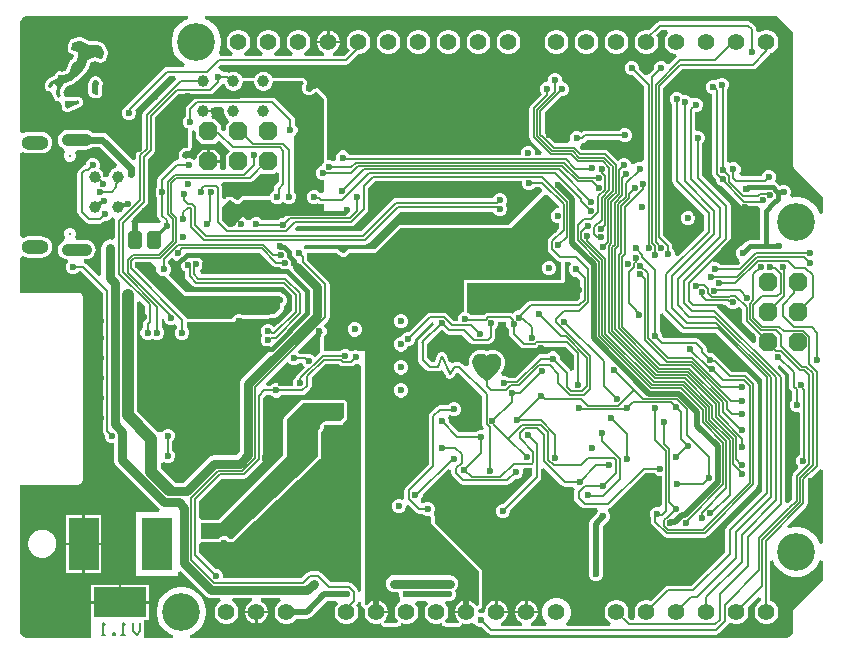
<source format=gbl>
G04*
G04 #@! TF.GenerationSoftware,Altium Limited,Altium Designer,23.8.1 (32)*
G04*
G04 Layer_Physical_Order=4*
G04 Layer_Color=16711680*
%FSLAX44Y44*%
%MOMM*%
G71*
G04*
G04 #@! TF.SameCoordinates,6629C207-265C-49F2-9D33-E76E02802E5F*
G04*
G04*
G04 #@! TF.FilePolarity,Positive*
G04*
G01*
G75*
%ADD94C,0.6000*%
%ADD101C,0.1500*%
%ADD109C,1.0000*%
%ADD117C,0.2000*%
%ADD118C,0.3000*%
%ADD119C,0.4000*%
%ADD120C,0.6000*%
%ADD121C,1.0000*%
%ADD123C,0.5000*%
%ADD124C,0.8000*%
%ADD127R,2.5000X4.4000*%
%ADD128R,4.4000X2.5000*%
%ADD129O,2.3000X1.2000*%
%ADD130O,2.6000X1.0500*%
%ADD131C,0.2000*%
G04:AMPARAMS|DCode=132|XSize=1.5007mm|YSize=1.5007mm|CornerRadius=0mm|HoleSize=0mm|Usage=FLASHONLY|Rotation=180.000|XOffset=0mm|YOffset=0mm|HoleType=Round|Shape=Octagon|*
%AMOCTAGOND132*
4,1,8,-0.7504,0.3752,-0.7504,-0.3752,-0.3752,-0.7504,0.3752,-0.7504,0.7504,-0.3752,0.7504,0.3752,0.3752,0.7504,-0.3752,0.7504,-0.7504,0.3752,0.0*
%
%ADD132OCTAGOND132*%

%ADD133C,1.4220*%
%ADD134C,1.4224*%
G04:AMPARAMS|DCode=135|XSize=1.5007mm|YSize=1.5007mm|CornerRadius=0mm|HoleSize=0mm|Usage=FLASHONLY|Rotation=270.000|XOffset=0mm|YOffset=0mm|HoleType=Round|Shape=Octagon|*
%AMOCTAGOND135*
4,1,8,-0.3752,-0.7504,0.3752,-0.7504,0.7504,-0.3752,0.7504,0.3752,0.3752,0.7504,-0.3752,0.7504,-0.7504,0.3752,-0.7504,-0.3752,-0.3752,-0.7504,0.0*
%
%ADD135OCTAGOND135*%

%ADD136C,3.1999*%
G04:AMPARAMS|DCode=139|XSize=1mm|YSize=1mm|CornerRadius=0.5mm|HoleSize=0mm|Usage=FLASHONLY|Rotation=90.000|XOffset=0mm|YOffset=0mm|HoleType=Round|Shape=RoundedRectangle|*
%AMROUNDEDRECTD139*
21,1,1.0000,0.0000,0,0,90.0*
21,1,0.0000,1.0000,0,0,90.0*
1,1,1.0000,0.0000,0.0000*
1,1,1.0000,0.0000,0.0000*
1,1,1.0000,0.0000,0.0000*
1,1,1.0000,0.0000,0.0000*
%
%ADD139ROUNDEDRECTD139*%
G04:AMPARAMS|DCode=140|XSize=1.25mm|YSize=1.47mm|CornerRadius=0.2813mm|HoleSize=0mm|Usage=FLASHONLY|Rotation=180.000|XOffset=0mm|YOffset=0mm|HoleType=Round|Shape=RoundedRectangle|*
%AMROUNDEDRECTD140*
21,1,1.2500,0.9075,0,0,180.0*
21,1,0.6875,1.4700,0,0,180.0*
1,1,0.5625,-0.3438,0.4537*
1,1,0.5625,0.3438,0.4537*
1,1,0.5625,0.3438,-0.4537*
1,1,0.5625,-0.3438,-0.4537*
%
%ADD140ROUNDEDRECTD140*%
G04:AMPARAMS|DCode=141|XSize=1mm|YSize=1mm|CornerRadius=0.5mm|HoleSize=0mm|Usage=FLASHONLY|Rotation=180.000|XOffset=0mm|YOffset=0mm|HoleType=Round|Shape=RoundedRectangle|*
%AMROUNDEDRECTD141*
21,1,1.0000,0.0000,0,0,180.0*
21,1,0.0000,1.0000,0,0,180.0*
1,1,1.0000,0.0000,0.0000*
1,1,1.0000,0.0000,0.0000*
1,1,1.0000,0.0000,0.0000*
1,1,1.0000,0.0000,0.0000*
%
%ADD141ROUNDEDRECTD141*%
G36*
X243175Y472660D02*
X242913Y472399D01*
X242000Y470193D01*
Y467807D01*
X242913Y465601D01*
X244601Y463913D01*
X246807Y463000D01*
X249193D01*
X251399Y463913D01*
X253086Y465601D01*
X254106Y465804D01*
X260250Y459660D01*
Y406516D01*
X259304Y405570D01*
X258391Y403364D01*
Y403030D01*
X258057D01*
X255851Y402117D01*
X254164Y400429D01*
X253250Y398224D01*
Y395837D01*
X254164Y393632D01*
X255851Y391944D01*
X258057Y391030D01*
X260250D01*
Y381376D01*
X258250Y379827D01*
X257521Y379997D01*
X257400Y380290D01*
X255712Y381978D01*
X253507Y382891D01*
X251120D01*
X248915Y381978D01*
X247227Y380290D01*
X246313Y378084D01*
Y375698D01*
X247227Y373492D01*
X248915Y371805D01*
X251120Y370891D01*
X253507D01*
X254972Y371498D01*
X256080Y370758D01*
X257543Y370467D01*
X260250D01*
Y362593D01*
X231203D01*
X229740Y362302D01*
X228500Y361474D01*
X226042Y359016D01*
X224255D01*
X222050Y358102D01*
X221269Y357321D01*
X208226D01*
X208202Y357378D01*
X206514Y359065D01*
X204309Y359979D01*
X201922D01*
X199717Y359065D01*
X198029Y357378D01*
X197867Y356986D01*
X195702D01*
X195530Y357402D01*
X193842Y359089D01*
X191637Y360003D01*
X189250D01*
X187045Y359089D01*
X185357Y357402D01*
X184443Y355196D01*
Y352809D01*
X183732Y351744D01*
X179663D01*
X174292Y357116D01*
Y368702D01*
X179666Y374076D01*
X181852Y373843D01*
X183540Y372156D01*
X185745Y371242D01*
X188132D01*
X190337Y372156D01*
X192025Y373843D01*
X192363Y374660D01*
X215475D01*
X215913Y373601D01*
X217601Y371913D01*
X219806Y371000D01*
X222194D01*
X224399Y371913D01*
X225962Y373477D01*
X227481Y371957D01*
X229687Y371044D01*
X232074D01*
X234279Y371957D01*
X235967Y373645D01*
X236880Y375850D01*
Y378237D01*
X235967Y380442D01*
X235250Y381159D01*
Y428347D01*
X235390Y428405D01*
X237077Y430093D01*
X237991Y432298D01*
Y434685D01*
X237077Y436890D01*
X235814Y438153D01*
Y441809D01*
X235523Y443272D01*
X234694Y444513D01*
X219394Y459813D01*
X218153Y460642D01*
X216690Y460933D01*
X153164D01*
X151701Y460642D01*
X150461Y459813D01*
X144509Y453862D01*
X143680Y452621D01*
X143389Y451158D01*
Y445154D01*
X142126Y443891D01*
X141212Y441686D01*
Y439299D01*
X142126Y437093D01*
X143814Y435406D01*
X145218Y434824D01*
X145250Y434660D01*
Y419069D01*
X144404Y418504D01*
X142017D01*
X139812Y417590D01*
X138124Y415903D01*
X137211Y413697D01*
Y411311D01*
X137827Y409823D01*
X136793Y407823D01*
X135540D01*
X134077Y407532D01*
X132837Y406704D01*
X120296Y394164D01*
X119468Y392923D01*
X119177Y391460D01*
Y385662D01*
X117914Y384399D01*
X117000Y382193D01*
Y379807D01*
X117914Y377601D01*
X119177Y376338D01*
Y361000D01*
X119468Y359537D01*
X120296Y358296D01*
X122242Y356351D01*
X121284Y354660D01*
X97595D01*
X96829Y356508D01*
X110378Y370057D01*
X111207Y371297D01*
X111498Y372760D01*
Y409221D01*
X116363Y414086D01*
X117192Y415327D01*
X117483Y416790D01*
Y444076D01*
X137121Y463714D01*
X163990D01*
X165453Y464005D01*
X166694Y464834D01*
X173504Y471644D01*
X174051Y472462D01*
X175720Y472442D01*
X176165Y472300D01*
X176295Y471812D01*
X177348Y469988D01*
X178838Y468498D01*
X180662Y467445D01*
X182697Y466900D01*
X184803D01*
X186838Y467445D01*
X188662Y468498D01*
X190152Y469988D01*
X191205Y471812D01*
X191750Y473847D01*
Y474660D01*
X201150D01*
Y473847D01*
X201695Y471812D01*
X202749Y469988D01*
X204238Y468498D01*
X206062Y467445D01*
X208097Y466900D01*
X210203D01*
X212238Y467445D01*
X214062Y468498D01*
X215552Y469988D01*
X216605Y471812D01*
X217150Y473847D01*
Y474660D01*
X242346D01*
X243175Y472660D01*
D02*
G37*
G36*
X175812Y450786D02*
X175750Y450553D01*
Y448447D01*
X176295Y446412D01*
X177348Y444588D01*
X178838Y443098D01*
X179212Y442883D01*
X179706Y439841D01*
X177457Y437592D01*
Y433217D01*
X175147Y432260D01*
X173517Y433890D01*
X173064Y434193D01*
Y437592D01*
X167812Y442844D01*
X165892D01*
X165217Y443751D01*
X164657Y445344D01*
X165376Y446590D01*
X165888Y448500D01*
X158350D01*
Y450500D01*
X165888D01*
X165812Y450786D01*
X167616Y453286D01*
X173920D01*
X175812Y450786D01*
D02*
G37*
G36*
X145427Y527841D02*
X142453Y526610D01*
X139014Y524311D01*
X136089Y521386D01*
X133791Y517947D01*
X132208Y514125D01*
X131401Y510068D01*
Y505932D01*
X132208Y501875D01*
X133791Y498053D01*
X136089Y494614D01*
X139014Y491689D01*
X142453Y489391D01*
X142615Y489323D01*
X142118Y486823D01*
X127590D01*
X126127Y486532D01*
X124887Y485704D01*
X93157Y453974D01*
X92933Y453638D01*
X91601Y453087D01*
X89913Y451399D01*
X89000Y449193D01*
Y446806D01*
X89913Y444601D01*
X91601Y442913D01*
X93806Y442000D01*
X96194D01*
X98399Y442913D01*
X100086Y444601D01*
X101000Y446806D01*
Y449193D01*
X100470Y450473D01*
X129174Y479177D01*
X134317D01*
X135352Y476677D01*
X107547Y448871D01*
X106718Y447631D01*
X106427Y446168D01*
Y418882D01*
X102201Y414656D01*
X101372Y413415D01*
X101081Y411952D01*
Y408790D01*
X98771Y407833D01*
X77169Y429436D01*
X75184Y430762D01*
X72843Y431228D01*
X64330D01*
X62911Y432317D01*
X60904Y433148D01*
X58750Y433431D01*
X43250D01*
X41097Y433148D01*
X39090Y432317D01*
X37366Y430994D01*
X36044Y429271D01*
X35213Y427264D01*
X34929Y425110D01*
X35213Y422957D01*
X36044Y420950D01*
X37366Y419226D01*
X39090Y417904D01*
X39969Y417539D01*
X40764Y414949D01*
X40714Y414627D01*
X40000Y412904D01*
Y410816D01*
X40799Y408886D01*
X42276Y407409D01*
X44206Y406610D01*
X46294D01*
X48224Y407409D01*
X49701Y408886D01*
X50500Y410816D01*
Y412904D01*
X49927Y414289D01*
X50700Y416070D01*
X51281Y416789D01*
X58750D01*
X60904Y417072D01*
X62911Y417904D01*
X64330Y418993D01*
X70309D01*
X84888Y404414D01*
X84905Y404211D01*
X84047Y401719D01*
X83062Y401455D01*
X81238Y400402D01*
X79749Y398912D01*
X78695Y397088D01*
X78362Y395846D01*
X75950Y394487D01*
X75394Y394662D01*
X74049Y395430D01*
X73605Y397088D01*
X72552Y398912D01*
X71062Y400402D01*
X70008Y401010D01*
X70560Y402342D01*
Y404729D01*
X69646Y406934D01*
X67958Y408622D01*
X65753Y409535D01*
X63366D01*
X61161Y408622D01*
X59473Y406934D01*
X58560Y404729D01*
Y403502D01*
X58117D01*
X56556Y403192D01*
X55233Y402308D01*
X55233Y402308D01*
X52611Y399686D01*
X51727Y398363D01*
X51417Y396802D01*
X51417Y396802D01*
Y364415D01*
X51417Y364415D01*
X51727Y362854D01*
X52611Y361531D01*
X58626Y355516D01*
X58626Y355516D01*
X59949Y354632D01*
X61510Y354322D01*
X70363D01*
X70363Y354322D01*
X71924Y354632D01*
X73247Y355516D01*
X74398Y356667D01*
X75824D01*
X78029Y357581D01*
X79717Y359269D01*
X82118Y359447D01*
X83644Y358216D01*
X83353Y356753D01*
Y342313D01*
X80871Y340636D01*
X79043Y340876D01*
X77216Y340636D01*
X75513Y339930D01*
X74051Y338808D01*
X72929Y337346D01*
X72224Y335643D01*
X71983Y333816D01*
Y310960D01*
X69483Y309924D01*
X59043Y320364D01*
X57803Y321193D01*
X56816Y321389D01*
X57062Y323889D01*
X58750D01*
X60904Y324173D01*
X62911Y325004D01*
X64634Y326326D01*
X65957Y328050D01*
X66788Y330056D01*
X67071Y332210D01*
X66788Y334364D01*
X65957Y336371D01*
X64634Y338094D01*
X62911Y339417D01*
X60904Y340248D01*
X58750Y340531D01*
X51281D01*
X50700Y341250D01*
X49927Y343031D01*
X50500Y344416D01*
Y346504D01*
X49701Y348434D01*
X48224Y349911D01*
X46294Y350710D01*
X44206D01*
X42276Y349911D01*
X40799Y348434D01*
X40000Y346504D01*
Y344416D01*
X40714Y342694D01*
X40764Y342371D01*
X39969Y339781D01*
X39090Y339417D01*
X37366Y338094D01*
X36044Y336371D01*
X35213Y334364D01*
X34929Y332210D01*
X35213Y330056D01*
X36044Y328050D01*
X37366Y326326D01*
X39090Y325004D01*
X41097Y324173D01*
X42550Y323981D01*
X43408Y322272D01*
X43494Y321389D01*
X43164Y321059D01*
X42250Y318854D01*
Y316467D01*
X43164Y314261D01*
X44851Y312574D01*
X47057Y311660D01*
X49444D01*
X51649Y312574D01*
X52912Y313837D01*
X54756D01*
X73135Y295458D01*
Y178952D01*
X73426Y177489D01*
X74255Y176248D01*
X75250Y175253D01*
Y173467D01*
X76164Y171262D01*
X77852Y169574D01*
X80057Y168660D01*
X82444D01*
X82460Y168649D01*
Y153956D01*
X82700Y152128D01*
X83406Y150426D01*
X84528Y148963D01*
X120294Y113198D01*
X121124Y112560D01*
X120354Y110060D01*
X101400D01*
Y56060D01*
X136400D01*
Y59175D01*
X138900Y60211D01*
X160123Y38988D01*
X161586Y37866D01*
X163288Y37160D01*
X165116Y36920D01*
X172533D01*
X173202Y34420D01*
X171592Y33490D01*
X169710Y31608D01*
X168379Y29302D01*
X167690Y26731D01*
Y24069D01*
X168379Y21498D01*
X169710Y19192D01*
X171592Y17310D01*
X173898Y15979D01*
X176469Y15290D01*
X179131D01*
X181702Y15979D01*
X184008Y17310D01*
X185890Y19192D01*
X187221Y21498D01*
X187910Y24069D01*
Y26731D01*
X187221Y29302D01*
X185890Y31608D01*
X184008Y33490D01*
X182398Y34420D01*
X183068Y36920D01*
X199247D01*
X199577Y34420D01*
X199475Y34392D01*
X197275Y33122D01*
X195478Y31325D01*
X194208Y29125D01*
X193550Y26671D01*
Y26400D01*
X212850D01*
Y26671D01*
X212192Y29125D01*
X210922Y31325D01*
X209125Y33122D01*
X206925Y34392D01*
X206824Y34420D01*
X207153Y36920D01*
X223333D01*
X224002Y34420D01*
X222392Y33490D01*
X220510Y31608D01*
X219179Y29302D01*
X218490Y26731D01*
Y24069D01*
X219179Y21498D01*
X220510Y19192D01*
X222392Y17310D01*
X224698Y15979D01*
X227269Y15290D01*
X229931D01*
X232502Y15979D01*
X234808Y17310D01*
X236690Y19192D01*
X237036Y19792D01*
X245640D01*
X247786Y20219D01*
X249605Y21435D01*
X262963Y34792D01*
X270956D01*
X271992Y32292D01*
X271308Y31609D01*
X269977Y29303D01*
X269288Y26731D01*
Y24069D01*
X269977Y21497D01*
X271308Y19191D01*
X273191Y17308D01*
X275497Y15977D01*
X278069Y15288D01*
X280731D01*
X283303Y15977D01*
X285609Y17308D01*
X287492Y19191D01*
X288823Y21497D01*
X289512Y24069D01*
Y26731D01*
X288823Y29303D01*
X287684Y31277D01*
X288409Y32002D01*
X289238Y33243D01*
X289441Y34264D01*
X291941Y34018D01*
Y31730D01*
X291981Y31532D01*
X291967Y31331D01*
X292096Y30952D01*
X292174Y30559D01*
X292286Y30392D01*
X292351Y30201D01*
X292615Y29900D01*
X292837Y29567D01*
X293005Y29455D01*
X293138Y29303D01*
X293497Y29126D01*
X293829Y28904D01*
X294688Y26731D01*
Y24069D01*
X295377Y21497D01*
X296709Y19191D01*
X298591Y17308D01*
X300897Y15977D01*
X303469Y15288D01*
X306131D01*
X308411Y15899D01*
X308580Y15523D01*
X308757Y15051D01*
X309172Y14385D01*
X309411Y14129D01*
X309606Y13837D01*
X309816Y13697D01*
X309988Y13514D01*
X310307Y13369D01*
X310599Y13174D01*
X310845Y13125D01*
X311075Y13021D01*
X311425Y13010D01*
X311769Y12941D01*
X322471D01*
X323642Y13174D01*
X324634Y13837D01*
X325297Y14829D01*
X325687Y15770D01*
X326297Y15977D01*
X328869Y15288D01*
X331531D01*
X334103Y15977D01*
X336409Y17308D01*
X338292Y19191D01*
X339623Y21497D01*
X340312Y24069D01*
Y26731D01*
X339623Y29303D01*
X338292Y31609D01*
X337682Y32219D01*
X338717Y34719D01*
X347083D01*
X348119Y32219D01*
X347509Y31609D01*
X346177Y29303D01*
X345488Y26731D01*
Y24069D01*
X346177Y21497D01*
X347509Y19191D01*
X349391Y17308D01*
X351697Y15977D01*
X354269Y15288D01*
X356931D01*
X359503Y15977D01*
X360113Y15770D01*
X360503Y14829D01*
X361166Y13837D01*
X362158Y13174D01*
X363329Y12941D01*
X374031D01*
X374375Y13010D01*
X374726Y13021D01*
X374955Y13125D01*
X375202Y13174D01*
X375493Y13369D01*
X375813Y13514D01*
X375985Y13697D01*
X376194Y13837D01*
X376389Y14129D01*
X376629Y14385D01*
X377043Y15051D01*
X377221Y15523D01*
X377389Y15899D01*
X379669Y15288D01*
X382331D01*
X384903Y15977D01*
X385307Y16210D01*
X388456Y15141D01*
X388514Y15001D01*
X390201Y13314D01*
X392407Y12400D01*
X394193D01*
X399297Y7296D01*
X400537Y6468D01*
X402000Y6177D01*
X592000D01*
X593463Y6468D01*
X594704Y7296D01*
X602317Y14910D01*
X603146Y16150D01*
X605664Y15996D01*
X605697Y15977D01*
X608269Y15288D01*
X610931D01*
X613503Y15977D01*
X615809Y17308D01*
X617692Y19191D01*
X619023Y21497D01*
X619712Y24069D01*
Y26731D01*
X619023Y29303D01*
X618982Y29375D01*
X628119Y38512D01*
X630429Y37555D01*
Y34437D01*
X628791Y33492D01*
X626908Y31609D01*
X625577Y29303D01*
X624888Y26731D01*
Y24069D01*
X625577Y21497D01*
X626908Y19191D01*
X628791Y17308D01*
X631097Y15977D01*
X633669Y15288D01*
X636331D01*
X638903Y15977D01*
X641209Y17308D01*
X643092Y19191D01*
X644423Y21497D01*
X645112Y24069D01*
Y26731D01*
X644423Y29303D01*
X643092Y31609D01*
X641209Y33492D01*
X638903Y34823D01*
X638075Y35045D01*
Y68690D01*
X640575Y69187D01*
X641791Y66253D01*
X644089Y62814D01*
X647014Y59889D01*
X650453Y57591D01*
X654275Y56008D01*
X658332Y55201D01*
X662468D01*
X666525Y56008D01*
X670347Y57591D01*
X673786Y59889D01*
X676711Y62814D01*
X679010Y66253D01*
X680241Y69227D01*
X682741Y68730D01*
Y52067D01*
X658237Y27563D01*
X658237Y27563D01*
X657574Y26571D01*
X657342Y25400D01*
X657342Y25400D01*
Y9316D01*
X657075Y7975D01*
X656551Y6712D01*
X655792Y5575D01*
X654825Y4608D01*
X653688Y3849D01*
X652425Y3325D01*
X651084Y3059D01*
X147170D01*
X146673Y5559D01*
X149647Y6791D01*
X153087Y9089D01*
X156011Y12014D01*
X158310Y15453D01*
X159893Y19275D01*
X160700Y23332D01*
Y27468D01*
X159893Y31525D01*
X158310Y35347D01*
X156011Y38786D01*
X153087Y41711D01*
X149647Y44010D01*
X145825Y45593D01*
X141768Y46400D01*
X137632D01*
X133575Y45593D01*
X129753Y44010D01*
X126314Y41711D01*
X123389Y38786D01*
X121091Y35347D01*
X119508Y31525D01*
X118701Y27468D01*
Y23332D01*
X119508Y19275D01*
X121091Y15453D01*
X123389Y12014D01*
X126314Y9089D01*
X129753Y6791D01*
X132727Y5559D01*
X132230Y3059D01*
X108270D01*
Y18520D01*
X111940D01*
Y32560D01*
X87400D01*
X62860D01*
Y18520D01*
X63160D01*
Y3059D01*
X9316D01*
X7976Y3325D01*
X6712Y3849D01*
X5575Y4608D01*
X4608Y5575D01*
X3849Y6712D01*
X3325Y7976D01*
X3059Y9316D01*
Y10000D01*
Y133191D01*
X52500D01*
X53671Y133424D01*
X54663Y134087D01*
X55326Y135079D01*
X55397Y135437D01*
X55826Y136079D01*
X56059Y137250D01*
Y292750D01*
X55826Y293920D01*
X55163Y294913D01*
X54171Y295576D01*
X53000Y295809D01*
X3059D01*
Y325291D01*
X5461Y326599D01*
X7651Y325692D01*
X10000Y325382D01*
X21000D01*
X23350Y325692D01*
X25539Y326599D01*
X27419Y328041D01*
X28862Y329921D01*
X29769Y332111D01*
X30078Y334460D01*
X29769Y336810D01*
X28862Y338999D01*
X27419Y340879D01*
X25539Y342322D01*
X23350Y343228D01*
X21000Y343538D01*
X10000D01*
X7651Y343228D01*
X5461Y342322D01*
X3059Y343629D01*
Y413691D01*
X5461Y414999D01*
X7651Y414092D01*
X10000Y413783D01*
X21000D01*
X23350Y414092D01*
X25539Y414999D01*
X27419Y416441D01*
X28862Y418321D01*
X29769Y420511D01*
X30078Y422860D01*
X29769Y425210D01*
X28862Y427399D01*
X27419Y429279D01*
X25539Y430722D01*
X23350Y431628D01*
X21000Y431938D01*
X10000D01*
X7651Y431628D01*
X5461Y430722D01*
X3059Y432029D01*
Y523400D01*
Y524084D01*
X3325Y525425D01*
X3849Y526688D01*
X4608Y527825D01*
X5575Y528792D01*
X6712Y529551D01*
X7975Y530075D01*
X9316Y530341D01*
X144930D01*
X145427Y527841D01*
D02*
G37*
G36*
X152057Y432109D02*
Y427088D01*
X157308Y421837D01*
X167812D01*
X171284Y425309D01*
X180254Y416339D01*
X180375Y415110D01*
X177457Y412192D01*
Y401688D01*
X176597Y399613D01*
X173558D01*
X172604Y401918D01*
Y405940D01*
X162560D01*
Y406940D01*
X161560D01*
Y416984D01*
X157538D01*
X152517Y411962D01*
Y409504D01*
X150017Y408469D01*
X149399Y409087D01*
X147193Y410000D01*
X144806D01*
X143327Y409387D01*
X142666Y409505D01*
X141862Y409840D01*
X141528Y410047D01*
X140741Y410752D01*
X140678Y410866D01*
X140653Y410994D01*
X140270Y411919D01*
Y413089D01*
X140717Y414170D01*
X141545Y414997D01*
X142626Y415445D01*
X144404D01*
X144700Y415504D01*
X145001D01*
X145279Y415619D01*
X145575Y415678D01*
X145825Y415845D01*
X146104Y415961D01*
X146950Y416526D01*
X147163Y416739D01*
X147413Y416906D01*
X147580Y417157D01*
X147794Y417370D01*
X147909Y417648D01*
X148076Y417899D01*
X148135Y418194D01*
X148250Y418472D01*
Y418774D01*
X148309Y419069D01*
Y432828D01*
X149557Y433550D01*
X152057Y432109D01*
D02*
G37*
G36*
X222177Y396735D02*
Y389584D01*
X219157Y386565D01*
X218329Y385324D01*
X218038Y383861D01*
Y382267D01*
X217601Y382087D01*
X215913Y380399D01*
X215000Y378194D01*
Y377719D01*
X192363D01*
X191193Y377486D01*
X190201Y376823D01*
X189538Y375831D01*
X189432Y375576D01*
X188605Y374749D01*
X187524Y374301D01*
X186354D01*
X185273Y374749D01*
X184015Y376006D01*
X183651Y376249D01*
X183315Y376530D01*
X183159Y376578D01*
X183023Y376669D01*
X182594Y376755D01*
X182176Y376885D01*
X179990Y377118D01*
X179827Y377103D01*
X179666Y377135D01*
X179237Y377049D01*
X178801Y377010D01*
X178656Y376934D01*
X178496Y376902D01*
X178132Y376659D01*
X177744Y376456D01*
X177639Y376330D01*
X177503Y376239D01*
X176601Y375337D01*
X174292Y376294D01*
Y384490D01*
X174001Y385953D01*
X173504Y386697D01*
X174047Y388338D01*
X174704Y389197D01*
X197440D01*
X198903Y389488D01*
X200144Y390316D01*
X207186Y397359D01*
X208108Y396437D01*
X218612D01*
X219867Y397692D01*
X222177Y396735D01*
D02*
G37*
G36*
X459383Y369431D02*
Y367099D01*
X459380Y367097D01*
X456993D01*
X454787Y366183D01*
X453100Y364496D01*
X452186Y362290D01*
Y359903D01*
X453100Y357698D01*
X454787Y356010D01*
X456993Y355097D01*
X459380D01*
X459383Y355095D01*
Y350547D01*
X451004Y342169D01*
X450175Y340928D01*
X449884Y339465D01*
Y332535D01*
X450175Y331072D01*
X451004Y329831D01*
X457539Y323296D01*
X458779Y322468D01*
X460242Y322177D01*
X461460D01*
Y306760D01*
X378534D01*
Y279336D01*
X378290D01*
X376085Y278423D01*
X374397Y276735D01*
X373484Y274530D01*
Y272143D01*
X373481Y272139D01*
X370367D01*
X364783Y277724D01*
X363543Y278552D01*
X362079Y278843D01*
X357921D01*
X357820Y278823D01*
X350188D01*
X348725Y278532D01*
X347484Y277704D01*
X332172Y262391D01*
X330386D01*
X328180Y261478D01*
X326492Y259790D01*
X325736Y257965D01*
X324306D01*
X322101Y257051D01*
X320413Y255363D01*
X319500Y253158D01*
Y250771D01*
X320413Y248566D01*
X322101Y246878D01*
X324306Y245965D01*
X326693D01*
X328898Y246878D01*
X330586Y248566D01*
X331342Y250391D01*
X332772D01*
X334978Y251305D01*
X336665Y252992D01*
X337579Y255198D01*
Y256984D01*
X351475Y270881D01*
X352672Y270722D01*
X353225Y268632D01*
X341036Y256443D01*
X340207Y255203D01*
X339916Y253739D01*
X340002Y253304D01*
Y239031D01*
X340294Y237567D01*
X341122Y236327D01*
X347153Y230296D01*
X348393Y229468D01*
X349856Y229177D01*
X357000D01*
X357135Y229203D01*
X357271Y229186D01*
X357862Y229348D01*
X358463Y229468D01*
X358577Y229544D01*
X358710Y229580D01*
X359076Y229865D01*
X359265Y229942D01*
X361134Y229589D01*
X361357Y229479D01*
X361482Y229393D01*
X363397Y225137D01*
X363657Y224772D01*
X363857Y224371D01*
X364086Y224171D01*
X364263Y223923D01*
X364643Y223685D01*
X364981Y223391D01*
X365270Y223293D01*
X365528Y223132D01*
X365970Y223057D01*
X366395Y222915D01*
X366699Y222935D01*
X367000Y222885D01*
X367436Y222986D01*
X367883Y223016D01*
X368156Y223152D01*
X368453Y223220D01*
X368818Y223480D01*
X369219Y223679D01*
X369420Y223909D01*
X369668Y224086D01*
X369906Y224466D01*
X370200Y224803D01*
X371936Y227828D01*
X374433Y228160D01*
X394157Y208436D01*
Y184883D01*
X394448Y183419D01*
X395276Y182179D01*
X395887Y181568D01*
X394754Y179872D01*
X394746Y179876D01*
X392359D01*
X390154Y178962D01*
X388891Y177699D01*
X374708D01*
X366000Y186407D01*
Y188193D01*
X365447Y189528D01*
X366170Y191623D01*
X366415Y191899D01*
X367005Y192073D01*
X369210Y191160D01*
X371597D01*
X373802Y192073D01*
X375490Y193761D01*
X376404Y195966D01*
Y198353D01*
X375490Y200558D01*
X373802Y202246D01*
X371597Y203160D01*
X369210D01*
X367005Y202246D01*
X365317Y200558D01*
X365307Y200535D01*
X358711D01*
X357248Y200244D01*
X356008Y199415D01*
X350296Y193704D01*
X349468Y192463D01*
X349177Y191000D01*
Y150584D01*
X329646Y131053D01*
X328817Y129812D01*
X328526Y128349D01*
Y121734D01*
X328235Y121399D01*
X327308Y120762D01*
X326616Y120525D01*
X325043Y121177D01*
X322656D01*
X320451Y120263D01*
X318763Y118575D01*
X317850Y116370D01*
Y113983D01*
X318763Y111778D01*
X320451Y110090D01*
X322656Y109177D01*
X325043D01*
X327249Y110090D01*
X328937Y111778D01*
X329850Y113983D01*
Y115442D01*
X331850Y116271D01*
X338176Y109945D01*
X339416Y109116D01*
X340879Y108825D01*
X343690D01*
X344953Y107562D01*
X347158Y106648D01*
X349545D01*
X349587Y106665D01*
X351250Y105554D01*
Y99750D01*
X391250Y59750D01*
Y30951D01*
X389250Y30415D01*
X388724Y31327D01*
X386927Y33124D01*
X384726Y34394D01*
X382271Y35052D01*
X382000D01*
Y25400D01*
X381000D01*
Y24400D01*
X371348D01*
Y24129D01*
X372006Y21675D01*
X373277Y19474D01*
X374750Y18000D01*
X374445Y16666D01*
X374031Y16000D01*
X363329D01*
X362500Y18000D01*
X363692Y19191D01*
X365023Y21497D01*
X365712Y24069D01*
Y26731D01*
X365023Y29303D01*
X363692Y31609D01*
X362581Y32719D01*
X363410Y34719D01*
X363943D01*
X364890Y34327D01*
X367277D01*
X369482Y35240D01*
X371170Y36928D01*
X372083Y39134D01*
Y41520D01*
X371170Y43726D01*
X371189Y44024D01*
X371831Y44516D01*
X372953Y45978D01*
X373658Y47681D01*
X373899Y49508D01*
X373658Y51336D01*
X372953Y53039D01*
X371831Y54501D01*
X370368Y55623D01*
X368666Y56328D01*
X366838Y56569D01*
X320294D01*
X319900Y56620D01*
X318073Y56380D01*
X316370Y55675D01*
X314908Y54553D01*
X313786Y53090D01*
X313080Y51388D01*
X312840Y49560D01*
X313080Y47733D01*
X313786Y46030D01*
X314908Y44568D01*
X314960Y44516D01*
X316422Y43394D01*
X318125Y42688D01*
X319952Y42448D01*
X323029D01*
X323600Y41594D01*
Y39207D01*
X324514Y37001D01*
X325083Y36432D01*
X324754Y33932D01*
X323991Y33492D01*
X322108Y31609D01*
X320777Y29303D01*
X320088Y26731D01*
Y24069D01*
X320777Y21497D01*
X322108Y19191D01*
X323300Y18000D01*
X322471Y16000D01*
X311769D01*
X311355Y16666D01*
X311050Y18000D01*
X312524Y19474D01*
X313794Y21675D01*
X314452Y24129D01*
Y24400D01*
X304800D01*
Y25400D01*
X303800D01*
Y35052D01*
X303529D01*
X301075Y34394D01*
X298874Y33124D01*
X297077Y31327D01*
X297000Y31194D01*
X295000Y31730D01*
X295000Y246741D01*
X288875D01*
X288272Y246991D01*
X285885D01*
X285282Y246741D01*
X282448D01*
X281655Y247534D01*
X279450Y248447D01*
X277063D01*
X274858Y247534D01*
X274064Y246741D01*
X260250D01*
Y258196D01*
X261649Y259595D01*
X262563Y261801D01*
Y264188D01*
X261649Y266393D01*
X260250Y267792D01*
Y268374D01*
X263990Y272114D01*
X264819Y273354D01*
X265110Y274817D01*
Y302714D01*
X264819Y304177D01*
X263990Y305417D01*
X246003Y323404D01*
Y326057D01*
X245712Y327520D01*
X245471Y327881D01*
X247350Y329760D01*
X271337D01*
X271664Y328972D01*
X273351Y327284D01*
X275557Y326371D01*
X277944D01*
X280149Y327284D01*
X281837Y328972D01*
X282163Y329760D01*
X304460D01*
X325100Y350400D01*
X418600D01*
X446660Y378460D01*
X446660D01*
X446660Y378460D01*
X446660Y378460D01*
X450353D01*
X459383Y369431D01*
D02*
G37*
G36*
X657342Y516893D02*
Y403860D01*
X657342Y403860D01*
X657574Y402690D01*
X658237Y401697D01*
X682741Y377193D01*
Y363070D01*
X680241Y362573D01*
X679010Y365547D01*
X676711Y368987D01*
X673786Y371911D01*
X670347Y374210D01*
X666525Y375793D01*
X662468Y376600D01*
X658332D01*
X656470Y376229D01*
X656393Y376283D01*
X654897Y378465D01*
X655446Y379791D01*
Y382178D01*
X654532Y384384D01*
X652845Y386071D01*
X650639Y386985D01*
X648252D01*
X646379Y386209D01*
X644130Y388458D01*
X643772Y388697D01*
X642522Y390058D01*
X642711Y392066D01*
X642993Y392746D01*
Y395133D01*
X642079Y397338D01*
X640392Y399026D01*
X638186Y399939D01*
X635799D01*
X633594Y399026D01*
X631906Y397338D01*
X630993Y395133D01*
Y394565D01*
X613250D01*
X612108Y396959D01*
X613021Y399164D01*
Y401551D01*
X612108Y403756D01*
X610420Y405444D01*
X608215Y406357D01*
X605828D01*
X604324Y405734D01*
X602368Y406655D01*
X601823Y407180D01*
Y467853D01*
X602485Y468515D01*
X603399Y470720D01*
Y473107D01*
X602485Y475312D01*
X600798Y477000D01*
X598592Y477913D01*
X596205D01*
X594000Y477000D01*
X592471Y475471D01*
X591194Y476000D01*
X588806D01*
X586601Y475087D01*
X584913Y473399D01*
X584000Y471194D01*
Y468806D01*
X584913Y466601D01*
X586601Y464913D01*
X588806Y464000D01*
X589157D01*
Y396091D01*
X589448Y394628D01*
X590276Y393387D01*
X592000Y391664D01*
Y390807D01*
X592913Y388601D01*
X594601Y386913D01*
X596806Y386000D01*
X597593D01*
X613326Y370267D01*
X614566Y369439D01*
X616029Y369147D01*
X628251D01*
X629882Y367232D01*
X629912Y367134D01*
X629524Y365183D01*
Y340098D01*
X621000D01*
X619049Y339710D01*
X617395Y338605D01*
X613779Y334989D01*
X611601Y334087D01*
X609913Y332399D01*
X609000Y330193D01*
Y327807D01*
X609913Y325601D01*
X611601Y323913D01*
X611964Y323763D01*
X612463Y321258D01*
X610762Y319335D01*
X596127D01*
X594864Y320598D01*
X592658Y321511D01*
X590271D01*
X590216Y321488D01*
X588800Y323607D01*
X603704Y338511D01*
X604532Y339752D01*
X604823Y341215D01*
Y369213D01*
X604532Y370676D01*
X603704Y371917D01*
X580831Y394789D01*
Y422110D01*
X582094Y423373D01*
X583008Y425578D01*
Y427965D01*
X582094Y430171D01*
X580406Y431858D01*
X578201Y432772D01*
X575814D01*
X574823Y433434D01*
Y449000D01*
X576194D01*
X578399Y449913D01*
X580087Y451601D01*
X581000Y453806D01*
Y456194D01*
X580087Y458399D01*
X578399Y460087D01*
X576194Y461000D01*
X573806D01*
X573582Y460907D01*
X571087Y460399D01*
X569399Y462087D01*
X567193Y463000D01*
X564807D01*
X564333Y462804D01*
X564087Y463399D01*
X562399Y465087D01*
X560193Y466000D01*
X557807D01*
X555601Y465087D01*
X553913Y463399D01*
X553000Y461194D01*
Y458806D01*
X553913Y456601D01*
X555177Y455338D01*
Y390000D01*
X555468Y388537D01*
X556296Y387296D01*
X582177Y361416D01*
Y349012D01*
X559685Y326520D01*
X558939Y326741D01*
X557375Y327746D01*
Y329590D01*
X556462Y331795D01*
X555199Y333058D01*
Y335198D01*
X554908Y336661D01*
X554079Y337902D01*
X547666Y344314D01*
Y469084D01*
X563519Y484937D01*
X623460D01*
X624923Y485228D01*
X626164Y486057D01*
X637704Y497597D01*
X638240Y498400D01*
X638903Y498577D01*
X641209Y499908D01*
X643092Y501791D01*
X644423Y504097D01*
X645112Y506669D01*
Y509331D01*
X644423Y511903D01*
X643092Y514209D01*
X641209Y516092D01*
X638903Y517423D01*
X636331Y518112D01*
X633669D01*
X631097Y517423D01*
X628791Y516092D01*
X628784Y516084D01*
X626284Y517120D01*
Y518760D01*
X625993Y520223D01*
X625164Y521464D01*
X622164Y524464D01*
X620923Y525293D01*
X619460Y525583D01*
X544620D01*
X543157Y525293D01*
X541917Y524464D01*
X535389Y517936D01*
X534731Y518112D01*
X532069D01*
X529497Y517423D01*
X527191Y516092D01*
X525308Y514209D01*
X523977Y511903D01*
X523288Y509331D01*
Y506669D01*
X523977Y504097D01*
X525308Y501791D01*
X527191Y499908D01*
X529497Y498577D01*
X532069Y497888D01*
X534731D01*
X537303Y498577D01*
X539609Y499908D01*
X541492Y501791D01*
X542823Y504097D01*
X543512Y506669D01*
Y509331D01*
X542823Y511903D01*
X541852Y513585D01*
X546204Y517937D01*
X551010D01*
X551936Y515437D01*
X550709Y514209D01*
X549377Y511903D01*
X548688Y509331D01*
Y506669D01*
X549377Y504097D01*
X550709Y501791D01*
X552591Y499908D01*
X554897Y498577D01*
X557469Y497888D01*
X558443D01*
X559225Y495712D01*
X559239Y495388D01*
X552891Y489040D01*
X551087Y489399D01*
X549399Y491087D01*
X547193Y492000D01*
X544807D01*
X542601Y491087D01*
X540913Y489399D01*
X540000Y487193D01*
Y485407D01*
X535599Y481007D01*
X535334Y480609D01*
X532830Y480040D01*
X532291Y480116D01*
X527000Y485407D01*
Y487193D01*
X526087Y489399D01*
X524399Y491087D01*
X522193Y492000D01*
X519807D01*
X517601Y491087D01*
X515913Y489399D01*
X515000Y487193D01*
Y484807D01*
X515913Y482601D01*
X517601Y480913D01*
X519807Y480000D01*
X521593D01*
X531622Y469971D01*
Y408336D01*
X529122Y406666D01*
X528773Y406810D01*
X526387D01*
X524181Y405896D01*
X522849Y404564D01*
X520974Y404940D01*
X520289Y405270D01*
X519435Y407331D01*
X517747Y409019D01*
X515542Y409932D01*
X513155D01*
X510950Y409019D01*
X509395Y407464D01*
X501255Y415605D01*
X500014Y416434D01*
X498551Y416725D01*
X479077D01*
X477327Y418475D01*
X477662Y420577D01*
X479120Y422380D01*
X480681Y422691D01*
X482004Y423575D01*
X483349Y424919D01*
X510591D01*
X511599Y423911D01*
X513804Y422998D01*
X516191D01*
X518396Y423911D01*
X520084Y425599D01*
X520998Y427804D01*
Y430191D01*
X520084Y432396D01*
X518396Y434084D01*
X516191Y434997D01*
X513804D01*
X511599Y434084D01*
X510591Y433076D01*
X481659D01*
X481659Y433076D01*
X480099Y432765D01*
X478775Y431881D01*
X478114Y431220D01*
X477789Y431545D01*
X475584Y432459D01*
X473197D01*
X470992Y431545D01*
X469304Y429857D01*
X468390Y427652D01*
Y425265D01*
X468639Y424664D01*
X466969Y422164D01*
X456382D01*
X447417Y431128D01*
Y448010D01*
X461407Y462000D01*
X463194D01*
X465399Y462914D01*
X467086Y464601D01*
X468000Y466806D01*
Y469193D01*
X467086Y471399D01*
X465399Y473087D01*
X464199Y473583D01*
X462000Y474807D01*
Y477193D01*
X461087Y479399D01*
X459399Y481087D01*
X457193Y482000D01*
X454807D01*
X452601Y481087D01*
X450913Y479399D01*
X450000Y477193D01*
X450000Y474807D01*
X447807Y474000D01*
X445601Y473087D01*
X443913Y471399D01*
X443000Y469193D01*
Y466806D01*
X443913Y464601D01*
X444636Y463878D01*
X435350Y454592D01*
X434521Y453352D01*
X434230Y451888D01*
Y430363D01*
Y427250D01*
X434521Y425787D01*
X435350Y424546D01*
X445123Y414773D01*
X444167Y412463D01*
X439697D01*
X439280Y413087D01*
Y415474D01*
X438367Y417679D01*
X436679Y419367D01*
X434474Y420280D01*
X432087D01*
X429882Y419367D01*
X428194Y417679D01*
X427280Y415474D01*
Y413087D01*
X426864Y412463D01*
X282291D01*
X281817Y413609D01*
X280129Y415297D01*
X277924Y416210D01*
X275536D01*
X273331Y415297D01*
X271643Y413609D01*
X270730Y411404D01*
Y409017D01*
X268687Y407488D01*
X267789Y407257D01*
X265584Y408171D01*
X263309D01*
Y459660D01*
X263309Y459660D01*
X263076Y460831D01*
X262413Y461823D01*
X262413Y461823D01*
X256269Y467967D01*
X256019Y468134D01*
X255806Y468347D01*
X255527Y468463D01*
X255277Y468630D01*
X254981Y468689D01*
X254703Y468804D01*
X254402D01*
X254106Y468863D01*
X253811Y468804D01*
X253509D01*
X252490Y468601D01*
X252211Y468486D01*
X251916Y468427D01*
X251665Y468260D01*
X251387Y468144D01*
X251174Y467932D01*
X250924Y467764D01*
X249666Y466507D01*
X248585Y466059D01*
X247415D01*
X246334Y466507D01*
X245506Y467334D01*
X245059Y468415D01*
Y469585D01*
X245598Y470887D01*
X246001Y471490D01*
X246107Y472022D01*
X246234Y472660D01*
X246001Y473831D01*
X245172Y475831D01*
X244509Y476823D01*
X243517Y477486D01*
X242346Y477719D01*
X217150D01*
X216701Y477630D01*
X216605Y477988D01*
X215552Y479812D01*
X214062Y481302D01*
X212238Y482355D01*
X210203Y482900D01*
X208097D01*
X206062Y482355D01*
X204238Y481302D01*
X202749Y479812D01*
X201695Y477988D01*
X201599Y477630D01*
X201150Y477719D01*
X191750D01*
X191301Y477630D01*
X191205Y477988D01*
X190152Y479812D01*
X188662Y481302D01*
X186838Y482355D01*
X184803Y482900D01*
X182697D01*
X180662Y482355D01*
X179815Y481866D01*
X179665Y481966D01*
X178202Y482257D01*
X175462D01*
X174199Y483520D01*
X171994Y484433D01*
X171966D01*
X170930Y486933D01*
X172834Y488837D01*
X279250D01*
X280713Y489128D01*
X281954Y489957D01*
X289885Y497888D01*
X290891D01*
X293463Y498577D01*
X295769Y499908D01*
X297652Y501791D01*
X298983Y504097D01*
X299672Y506669D01*
Y509331D01*
X298983Y511903D01*
X297652Y514209D01*
X295769Y516092D01*
X293463Y517423D01*
X290891Y518112D01*
X288229D01*
X285657Y517423D01*
X283351Y516092D01*
X281469Y514209D01*
X280137Y511903D01*
X279448Y509331D01*
Y506669D01*
X280137Y504097D01*
X281469Y501791D01*
X282221Y501038D01*
X277666Y496484D01*
X268132D01*
X267802Y498984D01*
X267886Y499006D01*
X270087Y500277D01*
X271884Y502074D01*
X273154Y504275D01*
X273812Y506729D01*
Y507000D01*
X264160D01*
X254508D01*
Y506729D01*
X255166Y504275D01*
X256437Y502074D01*
X258234Y500277D01*
X260435Y499006D01*
X260518Y498984D01*
X260189Y496484D01*
X244037D01*
X243367Y498984D01*
X244969Y499908D01*
X246852Y501791D01*
X248183Y504097D01*
X248872Y506669D01*
Y509331D01*
X248183Y511903D01*
X246852Y514209D01*
X244969Y516092D01*
X242663Y517423D01*
X240091Y518112D01*
X237429D01*
X234857Y517423D01*
X232551Y516092D01*
X230669Y514209D01*
X229337Y511903D01*
X228648Y509331D01*
Y506669D01*
X229337Y504097D01*
X230669Y501791D01*
X232551Y499908D01*
X234153Y498984D01*
X233483Y496484D01*
X218637D01*
X217967Y498984D01*
X219569Y499908D01*
X221452Y501791D01*
X222783Y504097D01*
X223472Y506669D01*
Y509331D01*
X222783Y511903D01*
X221452Y514209D01*
X219569Y516092D01*
X217263Y517423D01*
X214691Y518112D01*
X212029D01*
X209457Y517423D01*
X207151Y516092D01*
X205268Y514209D01*
X203937Y511903D01*
X203248Y509331D01*
Y506669D01*
X203937Y504097D01*
X205268Y501791D01*
X207151Y499908D01*
X208753Y498984D01*
X208083Y496484D01*
X193237D01*
X192567Y498984D01*
X194169Y499908D01*
X196052Y501791D01*
X197383Y504097D01*
X198072Y506669D01*
Y509331D01*
X197383Y511903D01*
X196052Y514209D01*
X194169Y516092D01*
X191863Y517423D01*
X189291Y518112D01*
X186629D01*
X184057Y517423D01*
X181751Y516092D01*
X179869Y514209D01*
X178537Y511903D01*
X177848Y509331D01*
Y506669D01*
X178537Y504097D01*
X179869Y501791D01*
X181751Y499908D01*
X183353Y498984D01*
X182683Y496484D01*
X172967D01*
X172517Y496845D01*
X171395Y498984D01*
X172593Y501875D01*
X173400Y505932D01*
Y510068D01*
X172593Y514125D01*
X171010Y517947D01*
X168711Y521386D01*
X165786Y524311D01*
X162347Y526610D01*
X159373Y527841D01*
X159870Y530341D01*
X643893D01*
X657342Y516893D01*
D02*
G37*
G36*
X428306Y390264D02*
Y387877D01*
X429219Y385672D01*
X430907Y383984D01*
X433112Y383071D01*
X435499D01*
X437705Y383984D01*
X438968Y385247D01*
X443566D01*
X445063Y383750D01*
X445195Y382990D01*
X445182Y382746D01*
X444592Y380686D01*
X444497Y380623D01*
X417333Y353459D01*
X325100D01*
X325100Y353459D01*
X323930Y353226D01*
X322937Y352563D01*
X303193Y332819D01*
X282163D01*
X280993Y332586D01*
X280396Y332188D01*
X280000Y331923D01*
X279337Y330931D01*
X279244Y330705D01*
X278416Y329877D01*
X277335Y329430D01*
X276165D01*
X275084Y329877D01*
X274257Y330705D01*
X274163Y330931D01*
X273500Y331923D01*
X273005Y332254D01*
X272508Y332586D01*
X271337Y332819D01*
X249454D01*
X249444Y332823D01*
X247057D01*
X246766Y332703D01*
X246180Y332586D01*
X244655Y332558D01*
X243328Y334027D01*
X244228Y336431D01*
X295210D01*
X295210Y336431D01*
X296770Y336742D01*
X298094Y337626D01*
X324899Y364432D01*
X403874D01*
X404374Y363226D01*
X406062Y361539D01*
X408267Y360625D01*
X410654D01*
X412859Y361539D01*
X414547Y363226D01*
X415460Y365432D01*
Y367819D01*
X414547Y370024D01*
X414310Y370260D01*
X414547Y370496D01*
X415460Y372702D01*
Y375089D01*
X414547Y377294D01*
X412859Y378982D01*
X410654Y379895D01*
X408267D01*
X406062Y378982D01*
X404374Y377294D01*
X403874Y376088D01*
X365085D01*
X365085Y376088D01*
X321760D01*
X320200Y375778D01*
X318877Y374894D01*
X318877Y374894D01*
X292071Y348088D01*
X236761D01*
X235805Y350398D01*
X237584Y352177D01*
X283431D01*
X284894Y352468D01*
X286134Y353296D01*
X296704Y363866D01*
X297532Y365106D01*
X297823Y366569D01*
Y384416D01*
X303674Y390267D01*
X428304D01*
X428306Y390264D01*
D02*
G37*
G36*
X131375Y325593D02*
X133062Y323905D01*
X135268Y322992D01*
X137031D01*
X138503Y321451D01*
X138843Y320833D01*
Y318446D01*
X139757Y316241D01*
X141445Y314553D01*
X142650Y314054D01*
Y309872D01*
X142650Y309872D01*
X142960Y308312D01*
X143844Y306988D01*
X149471Y301362D01*
X149471Y301361D01*
X150794Y300477D01*
X152355Y300167D01*
X224509D01*
X226668Y298008D01*
X225970Y295171D01*
X225623Y295063D01*
X224631Y295726D01*
X223460Y295959D01*
X143587D01*
X128507Y311039D01*
X129584Y312115D01*
X130498Y314320D01*
Y316707D01*
X129584Y318913D01*
X128414Y320083D01*
Y322637D01*
X131371Y325594D01*
X131375Y325593D01*
D02*
G37*
G36*
X217286Y318307D02*
X218527Y317478D01*
X219990Y317187D01*
X222790D01*
X224054Y315924D01*
X226259Y315010D01*
X228646D01*
X230514Y315784D01*
X231139Y314277D01*
X232261Y312814D01*
X247359Y297716D01*
Y280843D01*
X246474Y280209D01*
X243974Y281493D01*
Y295498D01*
X243974Y295498D01*
X243664Y297058D01*
X242780Y298382D01*
X242780Y298382D01*
X230532Y310629D01*
X229209Y311513D01*
X227649Y311824D01*
X227648Y311824D01*
X157447D01*
X156540Y312851D01*
X155512Y315089D01*
X157200Y316777D01*
X158113Y318982D01*
Y321369D01*
X157200Y323574D01*
X155512Y325262D01*
X153307Y326175D01*
X150920D01*
X148715Y325262D01*
X148197Y324745D01*
X146037Y325640D01*
X144503D01*
X142952Y327593D01*
X143788Y329695D01*
X205898D01*
X217286Y318307D01*
D02*
G37*
G36*
X469305Y319677D02*
X468480Y318852D01*
X467567Y316647D01*
Y314260D01*
X468480Y312055D01*
X470168Y310367D01*
X472373Y309454D01*
X474160D01*
X477308Y306306D01*
Y291511D01*
X474620Y288823D01*
X435526D01*
X434062Y288532D01*
X432822Y287704D01*
X425890Y280771D01*
X424320D01*
X422115Y279858D01*
X420427Y278170D01*
X420303Y278132D01*
X419663Y278560D01*
X418200Y278851D01*
X399388D01*
X397924Y278560D01*
X396684Y277731D01*
X395756Y276803D01*
X384501D01*
X382882Y278423D01*
X381523Y278986D01*
X381593Y279336D01*
Y303701D01*
X461460D01*
X462631Y303934D01*
X463623Y304597D01*
X464286Y305590D01*
X464519Y306760D01*
Y322177D01*
X468269D01*
X469305Y319677D01*
D02*
G37*
G36*
X118502Y316718D02*
X118497Y316707D01*
Y314320D01*
X119411Y312115D01*
X121099Y310427D01*
X123304Y309514D01*
X125691D01*
X125702Y309518D01*
X142320Y292900D01*
X223460D01*
Y282760D01*
X218129Y277429D01*
X217577Y277658D01*
X215190D01*
X213136Y276807D01*
X191899D01*
X191859Y276847D01*
X189654Y277760D01*
X187267D01*
X185061Y276847D01*
X183374Y275159D01*
X182794Y273760D01*
X144102D01*
X143993Y274312D01*
X143164Y275552D01*
X100662Y318054D01*
Y320787D01*
X101228Y321353D01*
X113868D01*
X118502Y316718D01*
D02*
G37*
G36*
X232318Y292359D02*
Y281399D01*
X217880Y266961D01*
X216439Y268402D01*
X214234Y269315D01*
X211847D01*
X209642Y268402D01*
X207954Y266714D01*
X207040Y264509D01*
Y262122D01*
X207954Y259916D01*
X208190Y259680D01*
X207862Y259352D01*
X206949Y257147D01*
Y254760D01*
X207862Y252555D01*
X209550Y250867D01*
X211755Y249954D01*
X214142D01*
X214563Y250128D01*
X215979Y248009D01*
X191338Y223367D01*
X190216Y221905D01*
X189511Y220202D01*
X189270Y218375D01*
Y161418D01*
X185933Y158080D01*
X167506D01*
X165679Y157840D01*
X163976Y157135D01*
X162514Y156012D01*
X141562Y135060D01*
X134351D01*
X122393Y147019D01*
Y151497D01*
X124852Y152574D01*
X127057Y151660D01*
X129444D01*
X131649Y152574D01*
X133337Y154262D01*
X134250Y156467D01*
Y158854D01*
X133337Y161059D01*
X132074Y162322D01*
Y169998D01*
X133337Y171262D01*
X134250Y173467D01*
Y175854D01*
X133337Y178059D01*
X131649Y179747D01*
X129444Y180660D01*
X127057D01*
X124852Y179747D01*
X123164Y178059D01*
X123077Y177851D01*
X120215Y177474D01*
X120029Y177717D01*
X102468Y195278D01*
Y287916D01*
X104777Y288873D01*
X109197Y284454D01*
Y272742D01*
X108296Y271842D01*
X107468Y270602D01*
X107177Y269139D01*
Y266662D01*
X105913Y265399D01*
X105000Y263193D01*
Y260807D01*
X105913Y258601D01*
X107601Y256914D01*
X109806Y256000D01*
X112193D01*
X114399Y256914D01*
X115000Y257515D01*
X115601Y256914D01*
X117807Y256000D01*
X120194D01*
X122399Y256914D01*
X124087Y258601D01*
X125000Y260807D01*
Y263193D01*
X124087Y265399D01*
X122823Y266662D01*
Y273290D01*
X125250Y273467D01*
X126164Y271262D01*
X127851Y269574D01*
X130057Y268660D01*
X132444D01*
X133624Y269149D01*
X135920Y267878D01*
X136016Y265801D01*
X135374Y265159D01*
X134460Y262954D01*
Y260567D01*
X135374Y258361D01*
X137062Y256674D01*
X139267Y255760D01*
X141654D01*
X143859Y256674D01*
X145547Y258361D01*
X146460Y260567D01*
Y262954D01*
X145547Y265159D01*
X144284Y266422D01*
Y270701D01*
X182794D01*
X183965Y270934D01*
X184337Y271183D01*
X184957Y271597D01*
X185620Y272590D01*
X185967Y273426D01*
X186794Y274254D01*
X187875Y274701D01*
X189045D01*
X190636Y274042D01*
X190728Y273981D01*
X191899Y273748D01*
X191899Y273748D01*
X213136D01*
X214306Y273981D01*
X215798Y274599D01*
X216979D01*
X218129Y274370D01*
X218873Y274518D01*
X219300Y274603D01*
X220292Y275266D01*
X225623Y280597D01*
X226286Y281590D01*
X226519Y282760D01*
X226519Y282760D01*
Y284270D01*
X226649Y284324D01*
X228337Y286011D01*
X229250Y288217D01*
Y290604D01*
X228337Y292809D01*
X230108Y294569D01*
X232318Y292359D01*
D02*
G37*
G36*
X601287Y284901D02*
X602975Y283213D01*
X605180Y282300D01*
X607567D01*
X609772Y283213D01*
X611460Y284901D01*
X611464Y284902D01*
X614313Y282053D01*
Y272134D01*
X614604Y270671D01*
X615433Y269430D01*
X625767Y259096D01*
Y253913D01*
X623457Y252957D01*
X593320Y283094D01*
X593366Y283680D01*
X594147Y285594D01*
X601000D01*
X601287Y284901D01*
D02*
G37*
G36*
X414851Y270387D02*
Y268000D01*
X415764Y265795D01*
X417028Y264531D01*
Y261149D01*
X417318Y259686D01*
X418147Y258445D01*
X426752Y249841D01*
X427993Y249012D01*
X429456Y248721D01*
X438626D01*
X440089Y249012D01*
X441330Y249841D01*
X441491Y250002D01*
X464591D01*
X471775Y242818D01*
Y230264D01*
X470945Y229967D01*
X469275Y229848D01*
X468704Y230704D01*
X460000Y239407D01*
Y241194D01*
X459087Y243399D01*
X457399Y245087D01*
X455193Y246000D01*
X452807D01*
X450601Y245087D01*
X449338Y243823D01*
X444000D01*
X442537Y243532D01*
X441296Y242704D01*
X422416Y223823D01*
X416551D01*
X415807Y224568D01*
X413601Y225481D01*
X411763D01*
X411122Y226058D01*
X410802Y226556D01*
X410328Y227791D01*
X410617Y228223D01*
X410617Y228224D01*
X410793Y228488D01*
X410800Y228520D01*
X410926Y228708D01*
X410932Y228741D01*
X411146Y229061D01*
X411159Y229124D01*
X411234Y229237D01*
X411241Y229270D01*
X411455Y229590D01*
X411468Y229653D01*
X411543Y229767D01*
X411549Y229799D01*
X411675Y229987D01*
X411700Y230113D01*
X411764Y230208D01*
X411776Y230271D01*
X411852Y230384D01*
X411871Y230479D01*
X411984Y230649D01*
X411997Y230712D01*
X412072Y230825D01*
X412079Y230857D01*
X412205Y231045D01*
X412230Y231171D01*
X412293Y231266D01*
X412305Y231329D01*
X412381Y231442D01*
X412387Y231474D01*
X412425Y231531D01*
X412463Y231719D01*
X412513Y231795D01*
X412526Y231858D01*
X412601Y231972D01*
X412645Y232192D01*
X412734Y232324D01*
X412784Y232576D01*
X412822Y232633D01*
X412866Y232853D01*
X412954Y232986D01*
X413029Y233363D01*
X413042Y233383D01*
X413117Y233760D01*
X413131Y233780D01*
X413237Y234314D01*
X413263Y234353D01*
X413496Y235523D01*
Y235918D01*
X413584Y236361D01*
Y237375D01*
X413496Y237819D01*
Y238169D01*
X413263Y239340D01*
X413237Y239379D01*
X413131Y239913D01*
X413117Y239933D01*
X413042Y240310D01*
X413004Y240367D01*
X412954Y240618D01*
X412841Y240788D01*
X412822Y240883D01*
X412771Y240959D01*
X412734Y241148D01*
X412620Y241317D01*
X412601Y241412D01*
X412526Y241525D01*
X412513Y241589D01*
X412299Y241909D01*
X412293Y241942D01*
X412217Y242055D01*
X412205Y242118D01*
X411541Y243110D01*
X411516Y243127D01*
X411321Y243419D01*
X411295Y243437D01*
X411277Y243463D01*
X411250Y243481D01*
X411233Y243507D01*
X411206Y243525D01*
X411189Y243551D01*
X411163Y243568D01*
X410880Y243992D01*
X410827Y244028D01*
X410792Y244080D01*
X410713Y244133D01*
X410660Y244213D01*
X410607Y244248D01*
X410571Y244301D01*
X410518Y244336D01*
X410483Y244389D01*
X410457Y244407D01*
X410439Y244433D01*
X410386Y244468D01*
X410351Y244521D01*
X410298Y244557D01*
X410263Y244610D01*
X409839Y244893D01*
X409822Y244918D01*
X409795Y244936D01*
X409778Y244962D01*
X409751Y244980D01*
X409734Y245006D01*
X409707Y245024D01*
X409689Y245051D01*
X409398Y245245D01*
X409381Y245271D01*
X408388Y245934D01*
X408356Y245940D01*
X408036Y246154D01*
X407972Y246167D01*
X407859Y246243D01*
X407796Y246255D01*
X407683Y246331D01*
X407588Y246350D01*
X407418Y246463D01*
X407355Y246476D01*
X407242Y246551D01*
X407021Y246595D01*
X406889Y246684D01*
X406637Y246734D01*
X406580Y246772D01*
X406360Y246816D01*
X406228Y246904D01*
X405057Y247137D01*
X405015D01*
X404572Y247225D01*
X404310D01*
X403867Y247313D01*
X402499D01*
X402056Y247225D01*
X401750D01*
X400579Y246992D01*
X400541Y246967D01*
X400227Y246904D01*
X400170Y246866D01*
X400138Y246860D01*
X400119Y246847D01*
X399741Y246772D01*
X399628Y246696D01*
X399565Y246684D01*
X399433Y246595D01*
X399212Y246551D01*
X399118Y246488D01*
X398992Y246463D01*
X398803Y246337D01*
X398771Y246331D01*
X398658Y246255D01*
X398595Y246243D01*
X398500Y246180D01*
X398374Y246154D01*
X398244Y246067D01*
X398114Y246154D01*
X398050Y246167D01*
X397937Y246243D01*
X397811Y246268D01*
X397717Y246331D01*
X397685Y246337D01*
X397496Y246463D01*
X397370Y246488D01*
X397276Y246551D01*
X397056Y246595D01*
X396923Y246684D01*
X396734Y246721D01*
X396659Y246772D01*
X396407Y246822D01*
X396350Y246860D01*
X396318Y246866D01*
X396262Y246904D01*
X395091Y247137D01*
X395049D01*
X394606Y247225D01*
X394344D01*
X393900Y247313D01*
X392533D01*
X392090Y247225D01*
X391828D01*
X390657Y246992D01*
X390638Y246979D01*
X390261Y246904D01*
X390184Y246853D01*
X389775Y246772D01*
X389700Y246721D01*
X389511Y246684D01*
X389341Y246570D01*
X389246Y246551D01*
X389133Y246476D01*
X389070Y246463D01*
X388881Y246337D01*
X388849Y246331D01*
X388755Y246268D01*
X388629Y246243D01*
X388516Y246167D01*
X388452Y246154D01*
X388283Y246041D01*
X388188Y246022D01*
X387196Y245359D01*
X387179Y245334D01*
X386622Y244962D01*
X386605Y244936D01*
X386578Y244918D01*
X386561Y244892D01*
X386534Y244874D01*
X386516Y244848D01*
X386490Y244830D01*
X386472Y244804D01*
X386446Y244786D01*
X386428Y244760D01*
X386402Y244742D01*
X386384Y244715D01*
X386358Y244698D01*
X386340Y244671D01*
X386314Y244654D01*
X386296Y244627D01*
X386270Y244610D01*
X386252Y244583D01*
X386226Y244565D01*
X386208Y244539D01*
X386181Y244521D01*
X386164Y244495D01*
X386137Y244477D01*
X386120Y244451D01*
X386093Y244433D01*
X386076Y244407D01*
X386049Y244389D01*
X386031Y244363D01*
X386005Y244345D01*
X385987Y244319D01*
X385961Y244301D01*
X385943Y244274D01*
X385917Y244257D01*
X385899Y244230D01*
X385873Y244213D01*
X385855Y244186D01*
X385829Y244168D01*
X385811Y244142D01*
X385784Y244124D01*
X385767Y244098D01*
X385740Y244080D01*
X385723Y244054D01*
X385696Y244036D01*
X385679Y244010D01*
X385652Y243992D01*
X385634Y243966D01*
X385608Y243948D01*
X385590Y243922D01*
X385564Y243904D01*
X385546Y243878D01*
X385520Y243860D01*
X385502Y243833D01*
X385476Y243816D01*
X385458Y243790D01*
X385299Y243683D01*
X384636Y242691D01*
X384636Y242689D01*
X384195Y242030D01*
X384189Y241997D01*
X383975Y241677D01*
X383962Y241614D01*
X383887Y241500D01*
X383868Y241406D01*
X383754Y241236D01*
X383717Y241047D01*
X383666Y240971D01*
X383641Y240845D01*
X383578Y240751D01*
X383534Y240530D01*
X383446Y240398D01*
X383408Y240209D01*
X383358Y240133D01*
X383276Y239725D01*
X383225Y239648D01*
X382992Y238478D01*
Y238434D01*
X383001Y238391D01*
X382904Y237905D01*
Y236052D01*
X383014Y235500D01*
X382992Y235391D01*
Y235347D01*
X381550Y233463D01*
X380068Y233339D01*
X377602Y235806D01*
X376361Y236635D01*
X374898Y236926D01*
X371423D01*
X371423Y236955D01*
X371152Y236916D01*
X370954Y236862D01*
X369375Y236548D01*
X366240Y237452D01*
X363487Y243569D01*
X363441Y243634D01*
X363420Y243710D01*
X363009Y244239D01*
X362621Y244784D01*
X362554Y244826D01*
X362505Y244888D01*
X361923Y245220D01*
X361356Y245575D01*
X361278Y245588D01*
X361209Y245627D01*
X360544Y245711D01*
X359884Y245822D01*
X359807Y245804D01*
X359729Y245814D01*
X359083Y245637D01*
X358431Y245487D01*
X358366Y245441D01*
X358290Y245420D01*
X357761Y245009D01*
X357216Y244620D01*
X357174Y244554D01*
X357112Y244505D01*
X356780Y243923D01*
X356425Y243356D01*
X356412Y243278D01*
X356373Y243209D01*
X354244Y236823D01*
X351440D01*
X347649Y240614D01*
Y252242D01*
X359407Y264000D01*
X360593D01*
X363296Y261296D01*
X364537Y260468D01*
X366000Y260177D01*
X377416D01*
X384296Y253296D01*
X385537Y252468D01*
X387000Y252177D01*
X399000D01*
X400463Y252468D01*
X401704Y253296D01*
X404170Y255763D01*
X404999Y257004D01*
X405290Y258467D01*
Y265346D01*
X406553Y266609D01*
X407467Y268814D01*
Y271201D01*
X407469Y271204D01*
X414305D01*
X414851Y270387D01*
D02*
G37*
G36*
X403867Y244166D02*
X404572D01*
Y244122D01*
X404616D01*
Y244078D01*
X404660D01*
Y244034D01*
X405013D01*
Y244078D01*
X405057D01*
Y244034D01*
X405101D01*
Y243990D01*
X405145D01*
Y243946D01*
X405410D01*
Y243902D01*
X405454D01*
Y243858D01*
X405498D01*
Y243814D01*
X405586D01*
Y243858D01*
X405719D01*
Y243814D01*
X405763D01*
Y243769D01*
X405807D01*
Y243725D01*
X406071D01*
Y243637D01*
X406248D01*
Y243593D01*
X406292D01*
Y243549D01*
X406336D01*
Y243505D01*
X406512D01*
Y243417D01*
X406689D01*
Y243373D01*
X406733D01*
Y243329D01*
X406865D01*
Y243284D01*
X406909D01*
Y243240D01*
X406953D01*
Y243196D01*
X406997D01*
Y243152D01*
X407042D01*
Y243108D01*
X407218D01*
Y243064D01*
X407262D01*
Y243020D01*
X407306D01*
Y242976D01*
X407350D01*
Y242888D01*
X407527D01*
Y242843D01*
X407571D01*
Y242799D01*
X407615D01*
Y242755D01*
X407659D01*
Y242711D01*
X407703D01*
Y242667D01*
X407747D01*
Y242623D01*
X407791D01*
Y242579D01*
X407835D01*
Y242535D01*
X407879D01*
Y242491D01*
X407923D01*
Y242447D01*
X408100D01*
Y242358D01*
X408188D01*
Y242270D01*
X408276D01*
Y242226D01*
X408320D01*
Y242138D01*
X408409D01*
Y242050D01*
X408497D01*
Y241961D01*
X408541D01*
Y241917D01*
X408629D01*
Y241829D01*
X408717D01*
Y241653D01*
X408761D01*
Y241609D01*
X408805D01*
Y241565D01*
X408849D01*
Y241521D01*
X408894D01*
Y241476D01*
X408938D01*
Y241432D01*
X408982D01*
Y241388D01*
X409026D01*
Y241344D01*
X409070D01*
Y241300D01*
X409114D01*
Y241256D01*
X409158D01*
Y241080D01*
X409246D01*
Y241035D01*
X409290D01*
Y240991D01*
X409334D01*
Y240947D01*
X409379D01*
Y240771D01*
X409467D01*
Y240595D01*
X409511D01*
Y240550D01*
X409555D01*
Y240506D01*
X409599D01*
Y240462D01*
X409643D01*
Y240418D01*
X409687D01*
Y240242D01*
X409776D01*
Y240065D01*
X409820D01*
Y240021D01*
X409864D01*
Y239977D01*
X409908D01*
Y239845D01*
X409864D01*
Y239801D01*
X409908D01*
Y239713D01*
X409996D01*
Y239536D01*
X410040D01*
Y239492D01*
X410084D01*
Y239448D01*
X410128D01*
Y239360D01*
X410084D01*
Y239228D01*
X410128D01*
Y239183D01*
X410172D01*
Y239139D01*
X410216D01*
Y238787D01*
X410261D01*
Y238742D01*
X410305D01*
Y238257D01*
X410349D01*
Y238213D01*
X410393D01*
Y238169D01*
X410437D01*
Y237508D01*
X410393D01*
Y237464D01*
X410437D01*
Y237375D01*
X410525D01*
Y236361D01*
X410481D01*
Y236317D01*
X410437D01*
Y235523D01*
X410393D01*
Y235479D01*
X410349D01*
Y235435D01*
X410305D01*
Y234950D01*
X410216D01*
Y234553D01*
X410172D01*
Y234509D01*
X410128D01*
Y234465D01*
X410084D01*
Y234244D01*
X410128D01*
Y234156D01*
X410084D01*
Y234112D01*
X410040D01*
Y234068D01*
X409996D01*
Y233804D01*
X409952D01*
Y233759D01*
X409908D01*
Y233715D01*
X409864D01*
Y233671D01*
X409908D01*
Y233495D01*
X409864D01*
Y233451D01*
X409776D01*
Y233142D01*
X409687D01*
Y232966D01*
X409643D01*
Y232922D01*
X409599D01*
Y232878D01*
X409555D01*
Y232745D01*
X409599D01*
Y232701D01*
X409555D01*
Y232613D01*
X409467D01*
Y232437D01*
X409423D01*
Y232392D01*
X409379D01*
Y232216D01*
X409290D01*
Y232172D01*
X409246D01*
Y231996D01*
X409158D01*
Y231819D01*
X409114D01*
Y231775D01*
X409070D01*
Y231731D01*
X409026D01*
Y231555D01*
X408938D01*
Y231378D01*
X408894D01*
Y231334D01*
X408849D01*
Y231158D01*
X408761D01*
Y231114D01*
X408717D01*
Y230937D01*
X408629D01*
Y230761D01*
X408585D01*
Y230717D01*
X408541D01*
Y230673D01*
X408497D01*
Y230629D01*
X408453D01*
Y230585D01*
X408409D01*
Y230408D01*
X408320D01*
Y230232D01*
X408276D01*
Y230188D01*
X408232D01*
Y230144D01*
X408188D01*
Y230099D01*
X408144D01*
Y230055D01*
X408100D01*
Y229879D01*
X408012D01*
Y229835D01*
X407967D01*
Y229658D01*
X407923D01*
Y229614D01*
X407879D01*
Y229570D01*
X407835D01*
Y229526D01*
X407791D01*
Y229394D01*
X407747D01*
Y229350D01*
X407703D01*
Y229306D01*
X407659D01*
Y229261D01*
X407615D01*
Y229217D01*
X407571D01*
Y229173D01*
X407527D01*
Y229129D01*
X407482D01*
Y229085D01*
X407438D01*
Y228909D01*
X407350D01*
Y228821D01*
X407262D01*
Y228644D01*
X407218D01*
Y228600D01*
X407174D01*
Y228556D01*
X407130D01*
Y228512D01*
X407086D01*
Y228468D01*
X407042D01*
Y228424D01*
X406997D01*
Y228380D01*
X406953D01*
Y228335D01*
X406909D01*
Y228203D01*
X406865D01*
Y228159D01*
X406821D01*
Y228115D01*
X406777D01*
Y228071D01*
X406733D01*
Y228027D01*
X406689D01*
Y227983D01*
X406645D01*
Y227939D01*
X406600D01*
Y227894D01*
X406556D01*
Y227850D01*
X406512D01*
Y227674D01*
X406468D01*
Y227630D01*
X406424D01*
Y227586D01*
X406380D01*
Y227542D01*
X406336D01*
Y227498D01*
X406292D01*
Y227453D01*
X406248D01*
Y227409D01*
X406204D01*
Y227365D01*
X406160D01*
Y227321D01*
X406115D01*
Y227277D01*
X406071D01*
Y227233D01*
X406027D01*
Y227189D01*
X405983D01*
Y227145D01*
X405939D01*
Y227101D01*
X405895D01*
Y227057D01*
X405851D01*
Y226924D01*
X405807D01*
Y226880D01*
X405763D01*
Y226836D01*
X405719D01*
Y226792D01*
X405674D01*
Y226748D01*
X405630D01*
Y226704D01*
X405586D01*
Y226660D01*
X405542D01*
Y226616D01*
X405498D01*
Y226572D01*
X405454D01*
Y226528D01*
X405410D01*
Y226483D01*
X405366D01*
Y226439D01*
X405322D01*
Y226395D01*
X405278D01*
Y226351D01*
X405233D01*
Y226307D01*
X405189D01*
Y226263D01*
X405145D01*
Y226219D01*
X405101D01*
Y226175D01*
X405057D01*
Y226131D01*
X405013D01*
Y226087D01*
X404969D01*
Y226042D01*
X404925D01*
Y225998D01*
X404881D01*
Y225954D01*
X404837D01*
Y225910D01*
X404793D01*
Y225866D01*
X404748D01*
Y225822D01*
X404704D01*
Y225778D01*
X404660D01*
Y225734D01*
X404616D01*
Y225690D01*
X404572D01*
Y225646D01*
X404528D01*
Y225602D01*
X404484D01*
Y225557D01*
X404440D01*
Y225513D01*
X404396D01*
Y225469D01*
X404352D01*
Y225425D01*
X404307D01*
Y225381D01*
X404263D01*
Y225337D01*
X404219D01*
Y225293D01*
X404175D01*
Y225249D01*
X404131D01*
Y225205D01*
X404087D01*
Y225161D01*
X404043D01*
Y225116D01*
X403999D01*
Y225072D01*
X403955D01*
Y225028D01*
X403911D01*
Y224984D01*
X403867D01*
Y224940D01*
X403822D01*
Y224896D01*
X403778D01*
Y224852D01*
X403734D01*
Y224808D01*
X403690D01*
Y224764D01*
X403646D01*
Y224720D01*
X403602D01*
Y224675D01*
X403558D01*
Y224631D01*
X403514D01*
Y224587D01*
X403470D01*
Y224543D01*
X403425D01*
Y224499D01*
X403381D01*
Y224455D01*
X403337D01*
Y224411D01*
X403293D01*
Y224367D01*
X403249D01*
Y224323D01*
X403205D01*
Y224279D01*
X403161D01*
Y224235D01*
X403117D01*
Y224190D01*
X403073D01*
Y224146D01*
X403029D01*
Y224102D01*
X402985D01*
Y224058D01*
X402808D01*
Y223970D01*
X402764D01*
Y223926D01*
X402720D01*
Y223882D01*
X402676D01*
Y223838D01*
X402632D01*
Y223794D01*
X402588D01*
Y223749D01*
X402543D01*
Y223705D01*
X402499D01*
Y223661D01*
X402455D01*
Y223617D01*
X402411D01*
Y223573D01*
X402367D01*
Y223529D01*
X402323D01*
Y223485D01*
X402279D01*
Y223441D01*
X402235D01*
Y223397D01*
X402058D01*
Y223353D01*
X402014D01*
Y223308D01*
X401970D01*
Y223264D01*
X401926D01*
Y223220D01*
X401882D01*
Y223176D01*
X401838D01*
Y223132D01*
X401794D01*
Y223088D01*
X401750D01*
Y223000D01*
X401573D01*
Y222956D01*
X401529D01*
Y222911D01*
X401485D01*
Y222867D01*
X401441D01*
Y222823D01*
X401397D01*
Y222779D01*
X401353D01*
Y222735D01*
X401309D01*
Y222691D01*
X401265D01*
Y222647D01*
X401221D01*
Y222603D01*
X401176D01*
Y222559D01*
X401000D01*
Y222471D01*
X400912D01*
Y222382D01*
X400868D01*
Y222338D01*
X400780D01*
Y222250D01*
X400691D01*
Y222162D01*
X400515D01*
Y222118D01*
X400471D01*
Y222074D01*
X400427D01*
Y222030D01*
X400383D01*
Y221985D01*
X400339D01*
Y221941D01*
X400295D01*
Y221897D01*
X400251D01*
Y221853D01*
X400206D01*
Y221809D01*
X400074D01*
Y221765D01*
X400030D01*
Y221721D01*
X399986D01*
Y221677D01*
X399942D01*
Y221633D01*
X399765D01*
Y221589D01*
X399721D01*
Y221544D01*
X399677D01*
Y221500D01*
X399633D01*
Y221456D01*
X399589D01*
Y221412D01*
X399545D01*
Y221368D01*
X399501D01*
Y221324D01*
X399457D01*
Y221280D01*
X399324D01*
Y221236D01*
X399280D01*
Y221192D01*
X399236D01*
Y221148D01*
X399192D01*
Y221103D01*
X399016D01*
Y221059D01*
X398972D01*
Y220971D01*
X398884D01*
Y220883D01*
X398795D01*
Y220795D01*
X398751D01*
Y220751D01*
X398575D01*
Y220707D01*
X398531D01*
Y220663D01*
X398487D01*
Y220618D01*
X398442D01*
Y220574D01*
X398398D01*
Y220530D01*
X398354D01*
Y220574D01*
X398178D01*
Y220530D01*
X398090D01*
Y220574D01*
X398046D01*
Y220618D01*
X398002D01*
Y220663D01*
X397825D01*
Y220751D01*
X397781D01*
Y220795D01*
X397737D01*
Y220839D01*
X397693D01*
Y220883D01*
X397649D01*
Y220927D01*
X397605D01*
Y220971D01*
X397428D01*
Y221015D01*
X397384D01*
Y221059D01*
X397340D01*
Y221103D01*
X397296D01*
Y221192D01*
X397120D01*
Y221236D01*
X397076D01*
Y221280D01*
X397031D01*
Y221324D01*
X396987D01*
Y221368D01*
X396943D01*
Y221412D01*
X396899D01*
Y221456D01*
X396855D01*
Y221500D01*
X396679D01*
Y221589D01*
X396634D01*
Y221633D01*
X396546D01*
Y221721D01*
X396370D01*
Y221765D01*
X396326D01*
Y221809D01*
X396282D01*
Y221853D01*
X396238D01*
Y221897D01*
X396194D01*
Y221941D01*
X396149D01*
Y221985D01*
X396105D01*
Y222030D01*
X395929D01*
Y222118D01*
X395885D01*
Y222162D01*
X395841D01*
Y222206D01*
X395797D01*
Y222250D01*
X395753D01*
Y222294D01*
X395709D01*
Y222338D01*
X395532D01*
Y222382D01*
X395488D01*
Y222426D01*
X395444D01*
Y222471D01*
X395400D01*
Y222515D01*
X395356D01*
Y222559D01*
X395312D01*
Y222603D01*
X395267D01*
Y222647D01*
X395223D01*
Y222691D01*
X395179D01*
Y222779D01*
X395003D01*
Y222823D01*
X394959D01*
Y222867D01*
X394915D01*
Y222911D01*
X394871D01*
Y222956D01*
X394827D01*
Y223000D01*
X394782D01*
Y223044D01*
X394738D01*
Y223088D01*
X394694D01*
Y223132D01*
X394650D01*
Y223176D01*
X394606D01*
Y223220D01*
X394430D01*
Y223308D01*
X394342D01*
Y223397D01*
X394253D01*
Y223441D01*
X394209D01*
Y223529D01*
X394121D01*
Y223617D01*
X394033D01*
Y223705D01*
X393989D01*
Y223749D01*
X393900D01*
Y223838D01*
X393724D01*
Y223882D01*
X393680D01*
Y223926D01*
X393636D01*
Y223970D01*
X393592D01*
Y224014D01*
X393548D01*
Y224058D01*
X393504D01*
Y224102D01*
X393460D01*
Y224146D01*
X393415D01*
Y224190D01*
X393371D01*
Y224235D01*
X393327D01*
Y224279D01*
X393283D01*
Y224323D01*
X393239D01*
Y224367D01*
X393195D01*
Y224411D01*
X393151D01*
Y224455D01*
X393107D01*
Y224499D01*
X393063D01*
Y224543D01*
X393018D01*
Y224587D01*
X392974D01*
Y224631D01*
X392930D01*
Y224675D01*
X392754D01*
Y224764D01*
X392710D01*
Y224808D01*
X392666D01*
Y224852D01*
X392622D01*
Y224896D01*
X392578D01*
Y224940D01*
X392533D01*
Y224984D01*
X392489D01*
Y225028D01*
X392445D01*
Y225072D01*
X392401D01*
Y225116D01*
X392357D01*
Y225161D01*
X392313D01*
Y225205D01*
X392269D01*
Y225249D01*
X392225D01*
Y225293D01*
X392181D01*
Y225337D01*
X392137D01*
Y225381D01*
X392093D01*
Y225425D01*
X392048D01*
Y225469D01*
X392004D01*
Y225513D01*
X391960D01*
Y225557D01*
X391916D01*
Y225602D01*
X391872D01*
Y225646D01*
X391828D01*
Y225690D01*
X391784D01*
Y225734D01*
X391740D01*
Y225778D01*
X391696D01*
Y225822D01*
X391651D01*
Y225866D01*
X391607D01*
Y225910D01*
X391563D01*
Y225954D01*
X391519D01*
Y225998D01*
X391475D01*
Y226042D01*
X391431D01*
Y226087D01*
X391387D01*
Y226131D01*
X391343D01*
Y226175D01*
X391299D01*
Y226219D01*
X391255D01*
Y226263D01*
X391166D01*
Y226439D01*
X391122D01*
Y226483D01*
X391078D01*
Y226528D01*
X391034D01*
Y226572D01*
X390990D01*
Y226616D01*
X390946D01*
Y226660D01*
X390902D01*
Y226704D01*
X390858D01*
Y226748D01*
X390814D01*
Y226792D01*
X390770D01*
Y226836D01*
X390726D01*
Y226880D01*
X390681D01*
Y226924D01*
X390637D01*
Y226968D01*
X390593D01*
Y227013D01*
X390549D01*
Y227057D01*
X390505D01*
Y227101D01*
X390461D01*
Y227145D01*
X390417D01*
Y227189D01*
X390373D01*
Y227233D01*
X390329D01*
Y227409D01*
X390285D01*
Y227453D01*
X390196D01*
Y227542D01*
X390108D01*
Y227630D01*
X390020D01*
Y227674D01*
X389976D01*
Y227762D01*
X389888D01*
Y227850D01*
X389799D01*
Y228027D01*
X389755D01*
Y228071D01*
X389711D01*
Y228115D01*
X389667D01*
Y228159D01*
X389623D01*
Y228203D01*
X389579D01*
Y228247D01*
X389535D01*
Y228291D01*
X389491D01*
Y228335D01*
X389447D01*
Y228468D01*
X389403D01*
Y228512D01*
X389358D01*
Y228556D01*
X389314D01*
Y228600D01*
X389270D01*
Y228644D01*
X389226D01*
Y228688D01*
X389182D01*
Y228732D01*
X389138D01*
Y228909D01*
X389094D01*
Y228953D01*
X389050D01*
Y228997D01*
X389006D01*
Y229041D01*
X388962D01*
Y229085D01*
X388918D01*
Y229217D01*
X388873D01*
Y229261D01*
X388829D01*
Y229306D01*
X388785D01*
Y229350D01*
X388741D01*
Y229394D01*
X388697D01*
Y229438D01*
X388653D01*
Y229482D01*
X388609D01*
Y229658D01*
X388521D01*
Y229747D01*
X388432D01*
Y229791D01*
X388388D01*
Y229967D01*
X388344D01*
Y230011D01*
X388300D01*
Y230188D01*
X388212D01*
Y230232D01*
X388168D01*
Y230276D01*
X388124D01*
Y230320D01*
X388080D01*
Y230496D01*
X387991D01*
Y230673D01*
X387947D01*
Y230717D01*
X387903D01*
Y230761D01*
X387859D01*
Y230805D01*
X387815D01*
Y230849D01*
X387771D01*
Y231025D01*
X387683D01*
Y231202D01*
X387639D01*
Y231246D01*
X387595D01*
Y231290D01*
X387551D01*
Y231466D01*
X387462D01*
Y231643D01*
X387418D01*
Y231687D01*
X387330D01*
Y231863D01*
X387286D01*
Y231907D01*
X387242D01*
Y232084D01*
X387154D01*
Y232260D01*
X387109D01*
Y232304D01*
X387065D01*
Y232348D01*
X387021D01*
Y232613D01*
X386933D01*
Y232789D01*
X386889D01*
Y232833D01*
X386845D01*
Y232878D01*
X386801D01*
Y233010D01*
X386845D01*
Y233098D01*
X386801D01*
Y233142D01*
X386757D01*
Y233186D01*
X386713D01*
Y233363D01*
X386624D01*
Y233451D01*
X386580D01*
Y233495D01*
X386624D01*
Y233627D01*
X386580D01*
Y233671D01*
X386536D01*
Y233715D01*
X386492D01*
Y233980D01*
X386448D01*
Y234024D01*
X386404D01*
Y234377D01*
X386360D01*
Y234421D01*
X386316D01*
Y234465D01*
X386272D01*
Y234730D01*
X386316D01*
Y234774D01*
X386272D01*
Y234818D01*
X386228D01*
Y234862D01*
X386184D01*
Y235259D01*
X386095D01*
Y235347D01*
X386051D01*
Y235391D01*
X386095D01*
Y235964D01*
X386051D01*
Y236008D01*
X386007D01*
Y236052D01*
X385963D01*
Y237905D01*
X386051D01*
Y237949D01*
X386095D01*
Y238434D01*
X386051D01*
Y238478D01*
X386095D01*
Y238522D01*
X386139D01*
Y238566D01*
X386184D01*
Y238963D01*
X386272D01*
Y239051D01*
X386316D01*
Y239095D01*
X386272D01*
Y239228D01*
X386316D01*
Y239272D01*
X386360D01*
Y239316D01*
X386404D01*
Y239580D01*
X386448D01*
Y239624D01*
X386492D01*
Y239801D01*
X386580D01*
Y239845D01*
X386624D01*
Y240021D01*
X386580D01*
Y240065D01*
X386624D01*
Y240110D01*
X386669D01*
Y240154D01*
X386713D01*
Y240330D01*
X386757D01*
Y240374D01*
X386801D01*
Y240506D01*
X386845D01*
Y240550D01*
X386889D01*
Y240595D01*
X386933D01*
Y240639D01*
X386977D01*
Y240683D01*
X387021D01*
Y240859D01*
X387109D01*
Y240903D01*
X387154D01*
Y240991D01*
X387242D01*
Y241168D01*
X387286D01*
Y241212D01*
X387330D01*
Y241256D01*
X387374D01*
Y241300D01*
X387418D01*
Y241344D01*
X387462D01*
Y241521D01*
X387551D01*
Y241565D01*
X387595D01*
Y241609D01*
X387639D01*
Y241653D01*
X387683D01*
Y241697D01*
X387727D01*
Y241741D01*
X387771D01*
Y241785D01*
X387815D01*
Y241829D01*
X387859D01*
Y241873D01*
X387903D01*
Y241917D01*
X387947D01*
Y241961D01*
X387991D01*
Y242006D01*
X388036D01*
Y242050D01*
X388080D01*
Y242094D01*
X388124D01*
Y242138D01*
X388168D01*
Y242182D01*
X388212D01*
Y242226D01*
X388256D01*
Y242270D01*
X388300D01*
Y242314D01*
X388344D01*
Y242358D01*
X388388D01*
Y242402D01*
X388432D01*
Y242447D01*
X388476D01*
Y242491D01*
X388521D01*
Y242535D01*
X388565D01*
Y242579D01*
X388609D01*
Y242623D01*
X388653D01*
Y242667D01*
X388697D01*
Y242711D01*
X388741D01*
Y242755D01*
X388785D01*
Y242799D01*
X388918D01*
Y242843D01*
X388962D01*
Y242888D01*
X389006D01*
Y242932D01*
X389050D01*
Y242976D01*
X389226D01*
Y243020D01*
X389270D01*
Y243108D01*
X389358D01*
Y243196D01*
X389535D01*
Y243240D01*
X389579D01*
Y243284D01*
X389623D01*
Y243329D01*
X389755D01*
Y243373D01*
X389799D01*
Y243417D01*
X389976D01*
Y243461D01*
X390020D01*
Y243505D01*
X390152D01*
Y243549D01*
X390196D01*
Y243593D01*
X390240D01*
Y243637D01*
X390417D01*
Y243725D01*
X390593D01*
Y243769D01*
X390637D01*
Y243814D01*
X390681D01*
Y243858D01*
X390814D01*
Y243814D01*
X390858D01*
Y243858D01*
X390946D01*
Y243946D01*
X391343D01*
Y243990D01*
X391387D01*
Y244034D01*
X391431D01*
Y244078D01*
X391475D01*
Y244034D01*
X391740D01*
Y244078D01*
X391784D01*
Y244122D01*
X391828D01*
Y244166D01*
X392533D01*
Y244255D01*
X393900D01*
Y244166D01*
X394606D01*
Y244122D01*
X394650D01*
Y244078D01*
X394694D01*
Y244034D01*
X395047D01*
Y244078D01*
X395091D01*
Y244034D01*
X395179D01*
Y243946D01*
X395488D01*
Y243858D01*
X395576D01*
Y243814D01*
X395620D01*
Y243858D01*
X395753D01*
Y243814D01*
X395797D01*
Y243769D01*
X395841D01*
Y243725D01*
X396105D01*
Y243681D01*
X396149D01*
Y243637D01*
X396326D01*
Y243549D01*
X396370D01*
Y243505D01*
X396546D01*
Y243461D01*
X396590D01*
Y243417D01*
X396767D01*
Y243329D01*
X396943D01*
Y243284D01*
X396987D01*
Y243240D01*
X397031D01*
Y243196D01*
X397076D01*
Y243108D01*
X397252D01*
Y243064D01*
X397296D01*
Y243020D01*
X397340D01*
Y242976D01*
X397384D01*
Y242932D01*
X397428D01*
Y242888D01*
X397605D01*
Y242799D01*
X397693D01*
Y242755D01*
X397737D01*
Y242667D01*
X397825D01*
Y242579D01*
X397913D01*
Y242491D01*
X397957D01*
Y242447D01*
X398134D01*
Y242402D01*
X398178D01*
Y242358D01*
X398310D01*
Y242402D01*
X398354D01*
Y242447D01*
X398398D01*
Y242491D01*
X398442D01*
Y242535D01*
X398487D01*
Y242579D01*
X398531D01*
Y242623D01*
X398575D01*
Y242667D01*
X398751D01*
Y242711D01*
X398795D01*
Y242755D01*
X398839D01*
Y242799D01*
X398884D01*
Y242843D01*
X398928D01*
Y242888D01*
X398972D01*
Y242932D01*
X399016D01*
Y242976D01*
X399148D01*
Y243020D01*
X399192D01*
Y243064D01*
X399236D01*
Y243108D01*
X399280D01*
Y243152D01*
X399324D01*
Y243196D01*
X399501D01*
Y243284D01*
X399545D01*
Y243329D01*
X399721D01*
Y243373D01*
X399765D01*
Y243417D01*
X399942D01*
Y243505D01*
X400118D01*
Y243549D01*
X400162D01*
Y243637D01*
X400339D01*
Y243681D01*
X400383D01*
Y243725D01*
X400647D01*
Y243769D01*
X400691D01*
Y243814D01*
X400736D01*
Y243858D01*
X400868D01*
Y243902D01*
X400912D01*
Y243946D01*
X401309D01*
Y244034D01*
X401397D01*
Y244078D01*
X401441D01*
Y244034D01*
X401706D01*
Y244078D01*
X401750D01*
Y244166D01*
X402455D01*
Y244210D01*
X402499D01*
Y244255D01*
X403867D01*
Y244166D01*
D02*
G37*
G36*
X258461Y263599D02*
X259177Y261620D01*
X259056Y261328D01*
X258087Y260359D01*
X257424Y259367D01*
X257191Y258196D01*
X257191Y258196D01*
Y246741D01*
X257423Y245574D01*
X256899Y245224D01*
X252913Y241238D01*
X252407Y241339D01*
X250719Y243027D01*
X248513Y243940D01*
X246126D01*
X245856Y243828D01*
X245844Y243836D01*
X244380Y244127D01*
X239539D01*
X237999Y245901D01*
X237962Y246086D01*
X256149Y264273D01*
X257358Y264434D01*
X258461Y263599D01*
D02*
G37*
G36*
X291941Y234102D02*
X291941Y42982D01*
X289441Y42736D01*
X289238Y43758D01*
X288409Y44998D01*
X283845Y49562D01*
X282605Y50391D01*
X281141Y50682D01*
X266073D01*
X258051Y58704D01*
X256811Y59532D01*
X255348Y59823D01*
X248796D01*
X247333Y59532D01*
X246092Y58704D01*
X241212Y53823D01*
X175518D01*
X175167Y54348D01*
Y56735D01*
X174253Y58940D01*
X172566Y60628D01*
X170360Y61542D01*
X168574D01*
X154593Y75522D01*
Y82118D01*
X156000Y84388D01*
X171301D01*
X171301Y84388D01*
X172472Y84621D01*
X173464Y85283D01*
X173464Y85284D01*
X174234Y86054D01*
X175315Y86501D01*
X176485D01*
X177566Y86054D01*
X178336Y85283D01*
X179329Y84621D01*
X180499Y84388D01*
X180499Y84388D01*
X182447D01*
X183001Y84498D01*
X183557Y84596D01*
X183585Y84614D01*
X183618Y84621D01*
X184087Y84934D01*
X184563Y85238D01*
X257116Y154749D01*
X257135Y154777D01*
X257163Y154795D01*
X257477Y155265D01*
X257800Y155727D01*
X257807Y155760D01*
X257826Y155787D01*
X257936Y156341D01*
X258058Y156893D01*
X258052Y156925D01*
X258059Y156958D01*
Y177600D01*
X259350Y179150D01*
X259570Y179554D01*
X259826Y179937D01*
X259853Y180075D01*
X259920Y180198D01*
X259969Y180656D01*
X260059Y181108D01*
Y181585D01*
X260507Y182666D01*
X261334Y183493D01*
X262415Y183941D01*
X274260D01*
X275431Y184174D01*
X276423Y184837D01*
X276423Y184837D01*
X279163Y187577D01*
X279163Y187577D01*
X279826Y188569D01*
X280059Y189740D01*
X280059Y189740D01*
Y202078D01*
X279826Y203249D01*
X279163Y204241D01*
X278171Y204904D01*
X277000Y205137D01*
X242338D01*
X241168Y204904D01*
X240175Y204241D01*
X240175Y204241D01*
X226837Y190903D01*
X226174Y189911D01*
X225941Y188740D01*
X225941Y188740D01*
Y158517D01*
X171043Y103619D01*
X156000D01*
X154593Y105888D01*
Y119269D01*
X173731Y138407D01*
X192498D01*
X193961Y138698D01*
X195201Y139526D01*
X207824Y152149D01*
X208653Y153390D01*
X208944Y154853D01*
Y206811D01*
X211309Y209177D01*
X215338D01*
X216601Y207913D01*
X218806Y207000D01*
X221194D01*
X223399Y207913D01*
X224662Y209177D01*
X241963D01*
X243426Y209468D01*
X244666Y210296D01*
X248704Y214334D01*
X249532Y215574D01*
X249823Y217037D01*
Y223416D01*
X261584Y235177D01*
X273021D01*
X273473Y234724D01*
X274714Y233895D01*
X276177Y233604D01*
X283515D01*
X284978Y233895D01*
X286219Y234724D01*
X286486Y234991D01*
X288272D01*
X289441Y235475D01*
X291941Y234102D01*
D02*
G37*
G36*
X229615Y236905D02*
X231303Y235217D01*
X233508Y234304D01*
X235895D01*
X238100Y235217D01*
X239121Y236238D01*
X241647Y235958D01*
X242233Y234541D01*
X243921Y232854D01*
X244022Y232347D01*
X237664Y225989D01*
X236836Y224748D01*
X236646Y223796D01*
X235281Y222431D01*
X234368Y220226D01*
Y217839D01*
X233689Y216823D01*
X224662D01*
X223399Y218087D01*
X221194Y219000D01*
X218806D01*
X216601Y218087D01*
X215338Y216823D01*
X212235D01*
X211200Y219323D01*
X228920Y237043D01*
X229615Y236905D01*
D02*
G37*
G36*
X654192Y226733D02*
Y216208D01*
X654192Y216208D01*
X654502Y214647D01*
X655386Y213324D01*
X656522Y212188D01*
Y204807D01*
X655514Y203799D01*
X654600Y201594D01*
Y199207D01*
X655514Y197001D01*
X657201Y195314D01*
X659407Y194400D01*
X661794D01*
X663007Y193590D01*
Y158847D01*
X662640Y158695D01*
X660952Y157007D01*
X660039Y154802D01*
Y152415D01*
X660952Y150210D01*
X661345Y149816D01*
X661396Y146537D01*
X657876Y143017D01*
X657047Y141776D01*
X656756Y140313D01*
Y121334D01*
X653323Y117901D01*
X650823Y118936D01*
Y224007D01*
X650532Y225470D01*
X649704Y226710D01*
X644540Y231873D01*
X645536Y234413D01*
X646476Y234449D01*
X654192Y226733D01*
D02*
G37*
G36*
X547453Y278158D02*
X562787Y262824D01*
X564027Y261995D01*
X565491Y261704D01*
X592143D01*
X631390Y222458D01*
Y127797D01*
X601296Y97704D01*
X600468Y96463D01*
X600177Y95000D01*
Y76384D01*
X571446Y47653D01*
X551830D01*
X550367Y47362D01*
X549126Y46533D01*
X537375Y34782D01*
X537303Y34823D01*
X534731Y35512D01*
X532069D01*
X529497Y34823D01*
X527191Y33492D01*
X525308Y31609D01*
X523977Y29303D01*
X523288Y26731D01*
Y24069D01*
X523977Y21497D01*
X524077Y21323D01*
X522634Y18823D01*
X519984D01*
X517382Y21426D01*
X517423Y21497D01*
X518112Y24069D01*
Y26731D01*
X517423Y29303D01*
X516092Y31609D01*
X514209Y33492D01*
X511903Y34823D01*
X509331Y35512D01*
X506669D01*
X504097Y34823D01*
X501791Y33492D01*
X499908Y31609D01*
X498577Y29303D01*
X497888Y26731D01*
Y24069D01*
X498577Y21497D01*
X499908Y19191D01*
X501791Y17308D01*
X503497Y16323D01*
X502827Y13823D01*
X466123D01*
X465252Y16323D01*
X466892Y17963D01*
X468487Y20725D01*
X469312Y23805D01*
Y26995D01*
X468487Y30075D01*
X466892Y32837D01*
X464637Y35092D01*
X461875Y36687D01*
X458795Y37512D01*
X455606D01*
X452525Y36687D01*
X449763Y35092D01*
X447508Y32837D01*
X445914Y30075D01*
X445088Y26995D01*
Y23805D01*
X445914Y20725D01*
X447508Y17963D01*
X449148Y16323D01*
X448278Y13823D01*
X435547D01*
X435218Y16323D01*
X435526Y16406D01*
X437727Y17677D01*
X439524Y19474D01*
X440794Y21675D01*
X441452Y24129D01*
Y24400D01*
X431800D01*
X422148D01*
Y24129D01*
X422806Y21675D01*
X424077Y19474D01*
X425874Y17677D01*
X428075Y16406D01*
X428382Y16323D01*
X428053Y13823D01*
X410147D01*
X409818Y16323D01*
X410126Y16406D01*
X412327Y17677D01*
X414124Y19474D01*
X415394Y21675D01*
X416052Y24129D01*
Y24400D01*
X406400D01*
Y25400D01*
X405400D01*
Y35052D01*
X405129D01*
X402675Y34394D01*
X400474Y33124D01*
X398677Y31327D01*
X397406Y29126D01*
X396748Y26671D01*
Y26297D01*
X394794Y24400D01*
X393398D01*
X392407Y24400D01*
X391112Y26570D01*
Y26731D01*
X392421Y28125D01*
X392753Y28347D01*
X393112Y28524D01*
X393245Y28675D01*
X393413Y28788D01*
X393635Y29120D01*
X393899Y29421D01*
X393964Y29612D01*
X394076Y29780D01*
X394154Y30172D01*
X394283Y30551D01*
X394270Y30753D01*
X394309Y30951D01*
Y59750D01*
X394076Y60921D01*
X393413Y61913D01*
X393413Y61913D01*
X354309Y101017D01*
Y105554D01*
X354250Y105850D01*
Y106151D01*
X354135Y106430D01*
X354076Y106725D01*
X353909Y106975D01*
X353793Y107254D01*
X353581Y107467D01*
X353413Y107717D01*
X353438Y109249D01*
X354352Y111455D01*
Y113842D01*
X353438Y116047D01*
X351751Y117735D01*
X349545Y118648D01*
X347158D01*
X344953Y117735D01*
X344590Y117372D01*
X343312D01*
X342830Y117842D01*
X342679Y120857D01*
X342916Y121094D01*
X343829Y123299D01*
Y124422D01*
X365677Y146269D01*
X368177Y145234D01*
Y143000D01*
X368468Y141537D01*
X369296Y140296D01*
X375259Y134334D01*
X376499Y133505D01*
X377962Y133214D01*
X415632D01*
X417095Y133505D01*
X418335Y134334D01*
X421974Y137973D01*
X423761D01*
X425966Y138887D01*
X427654Y140575D01*
X428567Y142780D01*
Y145167D01*
X429910Y147177D01*
X436121D01*
X436637Y146754D01*
Y141044D01*
X412593Y117000D01*
X410807D01*
X408601Y116087D01*
X406913Y114399D01*
X406000Y112193D01*
Y109806D01*
X406913Y107601D01*
X408601Y105913D01*
X410807Y105000D01*
X413194D01*
X415399Y105913D01*
X417086Y107601D01*
X418000Y109806D01*
Y111593D01*
X443164Y136756D01*
X443992Y137997D01*
X444283Y139460D01*
Y146589D01*
X446593Y147546D01*
X461455Y132684D01*
X462695Y131855D01*
X464158Y131564D01*
X471622D01*
X472418Y130679D01*
X473061Y129529D01*
X472468Y128463D01*
X472177Y127000D01*
Y122000D01*
X472468Y120537D01*
X473296Y119296D01*
X478296Y114296D01*
X479537Y113468D01*
X481000Y113177D01*
X491559D01*
X492595Y110677D01*
X491762Y109844D01*
X491370Y108897D01*
X486635Y104162D01*
X485419Y102343D01*
X484992Y100197D01*
Y59541D01*
X484600Y58594D01*
Y56207D01*
X485514Y54001D01*
X487201Y52314D01*
X489407Y51400D01*
X491794D01*
X493999Y52314D01*
X495687Y54001D01*
X496600Y56207D01*
Y58594D01*
X496208Y59541D01*
Y97874D01*
X499300Y100966D01*
X500247Y101359D01*
X501935Y103047D01*
X502849Y105252D01*
Y107639D01*
X501935Y109844D01*
X501073Y110707D01*
X501060Y111135D01*
X501886Y113353D01*
X502463Y113468D01*
X503704Y114296D01*
X532492Y143085D01*
X540429D01*
X541693Y141822D01*
X543898Y140909D01*
X546285D01*
X546288Y140907D01*
Y115909D01*
X543788Y114238D01*
X543472Y114369D01*
X541085D01*
X538880Y113455D01*
X537192Y111768D01*
X536279Y109562D01*
Y107176D01*
X537177Y105008D01*
Y101880D01*
X537468Y100416D01*
X538296Y99176D01*
X547946Y89526D01*
X549187Y88698D01*
X550650Y88407D01*
X582609D01*
X584072Y88698D01*
X585312Y89526D01*
X626474Y130688D01*
X627302Y131928D01*
X627593Y133391D01*
Y218168D01*
X627302Y219631D01*
X626474Y220871D01*
X619768Y227576D01*
X618528Y228405D01*
X617065Y228696D01*
X605711D01*
X593713Y240694D01*
X592671Y241390D01*
X592379Y242097D01*
X590691Y243784D01*
X588486Y244698D01*
X586474D01*
X584440Y246732D01*
Y248377D01*
X584149Y249840D01*
X583320Y251080D01*
X578414Y255986D01*
X577174Y256815D01*
X575710Y257106D01*
X547919D01*
X546802Y258224D01*
Y260010D01*
X545888Y262215D01*
X544625Y263478D01*
Y277890D01*
X547125Y278648D01*
X547453Y278158D01*
D02*
G37*
G36*
X277000Y189740D02*
X274260Y187000D01*
X261910D01*
X261910Y187000D01*
X261807D01*
X259601Y186087D01*
X257913Y184399D01*
X257000Y182194D01*
Y181108D01*
X255000Y178708D01*
Y156958D01*
X182447Y87446D01*
X180499D01*
X179299Y88647D01*
X177094Y89560D01*
X174707D01*
X172501Y88647D01*
X171301Y87446D01*
X156000D01*
Y100560D01*
X172310D01*
X229000Y157250D01*
Y188740D01*
X242338Y202078D01*
X277000D01*
Y189740D01*
D02*
G37*
G36*
X682741Y145976D02*
Y83670D01*
X680241Y83173D01*
X679010Y86147D01*
X676711Y89586D01*
X673786Y92511D01*
X670347Y94810D01*
X666525Y96393D01*
X662468Y97200D01*
X658332D01*
X654275Y96393D01*
X653805Y96198D01*
X652389Y98317D01*
X668823Y114752D01*
X669652Y115992D01*
X669943Y117455D01*
Y136434D01*
X680239Y146730D01*
X680241Y146734D01*
X682741Y145976D01*
D02*
G37*
%LPC*%
G36*
X54306Y512316D02*
X53314D01*
X52143Y512083D01*
X52114Y512064D01*
X51878Y512017D01*
X51737Y511922D01*
X51548Y511884D01*
X51406Y511790D01*
X51217Y511752D01*
X51188Y511733D01*
X50952Y511686D01*
X50867Y511629D01*
X50489Y511554D01*
X50461Y511535D01*
X50225Y511488D01*
X50111Y511412D01*
X49828Y511355D01*
X49686Y511261D01*
X49497Y511223D01*
X49468Y511204D01*
X49233Y511157D01*
X49091Y511062D01*
X48902Y511025D01*
X48873Y511005D01*
X48637Y510958D01*
X48524Y510882D01*
X48240Y510826D01*
X48127Y510750D01*
X47843Y510694D01*
X47843Y510693D01*
X47513Y510628D01*
X47371Y510533D01*
X47182Y510495D01*
X47153Y510476D01*
X46918Y510429D01*
X46748Y510316D01*
X46653Y510297D01*
X45661Y509634D01*
X45581Y509515D01*
X45462Y509436D01*
X45409Y509356D01*
X45330Y509303D01*
X45303Y509263D01*
X45264Y509237D01*
X45211Y509158D01*
X45131Y509105D01*
X44468Y508112D01*
X44440Y507971D01*
X44402Y507914D01*
X44327Y507537D01*
X44270Y507451D01*
X44195Y507074D01*
X44138Y506988D01*
X44072Y506658D01*
X44071Y506657D01*
X43959Y506091D01*
X43939Y506062D01*
X43798Y505355D01*
X43741Y505268D01*
X43666Y504891D01*
X43608Y504805D01*
X43376Y503635D01*
Y503438D01*
X43309Y503105D01*
Y501849D01*
X43542Y500678D01*
X43599Y500593D01*
X43608Y500546D01*
X43873Y500150D01*
X43873Y500149D01*
X44536Y499157D01*
X45528Y498493D01*
X45577Y498484D01*
X45859Y498295D01*
X45860Y498295D01*
X46058Y498163D01*
X46293Y498116D01*
X46322Y498097D01*
X46605Y498040D01*
X46719Y497964D01*
X47223Y497864D01*
X47631Y497476D01*
X48343Y496359D01*
X48417Y496193D01*
X48220Y494987D01*
X47513Y493562D01*
X47230Y493373D01*
X47182Y493364D01*
X46984Y493231D01*
X46984Y493231D01*
X46927Y493193D01*
X46785Y493165D01*
X45793Y492502D01*
X45766Y492463D01*
X45727Y492436D01*
X45700Y492396D01*
X45661Y492370D01*
X45634Y492330D01*
X45594Y492304D01*
X45568Y492264D01*
X45528Y492238D01*
X45502Y492198D01*
X45462Y492171D01*
X45436Y492132D01*
X45396Y492105D01*
X45370Y492066D01*
X45330Y492039D01*
X45303Y491999D01*
X45264Y491973D01*
X44601Y490981D01*
X44582Y490886D01*
X44468Y490716D01*
X44440Y490574D01*
X44402Y490518D01*
X44365Y490329D01*
X44270Y490187D01*
X44232Y489998D01*
X44138Y489856D01*
X44091Y489620D01*
X44071Y489592D01*
X44053Y489497D01*
X43939Y489327D01*
X43892Y489091D01*
X43873Y489062D01*
X43835Y488873D01*
X43741Y488732D01*
X43703Y488543D01*
X43608Y488401D01*
X43562Y488165D01*
X43542Y488136D01*
X43486Y487853D01*
X43410Y487739D01*
X43401Y487692D01*
X43344Y487607D01*
X43306Y487418D01*
X43212Y487276D01*
X43155Y486993D01*
X43079Y486880D01*
X43032Y486644D01*
X43013Y486615D01*
X42976Y486426D01*
X42881Y486284D01*
X42834Y486049D01*
X42815Y486020D01*
X42796Y485925D01*
X42682Y485755D01*
X42645Y485566D01*
X42550Y485424D01*
X42503Y485189D01*
X42484Y485160D01*
X42446Y484971D01*
X42352Y484829D01*
X42286Y484499D01*
X42285Y484498D01*
X42248Y484309D01*
X42153Y484168D01*
X42153Y484167D01*
X42101Y484089D01*
X42079Y484075D01*
X41890Y484037D01*
X41806Y483980D01*
X41758Y483971D01*
X41645Y483895D01*
X41361Y483839D01*
X41220Y483744D01*
X41031Y483706D01*
X41002Y483687D01*
X40766Y483640D01*
X40624Y483545D01*
X40435Y483508D01*
X40378Y483470D01*
X40237Y483442D01*
X40095Y483347D01*
X39906Y483309D01*
X39764Y483215D01*
X39575Y483177D01*
X39546Y483158D01*
X39311Y483111D01*
X39168Y483016D01*
X38991Y482981D01*
X38828Y483013D01*
X38699D01*
X38034Y483145D01*
X37907D01*
X36909Y483344D01*
X36645D01*
X35474Y483111D01*
X35417Y483073D01*
X34945Y482979D01*
X34888Y482941D01*
X34747Y482913D01*
X34577Y482799D01*
X34482Y482780D01*
X33490Y482117D01*
X33198Y481680D01*
X33159Y481654D01*
X32496Y480662D01*
X32468Y480520D01*
X32430Y480463D01*
X32336Y479992D01*
X32297Y479934D01*
X32212Y479502D01*
X32168Y479473D01*
X32167Y479473D01*
X32110Y479435D01*
X31969Y479407D01*
X31771Y479275D01*
X31770Y479274D01*
X31487Y479086D01*
X31439Y479076D01*
X31298Y478981D01*
X31109Y478944D01*
X31052Y478906D01*
X30910Y478878D01*
X30712Y478745D01*
X30712Y478745D01*
X30711Y478745D01*
X30381Y478679D01*
X30183Y478547D01*
X30183Y478547D01*
X30041Y478452D01*
X29852Y478415D01*
X29795Y478377D01*
X29653Y478349D01*
X29512Y478254D01*
X29323Y478216D01*
X29266Y478178D01*
X29124Y478150D01*
X28926Y478018D01*
X28926Y478018D01*
X28784Y477923D01*
X28595Y477886D01*
X28510Y477829D01*
X28463Y477819D01*
X27471Y477156D01*
X27417Y477077D01*
X27338Y477024D01*
X27312Y476984D01*
X27272Y476958D01*
X27219Y476879D01*
X27140Y476826D01*
X27060Y476707D01*
X26941Y476627D01*
X26649Y476190D01*
X26611Y476164D01*
X26584Y476124D01*
X26544Y476098D01*
X26252Y475661D01*
X26214Y475635D01*
X26187Y475595D01*
X26147Y475569D01*
X26121Y475529D01*
X26081Y475503D01*
X25922Y475264D01*
X25883Y475238D01*
X25856Y475198D01*
X25817Y475172D01*
X25790Y475132D01*
X25751Y475106D01*
X25724Y475066D01*
X25684Y475040D01*
X25392Y474602D01*
X25354Y474577D01*
X25327Y474537D01*
X25288Y474510D01*
X25261Y474471D01*
X25222Y474444D01*
X25062Y474206D01*
X25023Y474180D01*
X24360Y473187D01*
X24351Y473140D01*
X24294Y473055D01*
X24294Y473055D01*
X24162Y472857D01*
X24143Y472762D01*
X24029Y472592D01*
X23796Y471422D01*
Y470495D01*
X24029Y469325D01*
X24143Y469155D01*
X24162Y469060D01*
X24294Y468862D01*
X24294Y468862D01*
X24351Y468777D01*
X24360Y468730D01*
X25023Y467737D01*
X25102Y467684D01*
X25155Y467605D01*
X25195Y467579D01*
X25222Y467539D01*
X26214Y466876D01*
X26309Y466857D01*
X26478Y466744D01*
X26620Y466715D01*
X26677Y466677D01*
X26960Y466621D01*
X27074Y466545D01*
X28244Y466312D01*
X28803Y466103D01*
X30124Y464893D01*
X30262Y464293D01*
X30379Y463703D01*
X30474Y463561D01*
X30512Y463372D01*
X30625Y463202D01*
X30644Y463107D01*
X30663Y463078D01*
X30710Y462843D01*
X30805Y462701D01*
X30842Y462512D01*
X30880Y462455D01*
X30908Y462313D01*
X31003Y462172D01*
X31041Y461983D01*
X31154Y461813D01*
X31173Y461718D01*
X31192Y461689D01*
X31239Y461454D01*
X31353Y461284D01*
X31372Y461189D01*
X31391Y461160D01*
X31438Y460924D01*
X31570Y460727D01*
X31570Y460726D01*
X31683Y460556D01*
X31702Y460461D01*
X32365Y459469D01*
X32405Y459443D01*
X32431Y459403D01*
X32471Y459376D01*
X32497Y459337D01*
X32537Y459310D01*
X32564Y459271D01*
X32603Y459244D01*
X32630Y459204D01*
X32669Y459178D01*
X32696Y459138D01*
X32736Y459112D01*
X32762Y459072D01*
X32802Y459046D01*
X32828Y459006D01*
X32868Y458979D01*
X32894Y458940D01*
X33887Y458277D01*
X34123Y458230D01*
X34151Y458211D01*
X35322Y457978D01*
X35624D01*
X36648Y457645D01*
X38018Y455943D01*
X38084Y455611D01*
Y455150D01*
X38216Y454484D01*
Y454224D01*
X38349Y453559D01*
Y453298D01*
X38415Y452965D01*
Y452768D01*
X38647Y451598D01*
X38742Y451456D01*
X38780Y451267D01*
X39443Y450275D01*
X39483Y450248D01*
X39509Y450209D01*
X39549Y450182D01*
X39575Y450143D01*
X39614Y450116D01*
X39774Y449878D01*
X40766Y449215D01*
X40767Y449215D01*
X40964Y449083D01*
X41059Y449064D01*
X41229Y448950D01*
X41276Y448941D01*
X41361Y448884D01*
X42532Y448651D01*
X43524D01*
X44694Y448884D01*
X44723Y448903D01*
X44959Y448950D01*
X45157Y449082D01*
X45157Y449083D01*
X45327Y449196D01*
X45422Y449215D01*
X45479Y449253D01*
X45621Y449281D01*
X45818Y449413D01*
X45819Y449413D01*
X45876Y449451D01*
X46017Y449479D01*
X46215Y449612D01*
X46216Y449612D01*
X46386Y449725D01*
X46480Y449744D01*
X46509Y449763D01*
X46745Y449810D01*
X46915Y449924D01*
X47010Y449943D01*
X47094Y449999D01*
X47142Y450009D01*
X47312Y450122D01*
X47407Y450141D01*
X47604Y450273D01*
X47605Y450273D01*
X47662Y450311D01*
X47803Y450339D01*
X47973Y450453D01*
X48068Y450472D01*
X48153Y450528D01*
X48200Y450538D01*
X48370Y450651D01*
X48465Y450670D01*
X48494Y450689D01*
X48729Y450736D01*
X48899Y450850D01*
X48994Y450868D01*
X49192Y451001D01*
X49192Y451001D01*
X49249Y451039D01*
X49391Y451067D01*
X49561Y451180D01*
X49655Y451199D01*
X49853Y451331D01*
X49854Y451331D01*
X49911Y451370D01*
X50052Y451398D01*
X50194Y451492D01*
X50383Y451530D01*
X50440Y451568D01*
X50581Y451596D01*
X50723Y451691D01*
X50912Y451728D01*
X51110Y451861D01*
X51111Y451861D01*
X51111Y451861D01*
X51441Y451927D01*
X51639Y452059D01*
X51640Y452059D01*
X51669Y452078D01*
X51904Y452125D01*
X52074Y452239D01*
X52169Y452258D01*
X52198Y452277D01*
X52434Y452324D01*
X52603Y452437D01*
X52698Y452456D01*
X52784Y452513D01*
X53161Y452588D01*
X53190Y452608D01*
X53426Y452654D01*
X53624Y452787D01*
X53624Y452787D01*
X53794Y452900D01*
X53889Y452919D01*
X54881Y453582D01*
X54908Y453622D01*
X54947Y453648D01*
X54974Y453688D01*
X55013Y453714D01*
X55040Y453754D01*
X55080Y453781D01*
X55743Y454773D01*
X55752Y454821D01*
X55941Y455104D01*
X55979Y455293D01*
X56073Y455434D01*
X56306Y456605D01*
Y457399D01*
X56073Y458569D01*
X55941Y458767D01*
X55941Y458768D01*
X55903Y458825D01*
X55875Y458966D01*
X55761Y459136D01*
X55743Y459231D01*
X55080Y460223D01*
X54961Y460302D01*
X54881Y460421D01*
X53889Y461084D01*
X53794Y461103D01*
X53624Y461217D01*
X53483Y461245D01*
X53426Y461283D01*
X53237Y461320D01*
X53095Y461415D01*
X51925Y461648D01*
X51329D01*
X50159Y461415D01*
X50017Y461320D01*
X49828Y461283D01*
X49799Y461264D01*
X49563Y461217D01*
X49422Y461122D01*
X49406Y461119D01*
X45841D01*
X45508Y461185D01*
X43726D01*
X43061Y461317D01*
X42852D01*
X42031Y461536D01*
X40481Y462975D01*
X40376Y463296D01*
X40198Y464192D01*
X40104Y464333D01*
X40066Y464522D01*
X40009Y464607D01*
X40000Y464655D01*
X39924Y464768D01*
X39868Y465051D01*
X39773Y465193D01*
X39735Y465382D01*
X39722Y465402D01*
X39735Y465422D01*
X39773Y465611D01*
X39868Y465753D01*
X39943Y466130D01*
X40000Y466216D01*
X40047Y466452D01*
X40066Y466481D01*
X40122Y466764D01*
X40198Y466878D01*
X40245Y467113D01*
X40265Y467142D01*
X40265Y467143D01*
X40397Y467341D01*
X40444Y467578D01*
X40728Y468002D01*
X40728Y468004D01*
X41124Y468597D01*
X41125Y468601D01*
X41149Y468637D01*
X41189Y468663D01*
X41614Y469299D01*
X41652Y469325D01*
X41944Y469762D01*
X41983Y469788D01*
X42275Y470225D01*
X42313Y470251D01*
X42340Y470290D01*
X42380Y470317D01*
X42406Y470357D01*
X42446Y470383D01*
X42472Y470423D01*
X42509Y470447D01*
X42512Y470448D01*
X42681Y470561D01*
X42776Y470580D01*
X42805Y470599D01*
X43041Y470646D01*
X43211Y470760D01*
X43306Y470778D01*
X43447Y470873D01*
X43636Y470911D01*
X43693Y470949D01*
X43835Y470977D01*
X43976Y471072D01*
X44165Y471109D01*
X44250Y471166D01*
X44298Y471175D01*
X44439Y471270D01*
X44628Y471308D01*
X44798Y471421D01*
X44893Y471440D01*
X44922Y471459D01*
X45157Y471506D01*
X45327Y471619D01*
X45422Y471638D01*
X45451Y471658D01*
X45687Y471704D01*
X45828Y471799D01*
X46017Y471837D01*
X46187Y471950D01*
X46282Y471969D01*
X46311Y471988D01*
X46547Y472035D01*
X46716Y472149D01*
X46811Y472168D01*
X46840Y472187D01*
X47076Y472234D01*
X47274Y472366D01*
X47274Y472366D01*
X47416Y472461D01*
X47605Y472498D01*
X47662Y472536D01*
X47803Y472564D01*
X47973Y472678D01*
X48068Y472697D01*
X48153Y472753D01*
X48200Y472763D01*
X48370Y472876D01*
X48465Y472895D01*
X48663Y473027D01*
X48663Y473027D01*
X48748Y473084D01*
X48796Y473093D01*
X48993Y473226D01*
X48994Y473226D01*
X49986Y473889D01*
X50013Y473928D01*
X50052Y473955D01*
X50078Y473993D01*
X50515Y474286D01*
X50542Y474325D01*
X50582Y474352D01*
X50608Y474392D01*
X50648Y474418D01*
X50674Y474458D01*
X50714Y474484D01*
X50740Y474524D01*
X50780Y474550D01*
X50807Y474590D01*
X50846Y474616D01*
X50873Y474656D01*
X50912Y474683D01*
X50939Y474722D01*
X50978Y474749D01*
X51005Y474788D01*
X51045Y474815D01*
X51071Y474854D01*
X51309Y475013D01*
X51336Y475053D01*
X51375Y475079D01*
X51402Y475119D01*
X51442Y475146D01*
X51468Y475185D01*
X51508Y475212D01*
X51534Y475251D01*
X51574Y475278D01*
X51600Y475318D01*
X51640Y475344D01*
X51666Y475384D01*
X51706Y475410D01*
X51733Y475450D01*
X51772Y475476D01*
X51799Y475516D01*
X51838Y475542D01*
X51864Y475581D01*
X52301Y475873D01*
X52328Y475913D01*
X52368Y475939D01*
X52394Y475979D01*
X52434Y476006D01*
X52460Y476045D01*
X52500Y476072D01*
X52526Y476111D01*
X52566Y476138D01*
X52593Y476177D01*
X52632Y476204D01*
X52659Y476244D01*
X52698Y476270D01*
X52724Y476309D01*
X53161Y476601D01*
X53214Y476680D01*
X53294Y476733D01*
X53373Y476852D01*
X53492Y476932D01*
X53545Y477011D01*
X53624Y477064D01*
X53651Y477104D01*
X53691Y477130D01*
X53744Y477209D01*
X53823Y477262D01*
X53849Y477301D01*
X54087Y477461D01*
X54114Y477500D01*
X54153Y477527D01*
X54180Y477566D01*
X54220Y477593D01*
X54246Y477633D01*
X54286Y477659D01*
X54312Y477699D01*
X54352Y477725D01*
X54378Y477765D01*
X54418Y477791D01*
X54445Y477831D01*
X54484Y477858D01*
X54511Y477897D01*
X54550Y477924D01*
X54577Y477963D01*
X54617Y477990D01*
X54642Y478028D01*
X55080Y478321D01*
X55106Y478360D01*
X55146Y478387D01*
X55172Y478426D01*
X55212Y478453D01*
X55238Y478493D01*
X55278Y478519D01*
X55304Y478559D01*
X55344Y478585D01*
X55371Y478625D01*
X55410Y478651D01*
X55437Y478691D01*
X55476Y478717D01*
X55503Y478757D01*
X55543Y478784D01*
X55569Y478823D01*
X55609Y478850D01*
X55635Y478889D01*
X55873Y479048D01*
X55900Y479088D01*
X55939Y479114D01*
X55966Y479154D01*
X56006Y479180D01*
X56032Y479220D01*
X56072Y479247D01*
X56098Y479286D01*
X56138Y479313D01*
X56164Y479352D01*
X56204Y479379D01*
X56231Y479419D01*
X56270Y479445D01*
X56297Y479485D01*
X56336Y479511D01*
X56363Y479551D01*
X56403Y479577D01*
X56429Y479617D01*
X56469Y479644D01*
X56495Y479683D01*
X56535Y479710D01*
X56561Y479749D01*
X56601Y479776D01*
X56627Y479815D01*
X56667Y479842D01*
X56694Y479882D01*
X56733Y479908D01*
X56760Y479948D01*
X56799Y479974D01*
X56826Y480014D01*
X56866Y480040D01*
X56892Y480080D01*
X56932Y480107D01*
X56958Y480146D01*
X56998Y480173D01*
X57024Y480212D01*
X57064Y480239D01*
X57090Y480279D01*
X57130Y480305D01*
X57157Y480345D01*
X57196Y480371D01*
X57223Y480411D01*
X57262Y480437D01*
X57289Y480477D01*
X57329Y480503D01*
X57488Y480742D01*
X57527Y480768D01*
X57554Y480808D01*
X57593Y480834D01*
X57620Y480874D01*
X57659Y480900D01*
X57686Y480940D01*
X57725Y480966D01*
X57752Y481006D01*
X57792Y481033D01*
X57818Y481072D01*
X57858Y481099D01*
X58309Y481774D01*
X58387Y481826D01*
X58413Y481866D01*
X58453Y481893D01*
X58506Y481972D01*
X58585Y482025D01*
X58877Y482462D01*
X58916Y482488D01*
X59208Y482925D01*
X59247Y482951D01*
X59273Y482990D01*
X59313Y483017D01*
X59472Y483255D01*
X59511Y483282D01*
X59538Y483321D01*
X59577Y483348D01*
X59604Y483387D01*
X59644Y483414D01*
X59936Y483851D01*
X59974Y483877D01*
X60134Y484115D01*
X60173Y484141D01*
X60836Y485134D01*
X60864Y485275D01*
X60902Y485332D01*
X60921Y485427D01*
X61034Y485597D01*
X61034Y485597D01*
X61167Y485795D01*
X61195Y485937D01*
X61233Y485994D01*
X61233Y485994D01*
X61365Y486192D01*
X61393Y486334D01*
X61431Y486391D01*
X61469Y486580D01*
X61564Y486721D01*
X61601Y486910D01*
X61696Y487052D01*
X61761Y487382D01*
X61762Y487383D01*
X61818Y487666D01*
X61894Y487780D01*
X62091Y488770D01*
X62093Y488772D01*
X62149Y489055D01*
X62225Y489169D01*
X62384Y489970D01*
X62423Y490029D01*
X62508Y490454D01*
X62686Y490490D01*
X62743Y490528D01*
X62885Y490556D01*
X63026Y490651D01*
X63215Y490688D01*
X63300Y490745D01*
X63348Y490755D01*
X63489Y490849D01*
X63678Y490887D01*
X63848Y491000D01*
X63943Y491019D01*
X63972Y491038D01*
X64208Y491085D01*
X64377Y491199D01*
X64472Y491217D01*
X64501Y491237D01*
X64737Y491284D01*
X64907Y491397D01*
X65001Y491416D01*
X65143Y491511D01*
X65332Y491548D01*
X65389Y491586D01*
X65531Y491614D01*
X65672Y491709D01*
X65861Y491747D01*
X65946Y491803D01*
X65993Y491813D01*
X66135Y491908D01*
X66324Y491945D01*
X66410Y492003D01*
X66497Y491945D01*
X66686Y491908D01*
X66827Y491813D01*
X67063Y491766D01*
X67092Y491747D01*
X67281Y491709D01*
X67423Y491614D01*
X67753Y491549D01*
X67754Y491548D01*
X67754Y491548D01*
X67952Y491416D01*
X68141Y491378D01*
X68283Y491284D01*
X68518Y491237D01*
X68547Y491217D01*
X68736Y491180D01*
X68878Y491085D01*
X69019Y491057D01*
X69076Y491019D01*
X69265Y490981D01*
X69407Y490887D01*
X69690Y490830D01*
X69804Y490755D01*
X70974Y490522D01*
X71702D01*
X72873Y490755D01*
X73014Y490849D01*
X73203Y490887D01*
X73486Y491076D01*
X73534Y491085D01*
X74526Y491748D01*
X74553Y491788D01*
X74593Y491814D01*
X74619Y491854D01*
X74659Y491880D01*
X74685Y491920D01*
X74725Y491947D01*
X74751Y491986D01*
X74791Y492013D01*
X75454Y493005D01*
X75482Y493147D01*
X75520Y493204D01*
X75520Y493204D01*
X75652Y493402D01*
X75671Y493497D01*
X75785Y493667D01*
X75832Y493902D01*
X75851Y493931D01*
X75870Y494026D01*
X75983Y494196D01*
X76030Y494431D01*
X76049Y494460D01*
X76049Y494461D01*
X76182Y494659D01*
X76247Y494989D01*
X76248Y494990D01*
X76248Y494990D01*
X76380Y495188D01*
X76418Y495377D01*
X76512Y495519D01*
X76541Y495660D01*
X76579Y495717D01*
X76616Y495906D01*
X76711Y496048D01*
X76730Y496143D01*
X76843Y496312D01*
X76890Y496548D01*
X76909Y496577D01*
X76928Y496672D01*
X77042Y496842D01*
X77088Y497077D01*
X77108Y497106D01*
X77341Y498277D01*
Y499004D01*
X77108Y500175D01*
X77088Y500204D01*
X77042Y500439D01*
X76928Y500609D01*
X76909Y500704D01*
X76777Y500902D01*
X76777Y500902D01*
X76739Y500959D01*
X76711Y501101D01*
X76616Y501243D01*
X76579Y501432D01*
X76541Y501488D01*
X76512Y501630D01*
X76380Y501828D01*
X76380Y501828D01*
X76267Y501998D01*
X76248Y502093D01*
X76229Y502122D01*
X76182Y502358D01*
X76068Y502527D01*
X76049Y502622D01*
X75993Y502707D01*
X75983Y502755D01*
X75870Y502924D01*
X75851Y503019D01*
X75719Y503217D01*
X75719Y503218D01*
X75718Y503218D01*
X75652Y503548D01*
X75520Y503746D01*
X75520Y503747D01*
X75482Y503804D01*
X75454Y503945D01*
X75341Y504115D01*
X75322Y504210D01*
X75227Y504352D01*
X75189Y504540D01*
X75152Y504597D01*
X75123Y504739D01*
X74991Y504937D01*
X74991Y504937D01*
X74802Y505220D01*
X74793Y505268D01*
X74130Y506260D01*
X73137Y506923D01*
X73090Y506933D01*
X73005Y506990D01*
X73004Y506990D01*
X72807Y507122D01*
X72712Y507141D01*
X72542Y507254D01*
X72495Y507264D01*
X72410Y507320D01*
X72221Y507358D01*
X72079Y507453D01*
X71749Y507518D01*
X71748Y507519D01*
X71747Y507519D01*
X71550Y507651D01*
X71361Y507689D01*
X71219Y507783D01*
X70889Y507849D01*
X70888Y507850D01*
X70888Y507850D01*
X70690Y507982D01*
X70360Y508047D01*
X70359Y508048D01*
X70170Y508086D01*
X70028Y508180D01*
X70028Y508180D01*
X69830Y508313D01*
X69594Y508359D01*
X69565Y508379D01*
X69282Y508435D01*
X69169Y508511D01*
X67998Y508744D01*
X65947D01*
X65282Y508612D01*
X64228D01*
X63895Y508545D01*
X62574D01*
X62264Y508484D01*
X62223Y508511D01*
X61986Y508558D01*
X61562Y508842D01*
X61420Y508870D01*
X61363Y508908D01*
X61363Y508908D01*
X61165Y509040D01*
X61023Y509068D01*
X60966Y509106D01*
X60966Y509106D01*
X60768Y509239D01*
X60673Y509258D01*
X60503Y509371D01*
X60455Y509380D01*
X60173Y509569D01*
X60125Y509579D01*
X60040Y509636D01*
X59946Y509654D01*
X59776Y509768D01*
X59775Y509768D01*
X59577Y509900D01*
X59436Y509928D01*
X59379Y509966D01*
X59331Y509976D01*
X59048Y510165D01*
X59047Y510165D01*
X58850Y510297D01*
X58755Y510316D01*
X58585Y510429D01*
X58538Y510439D01*
X58453Y510495D01*
X58358Y510514D01*
X58188Y510628D01*
X58140Y510637D01*
X57857Y510826D01*
X57857Y510826D01*
X57659Y510958D01*
X57517Y510987D01*
X57461Y511025D01*
X57460Y511025D01*
X57262Y511157D01*
X57121Y511185D01*
X57064Y511223D01*
X57015Y511233D01*
X56535Y511554D01*
X56440Y511573D01*
X56270Y511686D01*
X56128Y511714D01*
X56072Y511752D01*
X56071Y511752D01*
X55873Y511884D01*
X55778Y511903D01*
X55609Y512017D01*
X55561Y512026D01*
X55476Y512083D01*
X54306Y512316D01*
D02*
G37*
G36*
X67204Y479110D02*
X66477D01*
X65306Y478878D01*
X65164Y478783D01*
X64975Y478745D01*
X64918Y478707D01*
X64777Y478679D01*
X63784Y478016D01*
X63731Y477937D01*
X63652Y477884D01*
X63573Y477765D01*
X63454Y477686D01*
X63401Y477606D01*
X63321Y477553D01*
X62659Y476561D01*
X62649Y476513D01*
X62460Y476230D01*
X62450Y476181D01*
X62129Y475701D01*
X62101Y475559D01*
X62063Y475503D01*
X62063Y475502D01*
X61931Y475304D01*
X61921Y475257D01*
X61865Y475172D01*
X61865Y475171D01*
X61732Y474973D01*
X61723Y474925D01*
X61534Y474643D01*
X61534Y474642D01*
X61402Y474444D01*
X61392Y474396D01*
X61203Y474113D01*
X61203Y474113D01*
X61071Y473915D01*
X61061Y473867D01*
X60873Y473584D01*
X60844Y473443D01*
X60806Y473386D01*
X60574Y472215D01*
Y470562D01*
X60640Y470229D01*
Y469106D01*
X60772Y468441D01*
Y467585D01*
X60838Y467253D01*
Y465998D01*
X60970Y465333D01*
Y465071D01*
X61203Y463901D01*
X61317Y463731D01*
X61336Y463636D01*
X61374Y463580D01*
X61402Y463438D01*
X62065Y462446D01*
X62144Y462393D01*
X62197Y462313D01*
X62237Y462287D01*
X62263Y462247D01*
X62343Y462194D01*
X62396Y462115D01*
X63388Y461452D01*
X63435Y461442D01*
X63520Y461386D01*
X63521Y461386D01*
X63719Y461253D01*
X63908Y461216D01*
X64049Y461121D01*
X64851Y460962D01*
X64909Y460923D01*
X65287Y460848D01*
X65372Y460790D01*
X65608Y460743D01*
X65637Y460724D01*
X66014Y460649D01*
X66100Y460592D01*
X67270Y460359D01*
X68461D01*
X69632Y460592D01*
X69829Y460724D01*
X69830Y460724D01*
X70822Y461387D01*
X70849Y461427D01*
X70888Y461453D01*
X70915Y461493D01*
X70955Y461520D01*
X70981Y461559D01*
X71021Y461586D01*
X71047Y461625D01*
X71087Y461652D01*
X71113Y461692D01*
X71153Y461718D01*
X71179Y461758D01*
X71219Y461784D01*
X71246Y461824D01*
X71285Y461850D01*
X71312Y461890D01*
X71351Y461916D01*
X71378Y461956D01*
X71418Y461983D01*
X71444Y462022D01*
X71484Y462049D01*
X72147Y463041D01*
X72184Y463230D01*
X72279Y463372D01*
X72512Y464542D01*
Y465601D01*
X72380Y466266D01*
Y466924D01*
X72247Y467589D01*
Y469367D01*
X72380Y470033D01*
Y470095D01*
X72476Y470579D01*
X72477Y470582D01*
X72618Y471289D01*
X72676Y471376D01*
X72909Y472546D01*
Y473604D01*
X72676Y474775D01*
X72544Y474973D01*
X72544Y474973D01*
X72506Y475030D01*
X72477Y475172D01*
X71814Y476164D01*
X71775Y476191D01*
X71748Y476230D01*
X71709Y476257D01*
X71682Y476296D01*
X71642Y476323D01*
X71616Y476362D01*
X71576Y476389D01*
X71550Y476429D01*
X71510Y476455D01*
X71484Y476495D01*
X71444Y476521D01*
X71418Y476561D01*
X71378Y476587D01*
X71351Y476627D01*
X71312Y476654D01*
X71285Y476693D01*
X71246Y476720D01*
X71219Y476759D01*
X71179Y476786D01*
X71153Y476826D01*
X71113Y476852D01*
X71087Y476892D01*
X71047Y476918D01*
X71021Y476958D01*
X70981Y476984D01*
X70955Y477024D01*
X70915Y477051D01*
X70888Y477090D01*
X70849Y477117D01*
X70822Y477156D01*
X70783Y477183D01*
X70756Y477222D01*
X70717Y477249D01*
X70690Y477289D01*
X70650Y477315D01*
X70624Y477355D01*
X70187Y477647D01*
X70161Y477686D01*
X70121Y477712D01*
X70095Y477752D01*
X70055Y477778D01*
X70029Y477818D01*
X69989Y477844D01*
X69962Y477884D01*
X69923Y477910D01*
X69896Y477950D01*
X69857Y477977D01*
X69830Y478016D01*
X68838Y478679D01*
X68790Y478689D01*
X68706Y478745D01*
X68516Y478783D01*
X68375Y478878D01*
X67204Y479110D01*
D02*
G37*
G36*
X20681Y95047D02*
X19821Y94981D01*
X19334Y94854D01*
X18829Y94782D01*
X18432Y94650D01*
X18432Y94650D01*
X17241Y94253D01*
Y94217D01*
X16977Y94121D01*
Y94080D01*
X16911Y94055D01*
Y94052D01*
X16580Y93922D01*
Y93897D01*
X16315Y93790D01*
Y93745D01*
X16266Y93724D01*
X16183D01*
Y93658D01*
X16117D01*
Y93592D01*
X15919D01*
Y93525D01*
X15852D01*
Y93459D01*
X15720D01*
Y93393D01*
X15588D01*
Y93261D01*
X15389D01*
Y93195D01*
X15323D01*
Y93128D01*
X15257D01*
Y93062D01*
X15059D01*
Y92996D01*
X14993D01*
Y92930D01*
X14926D01*
Y92864D01*
X14794D01*
Y92798D01*
X14728D01*
Y92732D01*
X14662D01*
Y92666D01*
X14596D01*
Y92599D01*
X14530D01*
Y92533D01*
X14331D01*
Y92467D01*
X14265D01*
Y92401D01*
X14199D01*
Y92335D01*
X14133D01*
Y92269D01*
X14066D01*
Y92203D01*
X14000D01*
Y92136D01*
X13934D01*
Y92070D01*
X13868D01*
Y92004D01*
X13802D01*
Y91938D01*
X13736D01*
Y91872D01*
X13604D01*
Y91806D01*
X13471D01*
Y91673D01*
X13339D01*
Y91607D01*
X13273D01*
Y91475D01*
X13140D01*
Y91343D01*
X13074D01*
Y91210D01*
X13008D01*
Y91144D01*
X12942D01*
Y91078D01*
X12876D01*
Y91012D01*
X12810D01*
Y90946D01*
X12744D01*
Y90880D01*
X12677D01*
Y90813D01*
X12611D01*
Y90747D01*
X12545D01*
Y90681D01*
X12479D01*
Y90615D01*
X12413D01*
Y90417D01*
X12347D01*
Y90350D01*
X12280D01*
Y90284D01*
X12214D01*
Y90218D01*
X12148D01*
Y90152D01*
X12082D01*
Y90020D01*
X12016D01*
Y89953D01*
X11950D01*
Y89887D01*
X11884D01*
Y89689D01*
X11818D01*
Y89623D01*
X11751D01*
Y89557D01*
X11685D01*
Y89358D01*
X11553D01*
Y89160D01*
X11487D01*
Y89094D01*
X11421D01*
Y89028D01*
X11355D01*
Y88829D01*
X11288D01*
Y88763D01*
X11222D01*
Y88631D01*
X11156D01*
Y88432D01*
X11090D01*
Y88366D01*
X11024D01*
Y88168D01*
X10958D01*
Y87903D01*
X10891D01*
Y87837D01*
X10825D01*
Y87705D01*
X10759D01*
Y87638D01*
X10693D01*
Y87374D01*
X10627D01*
Y87207D01*
X10619Y87175D01*
X10561D01*
X10545Y87109D01*
X10495D01*
X10432Y86845D01*
X10429D01*
X10320Y86382D01*
X10296D01*
X10195Y85919D01*
X10164D01*
X10164Y85918D01*
X9965Y84860D01*
X9899Y83670D01*
X9899Y83670D01*
X9899Y83528D01*
Y82819D01*
X9899Y82677D01*
X9899Y82677D01*
X9965Y81553D01*
X10164Y80429D01*
X10164Y80428D01*
X10268Y80102D01*
X10296Y79966D01*
X10311D01*
X10418Y79630D01*
X10495Y79304D01*
X10522D01*
X10627Y78973D01*
X10649D01*
X10825Y78444D01*
X10885D01*
X10958Y78246D01*
X11024D01*
Y78047D01*
X11090D01*
Y77981D01*
X11156D01*
Y77849D01*
X11222D01*
Y77650D01*
X11288D01*
Y77584D01*
X11355D01*
Y77386D01*
X11487D01*
Y77187D01*
X11553D01*
Y77121D01*
X11619D01*
Y77055D01*
X11685D01*
Y76857D01*
X11751D01*
Y76724D01*
X11818D01*
Y76658D01*
X11884D01*
Y76592D01*
X11950D01*
Y76526D01*
X12016D01*
Y76328D01*
X12082D01*
Y76261D01*
X12148D01*
Y76195D01*
X12214D01*
Y76129D01*
X12280D01*
Y75931D01*
X12413D01*
Y75798D01*
X12545D01*
Y75732D01*
X12611D01*
Y75600D01*
X12744D01*
Y75401D01*
X12810D01*
Y75335D01*
X12876D01*
Y75269D01*
X12942D01*
Y75203D01*
X13008D01*
Y75137D01*
X13074D01*
Y75071D01*
X13140D01*
Y75005D01*
X13207D01*
Y74938D01*
X13273D01*
Y74872D01*
X13339D01*
Y74806D01*
X13405D01*
Y74740D01*
X13471D01*
Y74674D01*
X13537D01*
Y74608D01*
X13604D01*
Y74542D01*
X13670D01*
Y74475D01*
X13736D01*
Y74409D01*
X13802D01*
Y74343D01*
X13868D01*
Y74277D01*
X13934D01*
Y74211D01*
X14000D01*
Y74145D01*
X14199D01*
Y74012D01*
X14331D01*
Y73880D01*
X14397D01*
Y73814D01*
X14530D01*
Y73682D01*
X14728D01*
Y73615D01*
X14794D01*
Y73549D01*
X14860D01*
Y73483D01*
X14926D01*
Y73417D01*
X14993D01*
Y73351D01*
X15191D01*
Y73285D01*
X15257D01*
Y73219D01*
X15323D01*
Y73152D01*
X15455D01*
Y73086D01*
X15654D01*
Y73020D01*
X15720D01*
Y72954D01*
X15786D01*
Y72888D01*
X15852D01*
Y72822D01*
X15985D01*
Y72756D01*
X16183D01*
Y72689D01*
X16249D01*
Y72623D01*
X16448D01*
Y72557D01*
X16580D01*
Y72491D01*
X16646D01*
Y72425D01*
X16845D01*
Y72359D01*
X16911D01*
Y72293D01*
X17043D01*
Y72226D01*
X17374D01*
Y72094D01*
X17572D01*
Y72028D01*
X17903D01*
Y71896D01*
X18234D01*
Y71830D01*
X18300D01*
Y71763D01*
X18631D01*
Y71697D01*
X19027D01*
Y71631D01*
X19094D01*
Y71565D01*
X19490D01*
Y71499D01*
X20218D01*
Y71433D01*
X20284D01*
Y71367D01*
X23393D01*
Y71433D01*
X23459D01*
Y71499D01*
X24055D01*
Y71565D01*
X24584D01*
Y71697D01*
X24981D01*
Y71763D01*
X25311D01*
Y71896D01*
X25642D01*
Y71962D01*
X25708D01*
Y72028D01*
X25973D01*
Y72094D01*
X26237D01*
Y72160D01*
X26304D01*
Y72226D01*
X26502D01*
Y72293D01*
X26634D01*
Y72359D01*
X26700D01*
Y72425D01*
X26899D01*
Y72491D01*
X26965D01*
Y72557D01*
X27097D01*
Y72623D01*
X27296D01*
Y72689D01*
X27362D01*
Y72756D01*
X27560D01*
Y72822D01*
X27692D01*
Y72888D01*
X27759D01*
Y72954D01*
X27957D01*
Y73020D01*
X28023D01*
Y73086D01*
X28089D01*
Y73152D01*
X28288D01*
Y73285D01*
X28420D01*
Y73351D01*
X28552D01*
Y73417D01*
X28619D01*
Y73483D01*
X28685D01*
Y73549D01*
X28751D01*
Y73615D01*
X28949D01*
Y73682D01*
X29016D01*
Y73748D01*
X29082D01*
Y73814D01*
X29148D01*
Y73880D01*
X29280D01*
Y73946D01*
X29346D01*
Y74012D01*
X29412D01*
Y74078D01*
X29478D01*
Y74145D01*
X29545D01*
Y74211D01*
X29611D01*
Y74277D01*
X29677D01*
Y74343D01*
X29743D01*
Y74409D01*
X29809D01*
Y74475D01*
X29875D01*
Y74542D01*
X29941D01*
Y74608D01*
X30008D01*
Y74674D01*
X30074D01*
Y74740D01*
X30140D01*
Y74806D01*
X30206D01*
Y74872D01*
X30272D01*
Y74938D01*
X30338D01*
Y75005D01*
X30405D01*
Y75071D01*
X30471D01*
Y75137D01*
X30537D01*
Y75203D01*
X30603D01*
Y75269D01*
X30669D01*
Y75335D01*
X30735D01*
Y75401D01*
X30801D01*
Y75468D01*
X30868D01*
Y75534D01*
X30934D01*
Y75600D01*
X31000D01*
Y75666D01*
X31066D01*
Y75798D01*
X31132D01*
Y75865D01*
X31198D01*
Y75931D01*
X31264D01*
Y75997D01*
X31331D01*
Y76195D01*
X31397D01*
Y76261D01*
X31463D01*
Y76328D01*
X31529D01*
Y76394D01*
X31595D01*
Y76460D01*
X31661D01*
Y76658D01*
X31794D01*
Y76790D01*
X31860D01*
Y76923D01*
X31926D01*
Y76989D01*
X31992D01*
Y77187D01*
X32058D01*
Y77253D01*
X32124D01*
Y77320D01*
X32190D01*
Y77452D01*
X32257D01*
Y77518D01*
X32323D01*
Y77717D01*
X32389D01*
Y77915D01*
X32521D01*
Y78113D01*
X32587D01*
Y78180D01*
X32654D01*
Y78378D01*
X32720D01*
Y78643D01*
X32786D01*
Y78709D01*
X32852D01*
Y78907D01*
X32918D01*
Y79172D01*
X32984D01*
Y79238D01*
X33050D01*
Y79503D01*
X33117D01*
Y79569D01*
X33183D01*
Y79833D01*
X33249D01*
Y80230D01*
X33315D01*
Y80296D01*
X33381D01*
Y80693D01*
X33447D01*
Y81288D01*
X33513D01*
Y81355D01*
X33579D01*
X33579Y82148D01*
X33646Y82148D01*
X33648Y82214D01*
X33712Y82214D01*
X33712Y84133D01*
X33579Y85125D01*
X33479Y85580D01*
X33381Y86183D01*
X33183Y86911D01*
X33154D01*
X33050Y87242D01*
X33028D01*
X32852Y87771D01*
X32799D01*
X32654Y88168D01*
X32613D01*
X32587Y88234D01*
X32571D01*
X32521Y88358D01*
Y88366D01*
X32455D01*
Y88432D01*
X32389D01*
Y88631D01*
X32323D01*
Y88829D01*
X32190D01*
Y89028D01*
X32124D01*
Y89226D01*
X32058D01*
Y89292D01*
X31992D01*
Y89424D01*
X31926D01*
Y89490D01*
X31860D01*
Y89557D01*
X31794D01*
Y89755D01*
X31727D01*
Y89821D01*
X31661D01*
Y89887D01*
X31595D01*
Y90086D01*
X31463D01*
Y90218D01*
X31331D01*
Y90284D01*
X31264D01*
Y90483D01*
X31198D01*
Y90549D01*
X31132D01*
Y90615D01*
X31066D01*
Y90681D01*
X31000D01*
Y90747D01*
X30934D01*
Y90813D01*
X30868D01*
Y90880D01*
X30801D01*
Y91078D01*
X30735D01*
Y91144D01*
X30669D01*
Y91210D01*
X30603D01*
Y91276D01*
X30537D01*
Y91343D01*
X30471D01*
Y91409D01*
X30405D01*
Y91475D01*
X30338D01*
Y91541D01*
X30272D01*
Y91607D01*
X30206D01*
Y91673D01*
X30140D01*
Y91740D01*
X30074D01*
Y91806D01*
X30008D01*
Y91872D01*
X29941D01*
Y91938D01*
X29875D01*
Y92004D01*
X29809D01*
Y92070D01*
X29743D01*
Y92136D01*
X29677D01*
Y92203D01*
X29478D01*
Y92269D01*
X29412D01*
Y92335D01*
X29346D01*
Y92401D01*
X29280D01*
Y92467D01*
X29214D01*
Y92533D01*
X29148D01*
Y92599D01*
X29082D01*
Y92666D01*
X28949D01*
Y92732D01*
X28817D01*
Y92864D01*
X28685D01*
Y92930D01*
X28552D01*
Y92996D01*
X28486D01*
Y93062D01*
X28420D01*
Y93128D01*
X28354D01*
Y93195D01*
X28156D01*
Y93261D01*
X28089D01*
Y93327D01*
X28023D01*
Y93393D01*
X27891D01*
Y93459D01*
X27692D01*
Y93525D01*
X27626D01*
Y93592D01*
X27428D01*
Y93724D01*
X27362D01*
Y93790D01*
X27163D01*
Y93856D01*
X27097D01*
Y93922D01*
X26833D01*
Y93988D01*
X26634D01*
Y94055D01*
X26568D01*
Y94121D01*
X26370D01*
Y94253D01*
X26039D01*
Y94319D01*
X25907D01*
Y94385D01*
X25840D01*
Y94451D01*
X25510D01*
Y94518D01*
X25304D01*
X25245Y94531D01*
Y94584D01*
X25179Y94597D01*
Y94650D01*
X24782Y94722D01*
Y94782D01*
X24385Y94841D01*
Y94848D01*
X23790Y94933D01*
Y94981D01*
X23459D01*
X22996Y95047D01*
X21172Y95047D01*
X21172Y95047D01*
X20717Y95047D01*
X20681D01*
D02*
G37*
G36*
X71940Y107600D02*
X57900D01*
Y84060D01*
X71940D01*
Y107600D01*
D02*
G37*
G36*
X55900D02*
X41860D01*
Y84060D01*
X55900D01*
Y107600D01*
D02*
G37*
G36*
X71940Y82060D02*
X57900D01*
Y58520D01*
X71940D01*
Y82060D01*
D02*
G37*
G36*
X55900D02*
X41860D01*
Y58520D01*
X55900D01*
Y82060D01*
D02*
G37*
G36*
X111940Y48600D02*
X88400D01*
Y34560D01*
X111940D01*
Y48600D01*
D02*
G37*
G36*
X86400D02*
X62860D01*
Y34560D01*
X86400D01*
Y48600D01*
D02*
G37*
G36*
X212850Y24400D02*
X204200D01*
Y15750D01*
X204471D01*
X206925Y16408D01*
X209125Y17678D01*
X210922Y19475D01*
X212192Y21675D01*
X212850Y24130D01*
Y24400D01*
D02*
G37*
G36*
X202200D02*
X193550D01*
Y24130D01*
X194208Y21675D01*
X195478Y19475D01*
X197275Y17678D01*
X199475Y16408D01*
X201930Y15750D01*
X202200D01*
Y24400D01*
D02*
G37*
%LPD*%
G36*
X54306Y509191D02*
X54438D01*
Y509125D01*
X54504D01*
Y509058D01*
X54703D01*
Y508992D01*
X54769D01*
Y508926D01*
X54901D01*
Y508860D01*
X55100D01*
Y508794D01*
X55166D01*
Y508728D01*
X55364D01*
Y508662D01*
X55430D01*
Y508596D01*
X55496D01*
Y508529D01*
X55629D01*
Y508463D01*
X55695D01*
Y508397D01*
X55893D01*
Y508331D01*
X56092D01*
Y508199D01*
X56290D01*
Y508133D01*
X56489D01*
Y508066D01*
X56555D01*
Y508000D01*
X56687D01*
Y507934D01*
X56753D01*
Y507868D01*
X56819D01*
Y507802D01*
X57018D01*
Y507736D01*
X57084D01*
Y507669D01*
X57282D01*
Y507603D01*
X57415D01*
Y507537D01*
X57481D01*
Y507471D01*
X57679D01*
Y507405D01*
X57745D01*
Y507339D01*
X57878D01*
Y507273D01*
X57944D01*
Y507206D01*
X58010D01*
Y507140D01*
X58208D01*
Y507074D01*
X58407D01*
Y506942D01*
X58605D01*
Y506876D01*
X58671D01*
Y506810D01*
X58870D01*
Y506743D01*
X59002D01*
Y506677D01*
X59068D01*
Y506611D01*
X59134D01*
Y506545D01*
X59333D01*
Y506479D01*
X59399D01*
Y506413D01*
X59597D01*
Y506280D01*
X59796D01*
Y506214D01*
X59994D01*
Y506148D01*
X60060D01*
Y506082D01*
X60193D01*
Y506016D01*
X60391D01*
Y505950D01*
X60457D01*
Y505883D01*
X60524D01*
Y505817D01*
X60590D01*
Y505751D01*
X60722D01*
Y505685D01*
X61053D01*
Y505619D01*
X61119D01*
Y505553D01*
X61383D01*
Y505487D01*
X61780D01*
Y505420D01*
X61846D01*
Y505354D01*
X62508D01*
Y505420D01*
X62574D01*
Y505487D01*
X64228D01*
Y505553D01*
X65881D01*
Y505619D01*
X65947D01*
Y505685D01*
X67998D01*
Y505619D01*
X68064D01*
Y505553D01*
X68395D01*
Y505487D01*
X68659D01*
Y505420D01*
X68726D01*
Y505354D01*
X68858D01*
Y505288D01*
X68924D01*
Y505222D01*
X69189D01*
Y505156D01*
X69519D01*
Y505090D01*
X69585D01*
Y505024D01*
X69718D01*
Y504958D01*
X70048D01*
Y504825D01*
X70379D01*
Y504759D01*
X70445D01*
Y504693D01*
X70578D01*
Y504627D01*
X70908D01*
Y504495D01*
X71239D01*
Y504428D01*
X71371D01*
Y504362D01*
X71438D01*
Y504296D01*
X71636D01*
Y504230D01*
X71702D01*
Y504164D01*
X71834D01*
Y504098D01*
X71967D01*
Y503899D01*
X72033D01*
Y503833D01*
X72099D01*
Y503767D01*
X72165D01*
Y503568D01*
X72297D01*
Y503370D01*
X72364D01*
Y503039D01*
X72496D01*
Y502841D01*
X72562D01*
Y502775D01*
X72628D01*
Y502576D01*
X72694D01*
Y502444D01*
X72760D01*
Y502378D01*
X72827D01*
Y502047D01*
X72893D01*
Y501915D01*
X72959D01*
Y501849D01*
X73025D01*
Y501650D01*
X73091D01*
Y501584D01*
X73157D01*
Y501452D01*
X73224D01*
Y501253D01*
X73290D01*
Y501187D01*
X73356D01*
Y500923D01*
X73422D01*
Y500724D01*
X73488D01*
Y500658D01*
X73554D01*
Y500526D01*
X73620D01*
Y500460D01*
X73686D01*
Y500261D01*
X73753D01*
Y499996D01*
X73819D01*
Y499930D01*
X73885D01*
Y499732D01*
X73951D01*
Y499600D01*
X74017D01*
Y499534D01*
X74083D01*
Y499335D01*
X74149D01*
Y499269D01*
X74216D01*
Y499004D01*
X74282D01*
Y498277D01*
X74216D01*
Y498012D01*
X74149D01*
Y497946D01*
X74083D01*
Y497748D01*
X74017D01*
Y497681D01*
X73951D01*
Y497549D01*
X74017D01*
Y497483D01*
X73951D01*
Y497417D01*
X73885D01*
Y497218D01*
X73819D01*
Y497152D01*
X73753D01*
Y496888D01*
X73686D01*
Y496689D01*
X73554D01*
Y496358D01*
X73488D01*
Y496292D01*
X73422D01*
Y496160D01*
X73356D01*
Y495829D01*
X73224D01*
Y495631D01*
X73157D01*
Y495366D01*
X73091D01*
Y495300D01*
X73025D01*
Y495102D01*
X72959D01*
Y495036D01*
X72893D01*
Y494903D01*
X72959D01*
Y494837D01*
X72893D01*
Y494771D01*
X72827D01*
Y494573D01*
X72760D01*
Y494506D01*
X72694D01*
Y494374D01*
X72628D01*
Y494176D01*
X72562D01*
Y494110D01*
X72496D01*
Y494043D01*
X72430D01*
Y493977D01*
X72364D01*
Y493911D01*
X72165D01*
Y493845D01*
X72099D01*
Y493779D01*
X72033D01*
Y493713D01*
X71768D01*
Y493647D01*
X71702D01*
Y493580D01*
X70974D01*
Y493647D01*
X70908D01*
Y493713D01*
X70578D01*
Y493845D01*
X70247D01*
Y493911D01*
X70048D01*
Y494043D01*
X69718D01*
Y494110D01*
X69453D01*
Y494176D01*
X69387D01*
Y494242D01*
X69122D01*
Y494308D01*
X69056D01*
Y494374D01*
X68924D01*
Y494440D01*
X68593D01*
Y494506D01*
X68527D01*
Y494573D01*
X68263D01*
Y494639D01*
X67998D01*
Y494705D01*
X67932D01*
Y494771D01*
X67667D01*
Y494837D01*
X67601D01*
Y494903D01*
X67403D01*
Y494969D01*
X67138D01*
Y495036D01*
X67072D01*
Y495102D01*
X66807D01*
Y495168D01*
X65947D01*
Y495102D01*
X65749D01*
Y495036D01*
X65683D01*
Y494969D01*
X65418D01*
Y494903D01*
X65220D01*
Y494837D01*
X65154D01*
Y494771D01*
X64889D01*
Y494705D01*
X64823D01*
Y494639D01*
X64691D01*
Y494573D01*
X64360D01*
Y494440D01*
X64162D01*
Y494374D01*
X63831D01*
Y494242D01*
X63632D01*
Y494176D01*
X63566D01*
Y494110D01*
X63302D01*
Y494043D01*
X63103D01*
Y493977D01*
X63037D01*
Y493911D01*
X62772D01*
Y493845D01*
X62574D01*
Y493779D01*
X62508D01*
Y493713D01*
X62243D01*
Y493647D01*
X62177D01*
Y493580D01*
X62045D01*
Y493514D01*
X61714D01*
Y493382D01*
X61516D01*
Y493316D01*
X61185D01*
Y493184D01*
X60986D01*
Y493117D01*
X60920D01*
Y493051D01*
X60656D01*
Y492985D01*
X60457D01*
Y492919D01*
X60391D01*
Y492853D01*
X60193D01*
Y492787D01*
X60127D01*
Y492654D01*
X59994D01*
Y492522D01*
X59928D01*
Y492456D01*
X59796D01*
Y492059D01*
X59730D01*
Y491993D01*
X59664D01*
Y491596D01*
X59597D01*
Y491199D01*
X59531D01*
Y491133D01*
X59465D01*
Y490736D01*
X59399D01*
Y490339D01*
X59267D01*
Y489942D01*
X59201D01*
Y489876D01*
X59134D01*
Y489347D01*
X59068D01*
Y488950D01*
X58936D01*
Y488553D01*
X58870D01*
Y488223D01*
X58738D01*
Y487892D01*
X58671D01*
Y487826D01*
X58605D01*
Y487561D01*
X58539D01*
Y487363D01*
X58407D01*
Y487164D01*
X58341D01*
Y486966D01*
X58274D01*
Y486900D01*
X58208D01*
Y486767D01*
X58142D01*
Y486701D01*
X58076D01*
Y486503D01*
X58010D01*
Y486304D01*
X57878D01*
Y486172D01*
X57811D01*
Y486040D01*
X57745D01*
Y485974D01*
X57679D01*
Y485908D01*
X57613D01*
Y485841D01*
X57547D01*
Y485775D01*
X57481D01*
Y485577D01*
X57415D01*
Y485511D01*
X57348D01*
Y485444D01*
X57282D01*
Y485378D01*
X57216D01*
Y485312D01*
X57150D01*
Y485180D01*
X57084D01*
Y485114D01*
X57018D01*
Y485048D01*
X56952D01*
Y484981D01*
X56885D01*
Y484915D01*
X56819D01*
Y484849D01*
X56753D01*
Y484651D01*
X56687D01*
Y484585D01*
X56621D01*
Y484518D01*
X56555D01*
Y484452D01*
X56489D01*
Y484386D01*
X56422D01*
Y484188D01*
X56290D01*
Y484055D01*
X56224D01*
Y483989D01*
X56092D01*
Y483857D01*
X55959D01*
Y483658D01*
X55893D01*
Y483592D01*
X55827D01*
Y483526D01*
X55761D01*
Y483460D01*
X55695D01*
Y483262D01*
X55629D01*
Y483195D01*
X55563D01*
Y483129D01*
X55496D01*
Y483063D01*
X55430D01*
Y482997D01*
X55364D01*
Y482931D01*
X55298D01*
Y482865D01*
X55232D01*
Y482799D01*
X55166D01*
Y482666D01*
X55100D01*
Y482600D01*
X55033D01*
Y482534D01*
X54967D01*
Y482468D01*
X54901D01*
Y482402D01*
X54835D01*
Y482336D01*
X54769D01*
Y482269D01*
X54703D01*
Y482203D01*
X54637D01*
Y482137D01*
X54570D01*
Y482071D01*
X54504D01*
Y482005D01*
X54438D01*
Y481939D01*
X54372D01*
Y481873D01*
X54306D01*
Y481806D01*
X54240D01*
Y481740D01*
X54173D01*
Y481674D01*
X54107D01*
Y481608D01*
X54041D01*
Y481542D01*
X53975D01*
Y481476D01*
X53909D01*
Y481410D01*
X53843D01*
Y481343D01*
X53777D01*
Y481277D01*
X53710D01*
Y481211D01*
X53578D01*
Y481145D01*
X53512D01*
Y481079D01*
X53446D01*
Y481013D01*
X53380D01*
Y480947D01*
X53314D01*
Y480880D01*
X53247D01*
Y480814D01*
X53181D01*
Y480748D01*
X53115D01*
Y480682D01*
X53049D01*
Y480616D01*
X52983D01*
Y480550D01*
X52917D01*
Y480484D01*
X52718D01*
Y480417D01*
X52652D01*
Y480351D01*
X52586D01*
Y480285D01*
X52520D01*
Y480219D01*
X52454D01*
Y480153D01*
X52387D01*
Y480087D01*
X52321D01*
Y480020D01*
X52255D01*
Y479954D01*
X52189D01*
Y479888D01*
X52123D01*
Y479822D01*
X52057D01*
Y479756D01*
X51991D01*
Y479690D01*
X51925D01*
Y479624D01*
X51726D01*
Y479557D01*
X51660D01*
Y479425D01*
X51528D01*
Y479293D01*
X51462D01*
Y479227D01*
X51329D01*
Y479094D01*
X51197D01*
Y479028D01*
X51131D01*
Y478896D01*
X50999D01*
Y478764D01*
X50800D01*
Y478698D01*
X50734D01*
Y478631D01*
X50668D01*
Y478565D01*
X50602D01*
Y478499D01*
X50535D01*
Y478433D01*
X50469D01*
Y478367D01*
X50403D01*
Y478301D01*
X50337D01*
Y478235D01*
X50271D01*
Y478168D01*
X50205D01*
Y478102D01*
X50139D01*
Y478036D01*
X49940D01*
Y477970D01*
X49874D01*
Y477904D01*
X49808D01*
Y477838D01*
X49742D01*
Y477771D01*
X49675D01*
Y477705D01*
X49609D01*
Y477639D01*
X49543D01*
Y477573D01*
X49477D01*
Y477507D01*
X49411D01*
Y477441D01*
X49345D01*
Y477375D01*
X49279D01*
Y477309D01*
X49212D01*
Y477242D01*
X49146D01*
Y477176D01*
X49014D01*
Y477110D01*
X48948D01*
Y477044D01*
X48882D01*
Y476978D01*
X48816D01*
Y476912D01*
X48749D01*
Y476846D01*
X48683D01*
Y476779D01*
X48617D01*
Y476713D01*
X48551D01*
Y476647D01*
X48485D01*
Y476581D01*
X48419D01*
Y476515D01*
X48353D01*
Y476449D01*
X48154D01*
Y476382D01*
X48088D01*
Y476316D01*
X48022D01*
Y476250D01*
X47956D01*
Y476184D01*
X47890D01*
Y476118D01*
X47824D01*
Y476052D01*
X47625D01*
Y475919D01*
X47493D01*
Y475853D01*
X47360D01*
Y475787D01*
X47294D01*
Y475721D01*
X47096D01*
Y475655D01*
X47030D01*
Y475589D01*
X46897D01*
Y475523D01*
X46699D01*
Y475456D01*
X46633D01*
Y475390D01*
X46434D01*
Y475324D01*
X46170D01*
Y475258D01*
X46104D01*
Y475192D01*
X45971D01*
Y475126D01*
X45905D01*
Y475060D01*
X45641D01*
Y474993D01*
X45442D01*
Y474927D01*
X45376D01*
Y474861D01*
X45111D01*
Y474795D01*
X44913D01*
Y474729D01*
X44847D01*
Y474663D01*
X44582D01*
Y474596D01*
X44516D01*
Y474530D01*
X44252D01*
Y474464D01*
X44053D01*
Y474398D01*
X43987D01*
Y474332D01*
X43722D01*
Y474266D01*
X43524D01*
Y474200D01*
X43458D01*
Y474133D01*
X43193D01*
Y474067D01*
X43127D01*
Y474001D01*
X42995D01*
Y473935D01*
X42664D01*
Y473803D01*
X42466D01*
Y473737D01*
X42135D01*
Y473604D01*
X41936D01*
Y473538D01*
X41870D01*
Y473472D01*
X41606D01*
Y473406D01*
X41407D01*
Y473340D01*
X41341D01*
Y473274D01*
X41143D01*
Y473208D01*
X41010D01*
Y473141D01*
X40944D01*
Y473075D01*
X40878D01*
Y473009D01*
X40812D01*
Y472943D01*
X40614D01*
Y472877D01*
X40547D01*
Y472811D01*
X40481D01*
Y472744D01*
X40415D01*
Y472678D01*
X40349D01*
Y472612D01*
X40283D01*
Y472546D01*
X40217D01*
Y472480D01*
X40150D01*
Y472414D01*
X40084D01*
Y472348D01*
X40018D01*
Y472281D01*
X39952D01*
Y472215D01*
X39886D01*
Y472149D01*
X39820D01*
Y471951D01*
X39754D01*
Y471885D01*
X39688D01*
Y471818D01*
X39621D01*
Y471752D01*
X39555D01*
Y471620D01*
X39489D01*
Y471488D01*
X39357D01*
Y471355D01*
X39291D01*
Y471223D01*
X39225D01*
Y471157D01*
X39158D01*
Y471091D01*
X39092D01*
Y471025D01*
X39026D01*
Y470826D01*
X38960D01*
Y470760D01*
X38894D01*
Y470694D01*
X38828D01*
Y470628D01*
X38761D01*
Y470495D01*
X38695D01*
Y470429D01*
X38629D01*
Y470363D01*
X38563D01*
Y470297D01*
X38497D01*
Y470099D01*
X38431D01*
Y470033D01*
X38365D01*
Y469966D01*
X38298D01*
Y469768D01*
X38232D01*
Y469702D01*
X38100D01*
Y469569D01*
X37968D01*
Y469371D01*
X37902D01*
Y469173D01*
X37835D01*
Y469106D01*
X37769D01*
Y469040D01*
X37703D01*
Y468908D01*
X37637D01*
Y468842D01*
X37571D01*
Y468511D01*
X37439D01*
Y468313D01*
X37372D01*
Y468048D01*
X37306D01*
Y467982D01*
X37240D01*
Y467651D01*
X37174D01*
Y467387D01*
X37108D01*
Y467321D01*
X37042D01*
Y466924D01*
X36909D01*
Y466593D01*
X36843D01*
Y466328D01*
X36777D01*
Y466262D01*
X36711D01*
Y465998D01*
X36645D01*
Y464807D01*
X36711D01*
Y464542D01*
X36777D01*
Y464476D01*
X36843D01*
Y464212D01*
X36909D01*
Y463881D01*
X37042D01*
Y463550D01*
X37108D01*
Y463484D01*
X37174D01*
Y463352D01*
X37240D01*
Y463021D01*
X37372D01*
Y461963D01*
X37240D01*
Y461764D01*
X37174D01*
Y461566D01*
X37108D01*
Y461500D01*
X37042D01*
Y461433D01*
X36976D01*
Y461367D01*
X36909D01*
Y461301D01*
X36711D01*
Y461235D01*
X36645D01*
Y461169D01*
X36579D01*
Y461103D01*
X36380D01*
Y461037D01*
X35322D01*
Y461103D01*
X35057D01*
Y461169D01*
X34991D01*
Y461235D01*
X34925D01*
Y461301D01*
X34859D01*
Y461367D01*
X34793D01*
Y461433D01*
X34727D01*
Y461500D01*
X34660D01*
Y461566D01*
X34594D01*
Y461632D01*
X34528D01*
Y461830D01*
X34462D01*
Y461897D01*
X34396D01*
Y462029D01*
X34330D01*
Y462095D01*
X34264D01*
Y462360D01*
X34197D01*
Y462558D01*
X34131D01*
Y462624D01*
X34065D01*
Y462889D01*
X33999D01*
Y463087D01*
X33933D01*
Y463153D01*
X33867D01*
Y463418D01*
X33800D01*
Y463484D01*
X33734D01*
Y463683D01*
X33668D01*
Y463947D01*
X33602D01*
Y464013D01*
X33536D01*
Y464278D01*
X33470D01*
Y464476D01*
X33404D01*
Y464542D01*
X33338D01*
Y464807D01*
X33271D01*
Y464873D01*
X33205D01*
Y465601D01*
X33271D01*
Y465667D01*
X33338D01*
Y465998D01*
X33470D01*
Y466328D01*
X33536D01*
Y466593D01*
X33602D01*
Y466659D01*
X33668D01*
Y467056D01*
X33734D01*
Y467122D01*
X33800D01*
Y467188D01*
X33734D01*
Y467321D01*
X33800D01*
Y467387D01*
X33867D01*
Y467651D01*
X33933D01*
Y467717D01*
X33999D01*
Y467982D01*
X34065D01*
Y468313D01*
X34197D01*
Y468643D01*
X34264D01*
Y469106D01*
X34330D01*
Y469173D01*
X34396D01*
Y469437D01*
X34330D01*
Y469503D01*
X34264D01*
Y469900D01*
X34197D01*
Y470099D01*
X34065D01*
Y470297D01*
X33999D01*
Y470363D01*
X33933D01*
Y470429D01*
X33867D01*
Y470628D01*
X33800D01*
Y470694D01*
X33734D01*
Y470826D01*
X33668D01*
Y470959D01*
X33536D01*
Y471157D01*
X33470D01*
Y471355D01*
X33404D01*
Y471422D01*
X33338D01*
Y471488D01*
X33271D01*
Y471554D01*
X33205D01*
Y471686D01*
X33139D01*
Y471752D01*
X33073D01*
Y471818D01*
X33007D01*
Y472017D01*
X32941D01*
Y472215D01*
X32808D01*
Y472348D01*
X32676D01*
Y472414D01*
X32610D01*
Y472546D01*
X32478D01*
Y472678D01*
X32081D01*
Y472546D01*
X31882D01*
Y472480D01*
X31816D01*
Y472414D01*
X31618D01*
Y472348D01*
X31552D01*
Y472281D01*
X31485D01*
Y472215D01*
X31419D01*
Y472149D01*
X31353D01*
Y472083D01*
X31287D01*
Y472017D01*
X31221D01*
Y471951D01*
X31155D01*
Y471885D01*
X31089D01*
Y471686D01*
X31022D01*
Y471620D01*
X30956D01*
Y471554D01*
X30890D01*
Y471488D01*
X30824D01*
Y471422D01*
X30758D01*
Y471355D01*
X30692D01*
Y471289D01*
X30626D01*
Y471223D01*
X30559D01*
Y471091D01*
X30493D01*
Y470959D01*
X30361D01*
Y470826D01*
X30295D01*
Y470760D01*
X30162D01*
Y470562D01*
X30096D01*
Y470495D01*
X30030D01*
Y470429D01*
X29964D01*
Y470363D01*
X29898D01*
Y470297D01*
X29832D01*
Y470231D01*
X29766D01*
Y470033D01*
X29699D01*
Y469966D01*
X29633D01*
Y469900D01*
X29567D01*
Y469834D01*
X29501D01*
Y469768D01*
X29435D01*
Y469702D01*
X29237D01*
Y469636D01*
X29170D01*
Y469569D01*
X28972D01*
Y469503D01*
X28641D01*
Y469437D01*
X28575D01*
Y469371D01*
X28244D01*
Y469503D01*
X27847D01*
Y469569D01*
X27649D01*
Y469636D01*
X27583D01*
Y469702D01*
X27384D01*
Y469768D01*
X27318D01*
Y469900D01*
X27186D01*
Y470033D01*
X27120D01*
Y470165D01*
X27054D01*
Y470231D01*
X26988D01*
Y470429D01*
X26921D01*
Y470495D01*
X26855D01*
Y471422D01*
X26921D01*
Y471488D01*
X26988D01*
Y471686D01*
X27054D01*
Y471752D01*
X27120D01*
Y471885D01*
X27186D01*
Y472017D01*
X27318D01*
Y472149D01*
X27384D01*
Y472281D01*
X27450D01*
Y472348D01*
X27517D01*
Y472414D01*
X27583D01*
Y472480D01*
X27649D01*
Y472546D01*
X27715D01*
Y472612D01*
X27781D01*
Y472678D01*
X27847D01*
Y472877D01*
X27914D01*
Y472943D01*
X27980D01*
Y473009D01*
X28046D01*
Y473075D01*
X28112D01*
Y473141D01*
X28178D01*
Y473208D01*
X28244D01*
Y473340D01*
X28310D01*
Y473406D01*
X28377D01*
Y473472D01*
X28443D01*
Y473538D01*
X28509D01*
Y473604D01*
X28575D01*
Y473671D01*
X28641D01*
Y473737D01*
X28707D01*
Y473935D01*
X28774D01*
Y474001D01*
X28840D01*
Y474067D01*
X28906D01*
Y474133D01*
X28972D01*
Y474200D01*
X29038D01*
Y474266D01*
X29104D01*
Y474464D01*
X29237D01*
Y474530D01*
X29303D01*
Y474663D01*
X29435D01*
Y474795D01*
X29501D01*
Y474861D01*
X29633D01*
Y474993D01*
X29766D01*
Y475060D01*
X30030D01*
Y475126D01*
X30096D01*
Y475192D01*
X30229D01*
Y475258D01*
X30295D01*
Y475324D01*
X30493D01*
Y475390D01*
X30758D01*
Y475456D01*
X30824D01*
Y475523D01*
X31022D01*
Y475589D01*
X31287D01*
Y475655D01*
X31353D01*
Y475721D01*
X31552D01*
Y475853D01*
X31882D01*
Y475919D01*
X32081D01*
Y476052D01*
X32279D01*
Y476118D01*
X32544D01*
Y476184D01*
X32610D01*
Y476250D01*
X32808D01*
Y476316D01*
X32875D01*
Y476382D01*
X32941D01*
Y476449D01*
X33139D01*
Y476581D01*
X33338D01*
Y476647D01*
X33536D01*
Y476779D01*
X33734D01*
Y476846D01*
X33800D01*
Y476912D01*
X33999D01*
Y476978D01*
X34197D01*
Y477110D01*
X34396D01*
Y477176D01*
X34594D01*
Y477309D01*
X34793D01*
Y477375D01*
X34859D01*
Y477441D01*
X35057D01*
Y477507D01*
X35124D01*
Y477838D01*
X35256D01*
Y478631D01*
X35190D01*
Y478698D01*
X35124D01*
Y478764D01*
X35190D01*
Y478830D01*
X35256D01*
Y479293D01*
X35322D01*
Y479491D01*
X35388D01*
Y479557D01*
X35454D01*
Y479624D01*
X35520D01*
Y479690D01*
X35587D01*
Y479822D01*
X35653D01*
Y479954D01*
X35851D01*
Y480020D01*
X35917D01*
Y480087D01*
X36116D01*
Y480153D01*
X36579D01*
Y480219D01*
X36645D01*
Y480285D01*
X36909D01*
Y480219D01*
X36976D01*
Y480153D01*
X37571D01*
Y480087D01*
X38034D01*
Y480020D01*
X38100D01*
Y479954D01*
X38828D01*
Y479888D01*
X38894D01*
Y479822D01*
X39092D01*
Y479888D01*
X39158D01*
Y479954D01*
X39754D01*
Y480020D01*
X39820D01*
Y480087D01*
X40217D01*
Y480153D01*
X40415D01*
Y480219D01*
X40481D01*
Y480285D01*
X40746D01*
Y480351D01*
X41010D01*
Y480417D01*
X41077D01*
Y480484D01*
X41341D01*
Y480550D01*
X41407D01*
Y480616D01*
X41606D01*
Y480682D01*
X41870D01*
Y480748D01*
X41936D01*
Y480814D01*
X42201D01*
Y480880D01*
X42532D01*
Y481013D01*
X42863D01*
Y481079D01*
X42929D01*
Y481145D01*
X43061D01*
Y481211D01*
X43392D01*
Y481343D01*
X43722D01*
Y481410D01*
X43987D01*
Y481476D01*
X44053D01*
Y481542D01*
X44119D01*
Y481608D01*
X44185D01*
Y481674D01*
X44318D01*
Y481740D01*
X44450D01*
Y481873D01*
X44582D01*
Y481939D01*
X44648D01*
Y482137D01*
X44715D01*
Y482203D01*
X44781D01*
Y482468D01*
X44847D01*
Y482799D01*
X44979D01*
Y482997D01*
X45045D01*
Y483063D01*
X45111D01*
Y483328D01*
X45178D01*
Y483658D01*
X45310D01*
Y483989D01*
X45376D01*
Y484055D01*
X45442D01*
Y484122D01*
X45376D01*
Y484254D01*
X45442D01*
Y484320D01*
X45508D01*
Y484585D01*
X45574D01*
Y484651D01*
X45641D01*
Y484849D01*
X45707D01*
Y485114D01*
X45773D01*
Y485180D01*
X45839D01*
Y485444D01*
X45905D01*
Y485709D01*
X45971D01*
Y485775D01*
X46038D01*
Y486106D01*
X46170D01*
Y486437D01*
X46236D01*
Y486569D01*
X46302D01*
Y486635D01*
X46368D01*
Y486966D01*
X46434D01*
Y487230D01*
X46501D01*
Y487296D01*
X46567D01*
Y487561D01*
X46633D01*
Y487627D01*
X46699D01*
Y487892D01*
X46765D01*
Y488156D01*
X46831D01*
Y488223D01*
X46897D01*
Y488421D01*
X46964D01*
Y488487D01*
X47030D01*
Y488553D01*
X46964D01*
Y488686D01*
X47030D01*
Y488752D01*
X47096D01*
Y489016D01*
X47162D01*
Y489082D01*
X47228D01*
Y489347D01*
X47294D01*
Y489546D01*
X47360D01*
Y489612D01*
X47427D01*
Y489810D01*
X47493D01*
Y489876D01*
X47559D01*
Y489942D01*
X47625D01*
Y490009D01*
X47691D01*
Y490075D01*
X47757D01*
Y490141D01*
X47824D01*
Y490207D01*
X47890D01*
Y490273D01*
X47956D01*
Y490339D01*
X48154D01*
Y490405D01*
X48353D01*
Y490538D01*
X48551D01*
Y490604D01*
X48617D01*
Y490670D01*
X48683D01*
Y490736D01*
X48882D01*
Y490802D01*
X48948D01*
Y490868D01*
X49080D01*
Y490935D01*
X49146D01*
Y491001D01*
X49212D01*
Y491067D01*
X49411D01*
Y491133D01*
X49477D01*
Y491199D01*
X49609D01*
Y491265D01*
X49742D01*
Y491398D01*
X49940D01*
Y491464D01*
X50139D01*
Y491530D01*
X50205D01*
Y491596D01*
X50271D01*
Y491662D01*
X50337D01*
Y491728D01*
X50469D01*
Y491794D01*
X50668D01*
Y491861D01*
X50734D01*
Y491927D01*
X50800D01*
Y491993D01*
X50866D01*
Y492059D01*
X50932D01*
Y492125D01*
X50999D01*
Y492191D01*
X51065D01*
Y492257D01*
X51131D01*
Y492324D01*
X51197D01*
Y492522D01*
X51263D01*
Y492588D01*
X51329D01*
Y492720D01*
X51395D01*
Y492787D01*
X51462D01*
Y493316D01*
X51528D01*
Y493779D01*
X51594D01*
Y493845D01*
X51660D01*
Y494374D01*
X51726D01*
Y494837D01*
X51792D01*
Y494903D01*
X51858D01*
Y495366D01*
X51925D01*
Y495433D01*
X51991D01*
Y496028D01*
X52057D01*
Y496557D01*
X52123D01*
Y496623D01*
X52189D01*
Y497086D01*
X52255D01*
Y497615D01*
X52387D01*
Y498144D01*
X52454D01*
Y498211D01*
X52520D01*
Y498674D01*
X52586D01*
Y498872D01*
X52520D01*
Y499203D01*
X52387D01*
Y499335D01*
X52255D01*
Y499401D01*
X52189D01*
Y499534D01*
X51991D01*
Y499600D01*
X51925D01*
Y499666D01*
X51792D01*
Y499600D01*
X51726D01*
Y499666D01*
X51660D01*
Y499732D01*
X51329D01*
Y499864D01*
X50999D01*
Y499930D01*
X50602D01*
Y500063D01*
X50271D01*
Y500129D01*
X50205D01*
Y500195D01*
X49940D01*
Y500261D01*
X49675D01*
Y500327D01*
X49609D01*
Y500393D01*
X49212D01*
Y500460D01*
X48948D01*
Y500526D01*
X48882D01*
Y500592D01*
X48617D01*
Y500658D01*
X48551D01*
Y500724D01*
X48286D01*
Y500790D01*
X47890D01*
Y500856D01*
X47824D01*
Y500923D01*
X47493D01*
Y500989D01*
X47228D01*
Y501055D01*
X47162D01*
Y501121D01*
X47030D01*
Y501187D01*
X46964D01*
Y501253D01*
X46897D01*
Y501319D01*
X46699D01*
Y501518D01*
X46633D01*
Y501584D01*
X46567D01*
Y501650D01*
X46501D01*
Y501716D01*
X46434D01*
Y501849D01*
X46368D01*
Y503105D01*
X46434D01*
Y503635D01*
X46501D01*
Y503701D01*
X46567D01*
Y504098D01*
X46699D01*
Y504495D01*
X46765D01*
Y504891D01*
X46831D01*
Y504958D01*
X46897D01*
Y505487D01*
X46964D01*
Y505817D01*
X47030D01*
Y505883D01*
X47096D01*
Y506280D01*
X47162D01*
Y506347D01*
X47228D01*
Y506743D01*
X47294D01*
Y506942D01*
X47427D01*
Y507074D01*
X47493D01*
Y507140D01*
X47625D01*
Y507273D01*
X47757D01*
Y507339D01*
X47824D01*
Y507471D01*
X48022D01*
Y507537D01*
X48088D01*
Y507603D01*
X48220D01*
Y507537D01*
X48286D01*
Y507603D01*
X48353D01*
Y507669D01*
X48683D01*
Y507802D01*
X49014D01*
Y507868D01*
X49411D01*
Y508000D01*
X49742D01*
Y508066D01*
X49808D01*
Y508133D01*
X50072D01*
Y508199D01*
X50337D01*
Y508265D01*
X50403D01*
Y508331D01*
X50668D01*
Y508397D01*
X50999D01*
Y508529D01*
X51329D01*
Y508596D01*
X51395D01*
Y508662D01*
X51660D01*
Y508728D01*
X52057D01*
Y508794D01*
X52123D01*
Y508860D01*
X52387D01*
Y508926D01*
X52652D01*
Y508992D01*
X52718D01*
Y509058D01*
X52983D01*
Y509125D01*
X53049D01*
Y509191D01*
X53314D01*
Y509257D01*
X54306D01*
Y509191D01*
D02*
G37*
G36*
X51925Y458523D02*
X51991D01*
Y458457D01*
X52255D01*
Y458391D01*
X52454D01*
Y458325D01*
X52520D01*
Y458259D01*
X52718D01*
Y458126D01*
X52784D01*
Y458060D01*
X52917D01*
Y457928D01*
Y457862D01*
X52983D01*
Y457795D01*
X53049D01*
Y457597D01*
X53115D01*
Y457465D01*
X53181D01*
Y457399D01*
X53247D01*
Y456605D01*
X53181D01*
Y456539D01*
X53115D01*
Y456274D01*
X53049D01*
Y456208D01*
X52983D01*
Y456142D01*
X52917D01*
Y455943D01*
X52850D01*
Y455877D01*
X52784D01*
Y455811D01*
X52718D01*
Y455745D01*
X52520D01*
Y455679D01*
X52454D01*
Y455613D01*
X52321D01*
Y455546D01*
X52255D01*
Y455480D01*
X51991D01*
Y455414D01*
X51594D01*
Y455348D01*
X51528D01*
Y455282D01*
X51329D01*
Y455216D01*
X51263D01*
Y455150D01*
X51197D01*
Y455216D01*
X51065D01*
Y455150D01*
X50999D01*
Y455084D01*
X50800D01*
Y455017D01*
X50734D01*
Y454951D01*
X50469D01*
Y454885D01*
X50271D01*
Y454753D01*
X49940D01*
Y454687D01*
X49808D01*
Y454621D01*
X49742D01*
Y454554D01*
X49411D01*
Y454422D01*
X49212D01*
Y454356D01*
X48948D01*
Y454290D01*
X48882D01*
Y454224D01*
X48683D01*
Y454157D01*
X48485D01*
Y454025D01*
X48286D01*
Y453959D01*
X48220D01*
Y453893D01*
X48022D01*
Y453827D01*
X47890D01*
Y453761D01*
X47824D01*
Y453694D01*
X47625D01*
Y453628D01*
X47559D01*
Y453562D01*
X47493D01*
Y453628D01*
X47360D01*
Y453562D01*
X47294D01*
Y453496D01*
X47096D01*
Y453430D01*
X47030D01*
Y453364D01*
X46897D01*
Y453298D01*
X46699D01*
Y453231D01*
X46633D01*
Y453165D01*
X46434D01*
Y453099D01*
X46302D01*
Y453033D01*
X46236D01*
Y452967D01*
X46038D01*
Y452901D01*
X45971D01*
Y452835D01*
X45839D01*
Y452768D01*
X45641D01*
Y452702D01*
X45574D01*
Y452636D01*
X45310D01*
Y452570D01*
X45111D01*
Y452504D01*
X45045D01*
Y452438D01*
X44913D01*
Y452371D01*
X44847D01*
Y452305D01*
X44648D01*
Y452239D01*
X44450D01*
Y452107D01*
X44252D01*
Y452041D01*
X44053D01*
Y451975D01*
X43987D01*
Y451908D01*
X43855D01*
Y451842D01*
X43789D01*
Y451776D01*
X43524D01*
Y451710D01*
X42532D01*
Y451776D01*
X42400D01*
Y451842D01*
X42333D01*
Y451908D01*
X42135D01*
Y451975D01*
X42069D01*
Y452041D01*
X41936D01*
Y452173D01*
X41870D01*
Y452239D01*
X41804D01*
Y452305D01*
X41738D01*
Y452371D01*
X41672D01*
Y452438D01*
X41606D01*
Y452702D01*
X41540D01*
Y452768D01*
X41473D01*
Y453298D01*
X41407D01*
Y454224D01*
X41275D01*
Y455084D01*
X41209D01*
Y455150D01*
X41143D01*
Y455943D01*
X41077D01*
Y457200D01*
X41143D01*
Y457399D01*
X41275D01*
Y457597D01*
X41341D01*
Y457663D01*
X41407D01*
Y457729D01*
X41473D01*
Y457795D01*
X41540D01*
Y457862D01*
X41606D01*
Y457928D01*
X41672D01*
Y457994D01*
X41738D01*
Y458060D01*
X41936D01*
Y458126D01*
X42201D01*
Y458192D01*
X42267D01*
Y458259D01*
X43061D01*
Y458192D01*
X43127D01*
Y458126D01*
X45508D01*
Y458060D01*
X49742D01*
Y458126D01*
X50337D01*
Y458192D01*
X50403D01*
Y458259D01*
X50668D01*
Y458325D01*
X50734D01*
Y458391D01*
X50866D01*
Y458325D01*
X50932D01*
Y458391D01*
X50999D01*
Y458457D01*
X51329D01*
Y458589D01*
X51925D01*
Y458523D01*
D02*
G37*
%LPC*%
G36*
X71107Y499203D02*
X70511D01*
Y499137D01*
X70313D01*
Y499071D01*
X70247D01*
Y498872D01*
X70181D01*
Y498806D01*
Y498343D01*
X70247D01*
Y498211D01*
X70313D01*
Y498144D01*
X70511D01*
Y498078D01*
X71107D01*
Y498144D01*
X71173D01*
Y498211D01*
X71239D01*
Y498277D01*
X71305D01*
Y499004D01*
X71239D01*
Y499071D01*
X71173D01*
Y499137D01*
X71107D01*
Y499203D01*
D02*
G37*
%LPD*%
G36*
X67204Y475919D02*
X67535D01*
Y475853D01*
X67667D01*
Y475787D01*
X67733D01*
Y475721D01*
X67800D01*
Y475655D01*
X67866D01*
Y475589D01*
X67932D01*
Y475523D01*
X67998D01*
Y475456D01*
X68064D01*
Y475390D01*
X68130D01*
Y475324D01*
X68196D01*
Y475258D01*
X68263D01*
Y475192D01*
X68461D01*
Y475126D01*
X68527D01*
Y475060D01*
X68593D01*
Y474993D01*
X68659D01*
Y474927D01*
X68726D01*
Y474861D01*
X68792D01*
Y474795D01*
X68858D01*
Y474729D01*
X68924D01*
Y474663D01*
X68990D01*
Y474596D01*
X69056D01*
Y474530D01*
X69122D01*
Y474464D01*
X69189D01*
Y474398D01*
X69255D01*
Y474332D01*
X69321D01*
Y474266D01*
X69387D01*
Y474200D01*
X69453D01*
Y474133D01*
X69519D01*
Y474067D01*
X69585D01*
Y474001D01*
X69652D01*
Y473803D01*
X69718D01*
Y473671D01*
X69784D01*
Y473604D01*
X69850D01*
Y472546D01*
X69784D01*
Y472480D01*
X69718D01*
Y472149D01*
X69652D01*
Y471752D01*
X69585D01*
Y471686D01*
X69519D01*
Y471289D01*
X69453D01*
Y470760D01*
X69321D01*
Y470033D01*
X69255D01*
Y469966D01*
X69189D01*
Y466990D01*
X69255D01*
Y466924D01*
X69321D01*
Y465667D01*
X69387D01*
Y465601D01*
X69453D01*
Y464542D01*
X69387D01*
Y464476D01*
X69321D01*
Y464212D01*
X69255D01*
Y464146D01*
X69189D01*
Y464079D01*
X69122D01*
Y464013D01*
X69056D01*
Y463947D01*
X68990D01*
Y463881D01*
X68924D01*
Y463815D01*
X68858D01*
Y463749D01*
X68792D01*
Y463683D01*
X68726D01*
Y463616D01*
X68659D01*
Y463550D01*
X68461D01*
Y463418D01*
X67270D01*
Y463484D01*
X67204D01*
Y463550D01*
X66807D01*
Y463616D01*
X66741D01*
Y463683D01*
X66609D01*
Y463616D01*
X66543D01*
Y463683D01*
X66477D01*
Y463749D01*
X66080D01*
Y463815D01*
X66014D01*
Y463881D01*
X65617D01*
Y463947D01*
X65220D01*
Y464013D01*
X65154D01*
Y464079D01*
X64889D01*
Y464146D01*
X64823D01*
Y464212D01*
X64691D01*
Y464278D01*
X64558D01*
Y464410D01*
X64426D01*
Y464476D01*
X64360D01*
Y464608D01*
X64228D01*
Y464807D01*
X64162D01*
Y465005D01*
X64095D01*
Y465071D01*
X64029D01*
Y465998D01*
X63897D01*
Y467585D01*
X63831D01*
Y469040D01*
X63765D01*
Y469106D01*
X63699D01*
Y470099D01*
Y470165D01*
Y470562D01*
X63632D01*
Y472215D01*
X63699D01*
Y472414D01*
X63765D01*
Y472480D01*
X63831D01*
Y472546D01*
X63897D01*
Y472744D01*
X64029D01*
Y472943D01*
X64095D01*
Y473009D01*
X64162D01*
Y473075D01*
X64228D01*
Y473274D01*
X64360D01*
Y473472D01*
X64426D01*
Y473538D01*
X64492D01*
Y473604D01*
X64558D01*
Y473803D01*
X64625D01*
Y473869D01*
X64691D01*
Y474001D01*
X64757D01*
Y474133D01*
X64889D01*
Y474332D01*
X64955D01*
Y474530D01*
X65021D01*
Y474596D01*
X65087D01*
Y474663D01*
X65154D01*
Y474729D01*
X65220D01*
Y474861D01*
X65286D01*
Y475060D01*
X65352D01*
Y475126D01*
X65418D01*
Y475192D01*
X65484D01*
Y475390D01*
X65617D01*
Y475523D01*
X65749D01*
Y475589D01*
X65815D01*
Y475721D01*
X65947D01*
Y475853D01*
X66146D01*
Y475919D01*
X66410D01*
Y475986D01*
X66477D01*
Y476052D01*
X67204D01*
Y475919D01*
D02*
G37*
%LPC*%
G36*
X167582Y416984D02*
X163560D01*
Y407940D01*
X172604D01*
Y411962D01*
X167582Y416984D01*
D02*
G37*
G36*
X452393Y322445D02*
X450006D01*
X447801Y321531D01*
X446113Y319843D01*
X445199Y317638D01*
Y315251D01*
X446113Y313046D01*
X447801Y311358D01*
X450006Y310445D01*
X452393D01*
X454598Y311358D01*
X456286Y313046D01*
X457199Y315251D01*
Y317638D01*
X456286Y319843D01*
X454598Y321531D01*
X452393Y322445D01*
D02*
G37*
G36*
X326693Y277465D02*
X324306D01*
X322101Y276551D01*
X320413Y274863D01*
X319500Y272658D01*
Y270271D01*
X320413Y268066D01*
X322101Y266378D01*
X324306Y265465D01*
X326693D01*
X328898Y266378D01*
X330586Y268066D01*
X331500Y270271D01*
Y272658D01*
X330586Y274863D01*
X328898Y276551D01*
X326693Y277465D01*
D02*
G37*
G36*
X287588Y270663D02*
X285201D01*
X282996Y269750D01*
X281308Y268062D01*
X280395Y265856D01*
Y263470D01*
X281308Y261264D01*
X282996Y259576D01*
X285201Y258663D01*
X287588D01*
X289793Y259576D01*
X291481Y261264D01*
X292395Y263470D01*
Y265856D01*
X291481Y268062D01*
X289793Y269750D01*
X287588Y270663D01*
D02*
G37*
G36*
X326843Y238482D02*
X324456D01*
X322251Y237569D01*
X320563Y235881D01*
X319650Y233676D01*
Y231289D01*
X320563Y229084D01*
X322251Y227396D01*
X324456Y226483D01*
X326843D01*
X329049Y227396D01*
X330736Y229084D01*
X331650Y231289D01*
Y233676D01*
X330736Y235881D01*
X329049Y237569D01*
X326843Y238482D01*
D02*
G37*
G36*
X326843Y218982D02*
X324456D01*
X322251Y218069D01*
X320563Y216381D01*
X319650Y214176D01*
Y211789D01*
X320563Y209584D01*
X322251Y207896D01*
X324456Y206982D01*
X326843D01*
X329049Y207896D01*
X330737Y209584D01*
X331650Y211789D01*
Y214176D01*
X330737Y216381D01*
X329049Y218069D01*
X326843Y218982D01*
D02*
G37*
G36*
X306071Y35052D02*
X305800D01*
Y26400D01*
X314452D01*
Y26671D01*
X313794Y29126D01*
X312524Y31327D01*
X310727Y33124D01*
X308526Y34394D01*
X306071Y35052D01*
D02*
G37*
G36*
X380000D02*
X379729D01*
X377275Y34394D01*
X375074Y33124D01*
X373277Y31327D01*
X372006Y29126D01*
X371348Y26671D01*
Y26400D01*
X380000D01*
Y35052D01*
D02*
G37*
G36*
X265431Y517652D02*
X265160D01*
Y509000D01*
X273812D01*
Y509271D01*
X273154Y511726D01*
X271884Y513927D01*
X270087Y515724D01*
X267886Y516994D01*
X265431Y517652D01*
D02*
G37*
G36*
X263160D02*
X262889D01*
X260435Y516994D01*
X258234Y515724D01*
X256437Y513927D01*
X255166Y511726D01*
X254508Y509271D01*
Y509000D01*
X263160D01*
Y517652D01*
D02*
G37*
G36*
X509331Y518112D02*
X506669D01*
X504097Y517423D01*
X501791Y516092D01*
X499908Y514209D01*
X498577Y511903D01*
X497888Y509331D01*
Y506669D01*
X498577Y504097D01*
X499908Y501791D01*
X501791Y499908D01*
X504097Y498577D01*
X506669Y497888D01*
X509331D01*
X511903Y498577D01*
X514209Y499908D01*
X516092Y501791D01*
X517423Y504097D01*
X518112Y506669D01*
Y509331D01*
X517423Y511903D01*
X516092Y514209D01*
X514209Y516092D01*
X511903Y517423D01*
X509331Y518112D01*
D02*
G37*
G36*
X483931D02*
X481269D01*
X478697Y517423D01*
X476391Y516092D01*
X474509Y514209D01*
X473177Y511903D01*
X472488Y509331D01*
Y506669D01*
X473177Y504097D01*
X474509Y501791D01*
X476391Y499908D01*
X478697Y498577D01*
X481269Y497888D01*
X483931D01*
X486503Y498577D01*
X488809Y499908D01*
X490692Y501791D01*
X492023Y504097D01*
X492712Y506669D01*
Y509331D01*
X492023Y511903D01*
X490692Y514209D01*
X488809Y516092D01*
X486503Y517423D01*
X483931Y518112D01*
D02*
G37*
G36*
X458531D02*
X455869D01*
X453297Y517423D01*
X450991Y516092D01*
X449109Y514209D01*
X447777Y511903D01*
X447088Y509331D01*
Y506669D01*
X447777Y504097D01*
X449109Y501791D01*
X450991Y499908D01*
X453297Y498577D01*
X455869Y497888D01*
X458531D01*
X461103Y498577D01*
X463409Y499908D01*
X465292Y501791D01*
X466623Y504097D01*
X467312Y506669D01*
Y509331D01*
X466623Y511903D01*
X465292Y514209D01*
X463409Y516092D01*
X461103Y517423D01*
X458531Y518112D01*
D02*
G37*
G36*
X417891D02*
X415229D01*
X412657Y517423D01*
X410351Y516092D01*
X408469Y514209D01*
X407137Y511903D01*
X406448Y509331D01*
Y506669D01*
X407137Y504097D01*
X408469Y501791D01*
X410351Y499908D01*
X412657Y498577D01*
X415229Y497888D01*
X417891D01*
X420463Y498577D01*
X422769Y499908D01*
X424652Y501791D01*
X425983Y504097D01*
X426672Y506669D01*
Y509331D01*
X425983Y511903D01*
X424652Y514209D01*
X422769Y516092D01*
X420463Y517423D01*
X417891Y518112D01*
D02*
G37*
G36*
X392491D02*
X389829D01*
X387257Y517423D01*
X384951Y516092D01*
X383069Y514209D01*
X381737Y511903D01*
X381048Y509331D01*
Y506669D01*
X381737Y504097D01*
X383069Y501791D01*
X384951Y499908D01*
X387257Y498577D01*
X389829Y497888D01*
X392491D01*
X395063Y498577D01*
X397369Y499908D01*
X399252Y501791D01*
X400583Y504097D01*
X401272Y506669D01*
Y509331D01*
X400583Y511903D01*
X399252Y514209D01*
X397369Y516092D01*
X395063Y517423D01*
X392491Y518112D01*
D02*
G37*
G36*
X367091D02*
X364429D01*
X361857Y517423D01*
X359551Y516092D01*
X357668Y514209D01*
X356337Y511903D01*
X355648Y509331D01*
Y506669D01*
X356337Y504097D01*
X357668Y501791D01*
X359551Y499908D01*
X361857Y498577D01*
X364429Y497888D01*
X367091D01*
X369663Y498577D01*
X371969Y499908D01*
X373852Y501791D01*
X375183Y504097D01*
X375872Y506669D01*
Y509331D01*
X375183Y511903D01*
X373852Y514209D01*
X371969Y516092D01*
X369663Y517423D01*
X367091Y518112D01*
D02*
G37*
G36*
X341691D02*
X339029D01*
X336457Y517423D01*
X334151Y516092D01*
X332268Y514209D01*
X330937Y511903D01*
X330248Y509331D01*
Y506669D01*
X330937Y504097D01*
X332268Y501791D01*
X334151Y499908D01*
X336457Y498577D01*
X339029Y497888D01*
X341691D01*
X344263Y498577D01*
X346569Y499908D01*
X348452Y501791D01*
X349783Y504097D01*
X350472Y506669D01*
Y509331D01*
X349783Y511903D01*
X348452Y514209D01*
X346569Y516092D01*
X344263Y517423D01*
X341691Y518112D01*
D02*
G37*
G36*
X316291D02*
X313629D01*
X311057Y517423D01*
X308751Y516092D01*
X306868Y514209D01*
X305537Y511903D01*
X304848Y509331D01*
Y506669D01*
X305537Y504097D01*
X306868Y501791D01*
X308751Y499908D01*
X311057Y498577D01*
X313629Y497888D01*
X316291D01*
X318863Y498577D01*
X321169Y499908D01*
X323052Y501791D01*
X324383Y504097D01*
X325072Y506669D01*
Y509331D01*
X324383Y511903D01*
X323052Y514209D01*
X321169Y516092D01*
X318863Y517423D01*
X316291Y518112D01*
D02*
G37*
G36*
X570075Y365130D02*
X567688D01*
X565483Y364216D01*
X563795Y362528D01*
X562882Y360323D01*
Y357936D01*
X563795Y355731D01*
X565483Y354043D01*
X567688Y353130D01*
X570075D01*
X572281Y354043D01*
X573969Y355731D01*
X574882Y357936D01*
Y360323D01*
X573969Y362528D01*
X572281Y364216D01*
X570075Y365130D01*
D02*
G37*
G36*
X433071Y35052D02*
X432800D01*
Y26400D01*
X441452D01*
Y26671D01*
X440794Y29126D01*
X439524Y31327D01*
X437727Y33124D01*
X435526Y34394D01*
X433071Y35052D01*
D02*
G37*
G36*
X407671D02*
X407400D01*
Y26400D01*
X416052D01*
Y26671D01*
X415394Y29126D01*
X414124Y31327D01*
X412327Y33124D01*
X410126Y34394D01*
X407671Y35052D01*
D02*
G37*
G36*
X430800D02*
X430529D01*
X428075Y34394D01*
X425874Y33124D01*
X424077Y31327D01*
X422806Y29126D01*
X422148Y26671D01*
Y26400D01*
X430800D01*
Y35052D01*
D02*
G37*
%LPD*%
D94*
X70237Y498812D02*
D03*
X129540Y128460D02*
D03*
X136461Y328992D02*
D03*
X144843Y319640D02*
D03*
X152113Y320175D02*
D03*
X124497Y315514D02*
D03*
X248250Y326823D02*
D03*
X287078Y240991D02*
D03*
X473567Y315454D02*
D03*
X434306Y389071D02*
D03*
X486404Y372833D02*
D03*
X487000Y401000D02*
D03*
X492856Y384761D02*
D03*
X492987Y392810D02*
D03*
X495822Y400696D02*
D03*
X529801Y368102D02*
D03*
X523788Y384586D02*
D03*
X530425Y387609D02*
D03*
X527580Y400810D02*
D03*
X514349Y403932D02*
D03*
X516378Y395892D02*
D03*
X526979Y277298D02*
D03*
X412408Y219482D02*
D03*
X419571Y211170D02*
D03*
X495065Y342561D02*
D03*
X496209Y334043D02*
D03*
X518069Y320010D02*
D03*
X524724Y333251D02*
D03*
X551376Y328396D02*
D03*
X568882Y359130D02*
D03*
X275611Y381536D02*
D03*
X225449Y353016D02*
D03*
X235289Y321154D02*
D03*
X239087Y329150D02*
D03*
X256563Y262994D02*
D03*
X234701Y240304D02*
D03*
X276730Y410210D02*
D03*
X474390Y426459D02*
D03*
X231991Y433491D02*
D03*
X200706Y412267D02*
D03*
X94195Y370872D02*
D03*
X73728Y373759D02*
D03*
X649446Y380985D02*
D03*
X632265Y374044D02*
D03*
X638295Y378216D02*
D03*
X636993Y393939D02*
D03*
X597399Y471913D02*
D03*
X590000Y470000D02*
D03*
X194161Y468804D02*
D03*
X450857Y429380D02*
D03*
X524977Y428838D02*
D03*
X164543Y380935D02*
D03*
X156395Y380754D02*
D03*
X280000Y366000D02*
D03*
X252313Y376891D02*
D03*
X221000Y377000D02*
D03*
X230880Y377044D02*
D03*
X222789Y334952D02*
D03*
X224231Y327596D02*
D03*
X227452Y321010D02*
D03*
X240155Y374935D02*
D03*
X241160Y403760D02*
D03*
X425513Y274771D02*
D03*
X420851Y269193D02*
D03*
X436133Y257564D02*
D03*
X566609Y101094D02*
D03*
X580031Y104963D02*
D03*
X496849Y106445D02*
D03*
X542279Y108369D02*
D03*
X366838Y49508D02*
D03*
X276750Y332371D02*
D03*
X188000Y244000D02*
D03*
X366083Y40327D02*
D03*
X274654Y132060D02*
D03*
X252366D02*
D03*
X263250Y147750D02*
D03*
X158950Y90710D02*
D03*
X169167Y55542D02*
D03*
X220000Y213000D02*
D03*
X323850Y115177D02*
D03*
X337829Y124493D02*
D03*
X319900Y49560D02*
D03*
X298250Y132060D02*
D03*
X251900Y49560D02*
D03*
X253250Y89060D02*
D03*
X273250D02*
D03*
X263250D02*
D03*
X285600Y80560D02*
D03*
X240900D02*
D03*
X286100Y72060D02*
D03*
X285600Y63560D02*
D03*
X240900D02*
D03*
X240400Y72060D02*
D03*
X191900Y86560D02*
D03*
X175900Y83560D02*
D03*
X223250Y289410D02*
D03*
X210141Y155460D02*
D03*
X213040Y263315D02*
D03*
X212949Y255954D02*
D03*
X331579Y256391D02*
D03*
X263000Y181000D02*
D03*
X269203Y198679D02*
D03*
X64409Y413958D02*
D03*
X95000Y448000D02*
D03*
X146000Y404000D02*
D03*
X123000Y381000D02*
D03*
X127038Y352362D02*
D03*
X142020Y379473D02*
D03*
X115834Y377790D02*
D03*
X115946Y406591D02*
D03*
X145000Y388000D02*
D03*
X147212Y440492D02*
D03*
X143211Y412504D02*
D03*
X117412Y461872D02*
D03*
X131250Y274660D02*
D03*
X60980Y294192D02*
D03*
X81250Y174660D02*
D03*
X128250D02*
D03*
Y157660D02*
D03*
X48250Y317660D02*
D03*
X11182Y301728D02*
D03*
X278256Y242447D02*
D03*
X653000Y131000D02*
D03*
X108000Y275000D02*
D03*
X111000Y262000D02*
D03*
X119000D02*
D03*
X79043Y333816D02*
D03*
X94807Y294322D02*
D03*
X103085Y319320D02*
D03*
X74630Y362667D02*
D03*
X103631Y417778D02*
D03*
X37000Y352000D02*
D03*
X71351Y271640D02*
D03*
X559000Y460000D02*
D03*
X566000Y457000D02*
D03*
X623000Y259000D02*
D03*
X575085Y301860D02*
D03*
X580196Y296666D02*
D03*
X590583Y297388D02*
D03*
X645104Y241589D02*
D03*
X614500Y150162D02*
D03*
X614651Y142502D02*
D03*
X614500Y165161D02*
D03*
X614500Y179161D02*
D03*
X614500Y193162D02*
D03*
X614458Y216063D02*
D03*
X587000Y109000D02*
D03*
X553425Y101202D02*
D03*
X140715Y342901D02*
D03*
X443989Y248805D02*
D03*
X646000Y335000D02*
D03*
X64560Y403535D02*
D03*
X392279Y261156D02*
D03*
X606374Y288300D02*
D03*
X288591Y376669D02*
D03*
X203116Y353979D02*
D03*
X615000Y329000D02*
D03*
X617414Y383878D02*
D03*
X598000Y392000D02*
D03*
Y400000D02*
D03*
X607021Y400357D02*
D03*
X409600Y357400D02*
D03*
Y383400D02*
D03*
X490600Y57400D02*
D03*
X393600Y18400D02*
D03*
X329600Y40400D02*
D03*
X279600D02*
D03*
X213000Y248000D02*
D03*
X660600Y200400D02*
D03*
X216383Y271658D02*
D03*
X274750Y279371D02*
D03*
X267730Y272350D02*
D03*
X223889Y219389D02*
D03*
X140460Y261760D02*
D03*
X188460Y271760D02*
D03*
X455460Y348760D02*
D03*
X140935Y358144D02*
D03*
X409460Y366625D02*
D03*
Y373895D02*
D03*
X451199Y316445D02*
D03*
X458186Y361097D02*
D03*
X145086Y462096D02*
D03*
X108590Y364620D02*
D03*
X167580Y449580D02*
D03*
X433280Y414280D02*
D03*
X575006Y363140D02*
D03*
X524204Y325469D02*
D03*
X528282Y311335D02*
D03*
X528236Y318610D02*
D03*
X183000Y355000D02*
D03*
X190443Y354003D02*
D03*
X568285Y166055D02*
D03*
X558133Y113008D02*
D03*
X487100Y164100D02*
D03*
X587292Y238698D02*
D03*
X589000Y231000D02*
D03*
X506000Y230095D02*
D03*
X548467Y186533D02*
D03*
X541017Y198046D02*
D03*
X540802Y258816D02*
D03*
X422567Y143973D02*
D03*
X360028Y164298D02*
D03*
X463674Y271308D02*
D03*
X401467Y270008D02*
D03*
X360000Y270000D02*
D03*
X508166Y205642D02*
D03*
X401217Y144828D02*
D03*
X570331Y248263D02*
D03*
X638250Y317680D02*
D03*
X630250D02*
D03*
X462000Y468000D02*
D03*
X161096Y353986D02*
D03*
X663910Y218020D02*
D03*
X666038Y153608D02*
D03*
X558147Y199020D02*
D03*
X586661Y139058D02*
D03*
X559000Y134000D02*
D03*
X545091Y146909D02*
D03*
X497000Y132516D02*
D03*
X484318Y124410D02*
D03*
X495905Y177349D02*
D03*
X503000Y190000D02*
D03*
X517193Y154648D02*
D03*
X558000Y156348D02*
D03*
X476111Y297709D02*
D03*
X495145Y349845D02*
D03*
X442000Y278000D02*
D03*
X475599Y217648D02*
D03*
X476111Y197892D02*
D03*
X517000Y198347D02*
D03*
X456324Y155569D02*
D03*
X444000Y208000D02*
D03*
X423527Y188000D02*
D03*
X412000Y111000D02*
D03*
X433153Y175000D02*
D03*
X370404Y197160D02*
D03*
X348352Y112648D02*
D03*
X360000Y187000D02*
D03*
X454000Y240000D02*
D03*
X444638Y229125D02*
D03*
X431953Y156567D02*
D03*
X403000Y186962D02*
D03*
X393553Y173876D02*
D03*
X379334Y145985D02*
D03*
X379484Y273336D02*
D03*
X75603Y134707D02*
D03*
X476889Y135388D02*
D03*
X501523Y149523D02*
D03*
X370178Y155178D02*
D03*
X540304Y327791D02*
D03*
X545894Y333580D02*
D03*
X535313Y333381D02*
D03*
X588419Y308758D02*
D03*
X594392Y303645D02*
D03*
X618927Y291321D02*
D03*
X170800Y478433D02*
D03*
X458728Y336000D02*
D03*
X514997Y428997D02*
D03*
X449000Y468000D02*
D03*
X456000Y476000D02*
D03*
X575000Y455000D02*
D03*
X577008Y426772D02*
D03*
X546000Y486000D02*
D03*
X521000D02*
D03*
X483500Y352161D02*
D03*
X483309Y344066D02*
D03*
X614500Y204161D02*
D03*
X672000Y321000D02*
D03*
Y329000D02*
D03*
X591465Y315511D02*
D03*
X678000Y239000D02*
D03*
X240000Y194000D02*
D03*
X286395Y264663D02*
D03*
X159520Y319000D02*
D03*
X240368Y219032D02*
D03*
X281250Y221000D02*
D03*
X286990Y207000D02*
D03*
X325500Y271465D02*
D03*
Y251965D02*
D03*
X325650Y232482D02*
D03*
X263250Y221000D02*
D03*
X273250D02*
D03*
X255250D02*
D03*
X247320Y237940D02*
D03*
X325650Y212982D02*
D03*
X425150Y298760D02*
D03*
X76107Y396309D02*
D03*
X71103Y381289D02*
D03*
X73333Y388209D02*
D03*
X486250Y365030D02*
D03*
X264391Y402171D02*
D03*
X259250Y397030D02*
D03*
X458742Y387031D02*
D03*
X649250Y317680D02*
D03*
X616841Y367951D02*
D03*
X603980Y426280D02*
D03*
X461241Y297390D02*
D03*
X96775Y396287D02*
D03*
X622460Y499760D02*
D03*
X186939Y377242D02*
D03*
X61000Y134500D02*
D03*
X71500Y257500D02*
D03*
Y223500D02*
D03*
Y240500D02*
D03*
Y189500D02*
D03*
Y206500D02*
D03*
Y172500D02*
D03*
Y155500D02*
D03*
X122750Y223250D02*
D03*
Y206750D02*
D03*
X139250D02*
D03*
Y223250D02*
D03*
X672555Y136000D02*
D03*
X650000Y482000D02*
D03*
X248000Y469000D02*
D03*
X58498Y438530D02*
D03*
X9998Y454030D02*
D03*
D101*
X371423Y233102D02*
G03*
X370125Y232354I0J-1500D01*
G01*
X150770Y73938D02*
X169167Y55542D01*
X148000Y69609D02*
Y122000D01*
X150770Y73938D02*
Y120853D01*
X148000Y122000D02*
X171000Y145000D01*
X148000Y69609D02*
X167609Y50000D01*
X150770Y120853D02*
X172147Y142230D01*
X124497Y315514D02*
Y324128D01*
X121629Y325176D02*
X135108Y338655D01*
Y341270D01*
X120481Y327946D02*
X132338Y339802D01*
X124497Y324128D02*
X136658Y336288D01*
X119013Y325176D02*
X121629D01*
X136658Y336288D02*
X208629D01*
X136461Y328992D02*
Y329559D01*
X132338Y339802D02*
Y358086D01*
X98497Y327946D02*
X120481D01*
X136461Y329559D02*
X140421Y333518D01*
X116241Y325176D02*
X119013D01*
X135108Y341270D02*
Y344043D01*
X99644Y325176D02*
X116241D01*
X135108Y344043D02*
Y359234D01*
X140421Y333518D02*
X207482D01*
X94068Y323518D02*
X98497Y327946D01*
X94068Y312824D02*
Y323518D01*
X96838Y316471D02*
Y322370D01*
X94068Y312824D02*
X131250Y275642D01*
X96838Y316471D02*
X140460Y272849D01*
X96838Y322370D02*
X99644Y325176D01*
X480740Y209000D02*
X485997Y214257D01*
X483227Y216450D02*
Y240739D01*
X485997Y214257D02*
Y241886D01*
X469000Y209000D02*
X480740D01*
X469688Y212311D02*
X479089D01*
X483227Y216450D01*
X350188Y275000D02*
X357901D01*
X357921Y275020D01*
X362079D02*
X368783Y268316D01*
X331579Y256391D02*
X350188Y275000D01*
X357921Y275020D02*
X362079D01*
X246000Y217037D02*
Y225000D01*
X241963Y213000D02*
X246000Y217037D01*
X220000Y213000D02*
X241963D01*
X276177Y237427D02*
X283515D01*
X287078Y240991D01*
X332349Y121178D02*
Y128349D01*
X353000Y149000D02*
Y191000D01*
X332349Y128349D02*
X353000Y149000D01*
X372000Y147000D02*
X377000Y152000D01*
X371702Y164298D02*
X377000Y159000D01*
Y152000D02*
Y159000D01*
X360028Y164298D02*
X371702D01*
X558000Y156348D02*
X558348D01*
X568055Y166055D01*
X613839Y150162D02*
X614500D01*
X609331Y154669D02*
Y173314D01*
Y154669D02*
X613839Y150162D01*
X587000Y109000D02*
X588000D01*
X603791Y124791D02*
Y171019D01*
X588000Y109000D02*
X603791Y124791D01*
X580031Y104963D02*
Y109130D01*
X601021Y130121D01*
Y169872D01*
X566609Y101094D02*
Y101793D01*
X598251Y133436D01*
Y168724D01*
X513080Y392594D02*
X516378Y395892D01*
X515850Y388265D02*
X527580Y399995D01*
X515850Y377150D02*
Y388265D01*
X513080Y378298D02*
Y392594D01*
X457000Y273774D02*
X463373Y280147D01*
X476147D02*
X484000Y288000D01*
X463373Y280147D02*
X476147D01*
X457000Y270883D02*
Y273774D01*
X435526Y285000D02*
X476204D01*
X481131Y289927D02*
Y307889D01*
X473567Y315454D02*
X481131Y307889D01*
X476204Y285000D02*
X481131Y289927D01*
X504219Y263512D02*
Y334217D01*
X498679Y261217D02*
X539480Y220416D01*
X501449Y335365D02*
X503725Y337641D01*
X509759Y265807D02*
X544069Y231496D01*
X493139Y258922D02*
Y322030D01*
X495909Y260070D02*
Y323178D01*
X512529Y266954D02*
X545217Y234266D01*
X498679Y261217D02*
Y324325D01*
X501449Y262364D02*
X540627Y223186D01*
X506989Y264659D02*
Y333070D01*
X509759Y265807D02*
Y327375D01*
X501449Y262364D02*
Y335365D01*
X512529Y266954D02*
Y326228D01*
X493139Y258922D02*
X537185Y214876D01*
X509759Y327375D02*
X512035Y329652D01*
X506989Y264659D02*
X542922Y228726D01*
X495909Y260070D02*
X538333Y217646D01*
X504219Y334217D02*
X506495Y336494D01*
X512529Y326228D02*
X514805Y328504D01*
X504219Y263512D02*
X541775Y225956D01*
X506989Y333070D02*
X509265Y335346D01*
X474000Y326000D02*
X484000Y316000D01*
Y288000D02*
Y316000D01*
X427184Y276658D02*
X435526Y285000D01*
X439907Y253825D02*
X466175D01*
X475599Y244401D01*
X436133Y257564D02*
Y266466D01*
X438626Y252544D02*
X439907Y253825D01*
X428689Y273910D02*
X436133Y266466D01*
X429456Y252544D02*
X438626D01*
X475599Y217648D02*
Y244401D01*
X420851Y261149D02*
X429456Y252544D01*
X420851Y261149D02*
Y269193D01*
X426374Y273910D02*
X428689D01*
X425513Y274771D02*
X426374Y273910D01*
X460242Y326000D02*
X474000D01*
X453708Y332535D02*
X460242Y326000D01*
X475072Y340097D02*
X493139Y322030D01*
X477842Y341244D02*
X495909Y323178D01*
X483309Y339695D02*
Y344066D01*
Y339695D02*
X498679Y324325D01*
X475072Y340097D02*
Y352813D01*
X477842Y341244D02*
Y347222D01*
X453708Y332535D02*
Y339465D01*
X445150Y389071D02*
X463206Y371014D01*
Y348964D02*
Y371014D01*
X453708Y339465D02*
X463206Y348964D01*
X466032Y343304D02*
Y372641D01*
X475072Y352813D02*
X480420Y358162D01*
X477842Y347222D02*
X482781Y352161D01*
X444582Y394091D02*
X466032Y372641D01*
X434306Y389071D02*
X445150D01*
X294000Y386000D02*
X302091Y394091D01*
X444582D01*
X275464Y374290D02*
X298309Y397135D01*
X456046D01*
X478170Y375011D01*
X459033Y400330D02*
X486404Y372959D01*
Y372833D02*
Y372959D01*
X473160Y400640D02*
X486640D01*
X487000Y401000D01*
X465160Y408640D02*
X473160Y400640D01*
X512035Y369418D02*
X518620Y376003D01*
X509265Y370566D02*
X515850Y377150D01*
X506382Y405071D02*
X507540Y403913D01*
X503725Y372860D02*
X510310Y379445D01*
X518620Y376003D02*
Y379419D01*
X507540Y380593D02*
Y403913D01*
X510310Y379445D02*
Y399894D01*
X506495Y371713D02*
X513080Y378298D01*
X506310Y379363D02*
X507540Y380593D01*
X504770Y381740D02*
Y402765D01*
X503612Y403923D02*
X504770Y402765D01*
X510310Y399894D02*
X514349Y403932D01*
X503540Y380510D02*
X504770Y381740D01*
X518620Y379419D02*
X523788Y384586D01*
X502000Y382887D02*
Y401618D01*
X496256Y407361D02*
X502000Y401618D01*
X495415Y376303D02*
X502000Y382887D01*
X497404Y410131D02*
X503612Y403923D01*
X500955Y374008D02*
X506310Y379363D01*
X498185Y375155D02*
X503540Y380510D01*
X498551Y412901D02*
X506382Y405071D01*
X498000Y390724D02*
X498007Y390731D01*
X495950Y396946D02*
X498007Y394889D01*
X492645Y377450D02*
X498000Y382805D01*
X498007Y390731D02*
Y394889D01*
X498000Y382805D02*
Y390724D01*
X530393Y383859D02*
Y387578D01*
X514805Y368271D02*
X530393Y383859D01*
X506495Y336494D02*
Y371713D01*
X530393Y387578D02*
X530425Y387609D01*
X509265Y335346D02*
Y370566D01*
X475193Y389973D02*
X487645D01*
X495415Y357214D02*
Y376303D01*
X500955Y338788D02*
Y374008D01*
X514805Y328504D02*
Y368271D01*
X512035Y329652D02*
Y369418D01*
X492645Y364306D02*
Y377450D01*
X498185Y352885D02*
Y375155D01*
X503725Y337641D02*
Y372860D01*
X487645Y389973D02*
X492856Y384761D01*
X495950Y396946D02*
Y400569D01*
X495822Y400696D02*
X495950Y400569D01*
X492920Y392743D02*
X492987Y392810D01*
X476340Y392743D02*
X492920D01*
X476346Y410131D02*
X497404D01*
X477493Y412901D02*
X498551D01*
X475199Y407361D02*
X496256D01*
X469760Y412800D02*
X475199Y407361D01*
X470907Y415570D02*
X476346Y410131D01*
X472055Y418340D02*
X477493Y412901D01*
X521000Y486000D02*
X535445Y471555D01*
X535313Y385398D02*
X535445Y385530D01*
X535313Y333381D02*
Y385398D01*
X535445Y385530D02*
Y471555D01*
X527580Y399995D02*
Y400810D01*
X518209Y287448D02*
Y313050D01*
X524867Y280490D02*
Y280789D01*
Y280490D02*
X526979Y278378D01*
Y277298D02*
Y278378D01*
X518209Y287448D02*
X524867Y280789D01*
X528236Y318610D02*
X534769Y312078D01*
X531999Y255762D02*
Y307619D01*
X534769Y257750D02*
Y312078D01*
X531999Y255762D02*
X550725Y237036D01*
X534769Y257750D02*
X551652Y240867D01*
X529972Y326111D02*
X540802Y315281D01*
X528282Y311335D02*
X531999Y307619D01*
X540802Y258816D02*
Y315281D01*
X550725Y237036D02*
X571948D01*
X466000Y216000D02*
X469688Y212311D01*
X458843Y219157D02*
X469000Y209000D01*
X497225Y216583D02*
Y237757D01*
X457000Y270883D02*
X485997Y241886D01*
X461061Y258939D02*
X465027D01*
X463674Y271308D02*
X497225Y237757D01*
X465027Y258939D02*
X483227Y240739D01*
X442000Y278000D02*
X461061Y258939D01*
X497225Y216583D02*
X508166Y205642D01*
X466000Y216000D02*
Y228000D01*
X458843Y219157D02*
Y226932D01*
X447129Y206000D02*
X478000D01*
X445129Y208000D02*
X447129Y206000D01*
X478000D02*
X484000Y200000D01*
X443764Y208000D02*
X445129D01*
X454000Y240000D02*
X466000Y228000D01*
X451631Y234145D02*
X458843Y226932D01*
X442062Y234145D02*
X451631D01*
X425147Y217230D02*
X442062Y234145D01*
X418531Y217230D02*
X425147D01*
X414827Y213525D02*
X418531Y217230D01*
X401660Y213525D02*
X414827D01*
X419571Y211170D02*
X426683D01*
X403000Y185744D02*
Y186962D01*
X426683Y211170D02*
X444638Y229125D01*
X404511Y184049D02*
X416280Y172280D01*
X403000Y185744D02*
X404511Y184233D01*
Y184049D02*
Y184233D01*
X424000Y220000D02*
X444000Y240000D01*
X454000D01*
X412926Y220000D02*
X424000D01*
X484000Y200000D02*
X509623D01*
X522000Y212377D01*
Y213000D01*
X506000Y230095D02*
X530259Y205836D01*
X398159Y233176D02*
X398381Y233398D01*
X398159Y217027D02*
Y233176D01*
Y217027D02*
X401660Y213525D01*
X412408Y219482D02*
X412926Y220000D01*
X403000Y186962D02*
X419571Y203532D01*
Y211170D01*
X458728Y336000D02*
X466032Y343304D01*
X480420Y358162D02*
X486500D01*
X482781Y352161D02*
X483500D01*
X494594Y343031D02*
X495065Y342561D01*
X496209Y334043D02*
X500955Y338788D01*
X491315Y343031D02*
X494594D01*
X489183Y345164D02*
X491315Y343031D01*
X518209Y313050D02*
X523089Y317930D01*
Y320563D01*
X524204Y321678D01*
Y325469D01*
X529972Y326111D02*
Y328002D01*
X524724Y333251D02*
X529972Y328002D01*
X486500Y358162D02*
X492645Y364306D01*
X495145Y349845D02*
X498185Y352885D01*
X489183Y350982D02*
X495415Y357214D01*
X543843Y342730D02*
X551376Y335198D01*
X543843Y342730D02*
Y470667D01*
X541073Y338637D02*
Y471815D01*
X538303Y337490D02*
Y478303D01*
X546000Y486000D01*
X541073Y471815D02*
X562018Y492760D01*
X551376Y328396D02*
Y335198D01*
X540333Y327820D02*
Y335460D01*
X538303Y337490D02*
X540333Y335460D01*
X541073Y338637D02*
X545894Y333817D01*
Y333580D02*
Y333817D01*
X164000Y380393D02*
X164543Y380935D01*
X161096Y353986D02*
X164000Y356891D01*
Y380393D01*
X275611Y381536D02*
X294404Y400330D01*
X283333Y397030D02*
X289403Y403100D01*
X462065D01*
X287076Y405870D02*
X463213D01*
X476340Y392743D01*
X276730Y410210D02*
X277948D01*
X279518Y408640D01*
X283376Y402171D02*
X287076Y405870D01*
X462065Y403100D02*
X475193Y389973D01*
X279518Y408640D02*
X465160D01*
X294404Y400330D02*
X459033D01*
X257543Y374290D02*
X275464D01*
X227921Y347921D02*
X236000Y356000D01*
X178079Y347921D02*
X227921D01*
X170468Y355532D02*
X178079Y347921D01*
X236000Y356000D02*
X283431D01*
X225449Y353016D02*
X231203Y358770D01*
X282283D01*
X224967Y353497D02*
X225449Y353016D01*
X204468Y353497D02*
X224967D01*
X203987Y353979D02*
X204468Y353497D01*
X203116Y353979D02*
X203987D01*
X242180Y321820D02*
Y326057D01*
X261286Y274817D02*
Y302714D01*
X242180Y321820D02*
X261286Y302714D01*
X239087Y329150D02*
X242180Y326057D01*
X202351Y215881D02*
X261286Y274817D01*
X202351Y156000D02*
Y215881D01*
X246744Y237940D02*
X247320D01*
X234701Y240304D02*
X244380D01*
X246744Y237940D01*
X205121Y154853D02*
Y208395D01*
X209726Y213000D01*
X220000D01*
X192498Y142230D02*
X205121Y154853D01*
X172147Y142230D02*
X192498D01*
X191351Y145000D02*
X202351Y156000D01*
X171000Y145000D02*
X191351D01*
X281141Y46859D02*
X285706Y42294D01*
X248796Y56000D02*
X255348D01*
X264489Y46859D02*
X281141D01*
X255348Y56000D02*
X264489Y46859D01*
X280819Y29819D02*
X285706Y34706D01*
Y42294D01*
X280819Y26819D02*
Y29819D01*
X279400Y25400D02*
X280819Y26819D01*
X167609Y50000D02*
X242796D01*
X248796Y56000D01*
X169167Y55542D02*
X169167D01*
X452503Y412800D02*
X469760D01*
X453651Y415570D02*
X470907D01*
X440824Y428397D02*
X453651Y415570D01*
X448778Y424360D02*
X454798Y418340D01*
X472055D01*
X438054Y427250D02*
X452503Y412800D01*
X438054Y427250D02*
Y430363D01*
X443594Y429545D02*
X445837Y427301D01*
X443594Y429545D02*
Y449594D01*
X445837Y427301D02*
X448778Y424360D01*
X440824Y428397D02*
Y431511D01*
X259250Y397030D02*
X283333D01*
X264391Y402171D02*
X283376D01*
X216690Y457110D02*
X231991Y441809D01*
Y433491D02*
Y441809D01*
X240368Y223285D02*
X259603Y242520D01*
X240368Y219032D02*
Y223285D01*
X274604Y239000D02*
X276177Y237427D01*
X246000Y225000D02*
X260000Y239000D01*
X274604D01*
X259603Y242520D02*
X278184D01*
X278256Y242447D01*
X225849Y421813D02*
X230880Y416782D01*
X182957Y419043D02*
X222868D01*
X200488Y421813D02*
X225849D01*
X187960Y434340D02*
X200488Y421813D01*
X222868Y419043D02*
X226000Y415910D01*
X170814Y431186D02*
X182957Y419043D01*
X200706Y403656D02*
Y412267D01*
X192839Y395790D02*
X200706Y403656D01*
X87177Y356753D02*
X104905Y374481D01*
X87177Y311881D02*
Y356753D01*
X104905Y374481D02*
Y411952D01*
X107675Y372760D02*
Y410805D01*
X89946Y313028D02*
Y355032D01*
X107675Y372760D01*
X113660Y445660D02*
X135538Y467537D01*
X163990D01*
X170800Y474348D01*
X627750Y377685D02*
X629204Y379139D01*
X603161Y389757D02*
X615232Y377685D01*
X627750D01*
X633795Y390742D02*
X636993Y393939D01*
X609189Y390742D02*
X633795D01*
X632265Y372944D02*
Y374044D01*
X631847Y372527D02*
X632265Y372944D01*
X629204Y379139D02*
X637372D01*
X630956Y372971D02*
X631400Y372527D01*
X631847D01*
X637372Y379139D02*
X638295Y378216D01*
X616029Y372971D02*
X630956D01*
X607021Y392909D02*
X609189Y390742D01*
X598000Y400000D02*
Y471312D01*
X597399Y471913D02*
X598000Y471312D01*
X590000Y470000D02*
X592980Y467020D01*
Y396091D02*
Y467020D01*
X438054Y451888D02*
X446460Y460295D01*
X438054Y430363D02*
Y451888D01*
X440824Y431511D02*
Y450741D01*
X449230Y459147D01*
X443594Y449594D02*
X462000Y468000D01*
X168541Y386417D02*
X170468Y384490D01*
X159011Y386417D02*
X168541D01*
X157084Y384490D02*
X159011Y386417D01*
X156395Y380754D02*
X157084Y381443D01*
Y384490D01*
X170468Y355532D02*
Y384490D01*
X197440Y393020D02*
X213360Y408940D01*
X128020Y389799D02*
X134011Y395790D01*
X130790Y388652D02*
X135158Y393020D01*
X134011Y395790D02*
X192839D01*
X135158Y393020D02*
X197440D01*
X294000Y366569D02*
Y386000D01*
X283431Y356000D02*
X294000Y366569D01*
X288591Y365078D02*
Y376669D01*
X282283Y358770D02*
X288591Y365078D01*
X48250Y317660D02*
X56340D01*
X76959Y178952D02*
Y297041D01*
X56340Y317660D02*
X76959Y297041D01*
X153164Y457110D02*
X216690D01*
X252313Y376891D02*
X253174Y376030D01*
X255803D02*
X257543Y374290D01*
X253174Y376030D02*
X255803D01*
X221000Y377000D02*
X221861Y377861D01*
Y383861D01*
X226000Y388000D02*
Y415910D01*
X221861Y383861D02*
X226000Y388000D01*
X230880Y377044D02*
Y416782D01*
X217321Y327596D02*
X224231D01*
X208629Y336288D02*
X217321Y327596D01*
X207482Y333518D02*
X219990Y321010D01*
X227452D01*
X418200Y275028D02*
X420285Y272943D01*
Y269760D02*
Y272943D01*
X399388Y275028D02*
X418200D01*
X420285Y269760D02*
X420851Y269193D01*
X399000Y256000D02*
X401467Y258467D01*
X551797Y95000D02*
X581461D01*
X550650Y92230D02*
X582609D01*
X541000Y101880D02*
Y107090D01*
X542279Y108369D01*
X543410Y107238D01*
X546238D01*
X550111Y111111D01*
X541000Y101880D02*
X550650Y92230D01*
X332349Y121178D02*
X340879Y112648D01*
X348352D01*
X337829Y124493D02*
X338493D01*
X369179Y155178D01*
X95861Y448861D02*
Y451271D01*
X127590Y483000D01*
X95000Y448000D02*
X95861Y448861D01*
X161590Y483000D02*
X171250Y492660D01*
X127590Y483000D02*
X161590D01*
X135540Y404000D02*
X146000D01*
X123000Y391460D02*
X135540Y404000D01*
X123000Y381000D02*
Y391460D01*
X128020Y362404D02*
Y389799D01*
X130790Y363551D02*
Y388652D01*
X123000Y361000D02*
Y381000D01*
Y361000D02*
X127038Y356962D01*
X130790Y363551D02*
X135108Y359234D01*
X128020Y362404D02*
X132338Y358086D01*
X127038Y352362D02*
Y356962D01*
X110250Y446168D02*
X139063Y474980D01*
X110250Y417298D02*
Y446168D01*
X113660Y416790D02*
Y445660D01*
X139063Y474980D02*
X157480D01*
X147212Y451158D02*
X153164Y457110D01*
X147212Y440492D02*
Y451158D01*
X131250Y274660D02*
Y275642D01*
X140460Y261760D02*
Y272849D01*
X76959Y178952D02*
X81250Y174660D01*
X128250Y157660D02*
Y174660D01*
X647000Y116787D02*
Y224007D01*
X590479Y280528D02*
X647000Y224007D01*
X619000Y88787D02*
X647000Y116787D01*
X614000Y90858D02*
X643000Y119858D01*
X591562Y275528D02*
X643000Y224089D01*
Y119858D02*
Y224089D01*
X639000Y122929D02*
Y224172D01*
X592644Y270528D02*
X639000Y224172D01*
X609000Y92929D02*
X639000Y122929D01*
X89946Y313028D02*
X119000Y283975D01*
X87177Y311881D02*
X113020Y286037D01*
X119000Y262000D02*
Y283975D01*
X113020Y271159D02*
Y286037D01*
X111000Y269139D02*
X113020Y271159D01*
X111000Y262000D02*
Y269139D01*
X104905Y411952D02*
X110250Y417298D01*
X107675Y410805D02*
X113660Y416790D01*
X603161Y389757D02*
Y394839D01*
X598000Y391000D02*
Y392000D01*
Y391000D02*
X616029Y372971D01*
X559000Y390000D02*
X586000Y363000D01*
X559000Y390000D02*
Y460000D01*
X592980Y396091D02*
X597071Y392000D01*
X565980Y456980D02*
X566000Y457000D01*
X565980Y450921D02*
Y456980D01*
X543843Y470667D02*
X561936Y488760D01*
X623460D01*
X562018Y492760D02*
X591820D01*
X621000Y134539D02*
Y217020D01*
X623770Y133391D02*
Y218168D01*
X582609Y92230D02*
X623770Y133391D01*
X615918Y222103D02*
X621000Y217020D01*
X581461Y95000D02*
X621000Y134539D01*
X635213Y126213D02*
Y224042D01*
X593727Y265528D02*
X635213Y224042D01*
X571704Y280528D02*
X590479D01*
X565491Y265528D02*
X593727D01*
X567562Y270528D02*
X592644D01*
X569633Y275528D02*
X591562D01*
X576200Y38000D02*
X609000Y70800D01*
X573030Y43830D02*
X604000Y74800D01*
X551830Y43830D02*
X573030D01*
X604000Y74800D02*
Y95000D01*
X619000Y64286D02*
Y88787D01*
X595283Y40569D02*
X619000Y64286D01*
X584200Y38200D02*
X614000Y68000D01*
X595283Y18923D02*
Y40569D01*
X614000Y68000D02*
Y90858D01*
X609000Y70800D02*
Y92929D01*
X584200Y25400D02*
Y38200D01*
X571400Y38000D02*
X576200D01*
X617065Y224873D02*
X623770Y218168D01*
X518400Y15000D02*
X591361D01*
X595283Y18923D01*
X565157Y287075D02*
X571704Y280528D01*
X565157Y305371D02*
X601000Y341215D01*
Y369213D01*
X565157Y287075D02*
Y305371D01*
X560157Y307442D02*
X596000Y343286D01*
Y367142D01*
X560157Y285004D02*
Y307442D01*
X575351Y302126D02*
X581835D01*
X585233Y298728D01*
X575085Y301860D02*
X575351Y302126D01*
X588685Y292187D02*
X603162D01*
X585233Y295639D02*
X588685Y292187D01*
X580196Y292805D02*
X583583Y289417D01*
X580196Y292805D02*
Y296666D01*
X585233Y295639D02*
Y298728D01*
X603245Y289417D02*
X603502Y289161D01*
X604294Y293320D02*
X608453D01*
X583583Y289417D02*
X603245D01*
X618136Y272134D02*
Y283636D01*
X608453Y293320D02*
X618136Y283636D01*
X603502Y289161D02*
X605513D01*
X603162Y292187D02*
X604294Y293320D01*
X605513Y289161D02*
X606374Y288300D01*
X590955Y297760D02*
X612487D01*
X590583Y297388D02*
X590955Y297760D01*
X647183Y246609D02*
X663555Y230237D01*
X643129Y246609D02*
X647183D01*
X657082Y263524D02*
X666259D01*
X671194Y258589D01*
X650000Y263000D02*
X656558D01*
X657082Y263524D01*
X670620Y235777D02*
Y246896D01*
X636270Y253467D02*
X643129Y246609D01*
X647230Y250479D02*
X664703Y233007D01*
X668390D01*
X663555Y230237D02*
X667000D01*
X647230Y250479D02*
Y259891D01*
X671194Y247470D02*
Y258589D01*
X636270Y253467D02*
Y254000D01*
X670620Y246896D02*
X671194Y247470D01*
X606561Y151001D02*
X614651Y142911D01*
X606561Y151001D02*
Y172167D01*
X614651Y142502D02*
Y142911D01*
X594745Y191817D02*
X614500Y172062D01*
Y165161D02*
Y172062D01*
X598000Y195000D02*
X613839Y179161D01*
X614500D01*
X605839Y193162D02*
X614500D01*
X596838Y216063D02*
X614458D01*
X583665Y187228D02*
Y197897D01*
X580895Y186081D02*
Y196749D01*
Y186081D02*
X598251Y168724D01*
X591975Y190670D02*
Y201339D01*
X589205Y189523D02*
X606561Y172167D01*
X589205Y189523D02*
Y200191D01*
X591975Y190670D02*
X609331Y173314D01*
X586435Y188375D02*
Y199044D01*
Y188375D02*
X603791Y171019D01*
X583665Y187228D02*
X601021Y169872D01*
X594745Y191817D02*
Y202486D01*
X548405Y98392D02*
X551797Y95000D01*
X551345Y106222D02*
X551346D01*
X558133Y113008D01*
X548405Y103281D02*
X551345Y106222D01*
X548405Y98392D02*
Y103281D01*
X581604Y134000D02*
X586661Y139058D01*
X559000Y134000D02*
X581604D01*
X599613Y31613D02*
X628712Y60712D01*
X592000Y10000D02*
X599613Y17613D01*
Y31613D01*
X402000Y10000D02*
X592000D01*
X631482Y47282D02*
Y86735D01*
X609600Y25400D02*
X631482Y47282D01*
X634252Y26148D02*
Y85588D01*
X366884Y226707D02*
X370125Y232354D01*
X349856Y233000D02*
X357000D01*
X360000Y242000D01*
X366884Y226707D01*
X343739Y253739D02*
X343826Y253653D01*
Y239031D02*
Y253653D01*
X589000Y231000D02*
X597897Y222103D01*
X371423Y233102D02*
X371423Y233102D01*
X343826Y239031D02*
X349856Y233000D01*
X343739Y253739D02*
X360000Y270000D01*
X401467Y258467D02*
Y270008D01*
X387000Y256000D02*
X399000D01*
X379000Y264000D02*
X387000Y256000D01*
X366000Y264000D02*
X379000D01*
X360000Y270000D02*
X366000Y264000D01*
X368783Y268316D02*
X385119D01*
X371423Y233102D02*
X374898D01*
X397980Y210020D01*
Y184883D02*
Y210020D01*
X626144Y329000D02*
X672000D01*
X612655Y315511D02*
X626144Y329000D01*
X397980Y184883D02*
X401217Y181646D01*
Y144828D02*
Y181646D01*
X385119Y268316D02*
X392279Y261156D01*
X379840Y272980D02*
X397340D01*
X379484Y273336D02*
X379840Y272980D01*
X397340D02*
X399388Y275028D01*
X478170Y373110D02*
Y375011D01*
X604000Y95000D02*
X635213Y126213D01*
X634252Y85588D02*
X666120Y117455D01*
X631482Y86735D02*
X655622Y110875D01*
X660580Y119750D02*
Y140313D01*
X655622Y110875D02*
X663350Y118603D01*
X628712Y87882D02*
X654475Y113645D01*
X666120Y117455D02*
Y138018D01*
X655622Y110875D02*
X655622D01*
X654475Y113645D02*
X660580Y119750D01*
X654475Y113645D02*
X654475D01*
X663350Y118603D02*
Y139165D01*
X588419Y308758D02*
X609820D01*
X608623Y303645D02*
X627679Y322700D01*
X609820Y308758D02*
X627062Y326000D01*
X591465Y315511D02*
X612655D01*
X594392Y303645D02*
X608623D01*
X627062Y326000D02*
X667000D01*
X627679Y322700D02*
X653300D01*
X597071Y392000D02*
X598000D01*
Y400000D02*
X603161Y394839D01*
X607021Y392909D02*
Y400357D01*
X393600Y18400D02*
X402000Y10000D01*
X636270Y279400D02*
X650022Y293152D01*
X644250Y292680D02*
X647252Y295682D01*
X631303Y292680D02*
X644250D01*
X650022Y293152D02*
Y316909D01*
X647252Y295682D02*
Y311800D01*
X636270Y279400D02*
Y279400D01*
X213360Y408940D02*
X213360D01*
X478170Y373110D02*
X486250Y365030D01*
X416260Y172260D02*
X431953Y156567D01*
X446460Y460295D02*
X449000Y462835D01*
Y468000D01*
X449230Y459147D02*
X456000Y465917D01*
Y476000D01*
X565063Y220416D02*
X586435Y199044D01*
X566211Y223186D02*
X589205Y200191D01*
X568506Y228726D02*
X594745Y202486D01*
X562769Y214876D02*
X580895Y196749D01*
X563916Y217646D02*
X583665Y197897D01*
X567358Y225956D02*
X591975Y201339D01*
X562499Y171841D02*
Y194667D01*
Y171841D02*
X568285Y166055D01*
X568055D02*
X568285D01*
X552881Y118259D02*
X558133Y113008D01*
X552881Y118259D02*
Y163119D01*
X550111Y111111D02*
Y161764D01*
X541008Y170867D02*
X550111Y161764D01*
X591000Y345357D02*
Y365071D01*
X555157Y282933D02*
Y309513D01*
X550157Y280862D02*
Y311584D01*
X555157Y309513D02*
X591000Y345357D01*
X586000Y347428D02*
Y363000D01*
X550157Y311584D02*
X586000Y347428D01*
X560157Y285004D02*
X569633Y275528D01*
X550157Y280862D02*
X565491Y265528D01*
X555157Y282933D02*
X567562Y270528D01*
X575710Y253283D02*
X580616Y248377D01*
X546336Y253283D02*
X575710D01*
X540802Y258816D02*
X546336Y253283D01*
X570331Y247669D02*
Y248263D01*
Y247669D02*
X586139Y231861D01*
X597897Y222103D02*
X615918D01*
X591009Y237990D02*
X604127Y224873D01*
X617065D01*
X572034Y240867D02*
X596838Y216063D01*
X570800Y234266D02*
X601655Y203411D01*
Y197345D02*
X605839Y193162D01*
X601655Y197345D02*
Y203411D01*
X530259Y205836D02*
X559024D01*
X542922Y228726D02*
X568506D01*
X559024Y205836D02*
X567861Y196999D01*
X541775Y225956D02*
X567358D01*
X538333Y217646D02*
X563916D01*
X567861Y175139D02*
Y196999D01*
X598000Y195000D02*
Y203148D01*
X569653Y231496D02*
X598000Y203148D01*
X537185Y214876D02*
X562769D01*
X544069Y231496D02*
X569653D01*
X540627Y223186D02*
X566211D01*
X539480Y220416D02*
X565063D01*
X545217Y234266D02*
X570800D01*
X476773Y197230D02*
X514665D01*
X476111Y197892D02*
X476773Y197230D01*
X514665D02*
X515287Y197852D01*
X516505D01*
X521718Y203066D01*
X554101D02*
X558147Y199020D01*
X521718Y203066D02*
X554101D01*
X558147Y199020D02*
X562499Y194667D01*
X416280Y172280D02*
X428000Y184000D01*
X426000Y177000D02*
X430230Y181230D01*
X440770D01*
X428000Y184000D02*
X444000D01*
X440770Y181230D02*
X446615Y175385D01*
X423764Y188000D02*
X444000D01*
X456324Y175676D01*
X446615Y152931D02*
Y175385D01*
X456324Y155569D02*
Y175676D01*
X444000Y184000D02*
X450396Y177603D01*
X446615Y152931D02*
X464158Y135388D01*
X450396Y154397D02*
Y177603D01*
X454793Y150000D02*
X477844D01*
X436121Y151000D02*
X437690Y152569D01*
X426000Y173000D02*
X437690Y161310D01*
X412000Y111000D02*
X440460Y139460D01*
X433153Y175000D02*
X440460Y167693D01*
Y139460D02*
Y167693D01*
X450396Y154397D02*
X454793Y150000D01*
X437690Y152569D02*
Y161310D01*
X464158Y135388D02*
X476889D01*
X477844Y150000D02*
X483844Y156000D01*
X506000D02*
X508000Y154000D01*
X483844Y156000D02*
X506000D01*
X587292Y238698D02*
X587999Y237990D01*
X591009D01*
X580616Y245149D02*
X587067Y238698D01*
X587292D01*
X580616Y245149D02*
Y248377D01*
X604822Y204161D02*
X614500D01*
X551652Y240867D02*
X572034D01*
X571948Y237036D02*
X604822Y204161D01*
X567861Y175139D02*
X586661Y156339D01*
Y139058D02*
Y156339D01*
X548467Y167533D02*
Y186533D01*
Y167533D02*
X552881Y163119D01*
X541008Y198037D02*
X541017Y198046D01*
X541008Y170867D02*
Y198037D01*
X372000Y143000D02*
X377962Y137038D01*
X415632D01*
X372000Y143000D02*
Y147000D01*
X415632Y137038D02*
X422567Y143973D01*
X628712Y60712D02*
Y87882D01*
X638250Y317680D02*
X639111Y316819D01*
X642233D01*
X647252Y311800D01*
X670620Y235777D02*
X677536Y228861D01*
Y149434D02*
Y228861D01*
X666120Y138018D02*
X677536Y149434D01*
X646000Y267000D02*
X650000Y263000D01*
X623676Y274429D02*
X631105Y267000D01*
X646000D01*
X623676Y285053D02*
X631303Y292680D01*
X623676Y274429D02*
Y285053D01*
X634252Y26148D02*
X635000Y25400D01*
X623947Y311377D02*
X630250Y317680D01*
X623947Y289241D02*
Y311377D01*
X620906Y273281D02*
Y286201D01*
X623947Y289241D01*
X668390Y233007D02*
X674000Y227397D01*
Y149816D02*
Y227397D01*
X663350Y139165D02*
X674000Y149816D01*
X643121Y264000D02*
X647230Y259891D01*
X620906Y273281D02*
X630188Y264000D01*
X643121D01*
X609600Y25400D02*
X609600D01*
X618136Y272134D02*
X636270Y254000D01*
X671058Y150792D02*
Y226178D01*
X667000Y230237D02*
X671058Y226178D01*
X660580Y140313D02*
X671058Y150792D01*
X476000Y122000D02*
Y127000D01*
X481516Y132516D01*
X476000Y122000D02*
X481000Y117000D01*
X481516Y132516D02*
X497000D01*
X481000Y117000D02*
X501000D01*
X530909Y146909D01*
X545091D01*
X508000Y143516D02*
Y154000D01*
X497000Y132516D02*
X508000Y143516D01*
X497000Y124000D02*
X510770Y137770D01*
X484728Y124000D02*
X497000D01*
X510770Y137770D02*
Y155147D01*
X495905Y170012D02*
X510770Y155147D01*
X495905Y170012D02*
Y177349D01*
X484318Y124410D02*
X484728Y124000D01*
X503000Y190000D02*
X517193Y175807D01*
Y154648D02*
Y175807D01*
X489183Y345164D02*
Y350982D01*
X423527Y188000D02*
X423764D01*
X443764Y208000D01*
X385512Y139808D02*
X409808D01*
X421000Y151000D01*
X379334Y145985D02*
X385512Y139808D01*
X421000Y151000D02*
X436121D01*
X426000Y173000D02*
Y177000D01*
X353000Y191000D02*
X358711Y196711D01*
X369955D02*
X370404Y197160D01*
X358711Y196711D02*
X369955D01*
X360000Y187000D02*
X373124Y173876D01*
X393553D01*
Y160203D02*
Y173876D01*
X379334Y145985D02*
X393553Y160203D01*
X491025Y149523D02*
X501523D01*
X476889Y135388D02*
X491025Y149523D01*
X369179Y155178D02*
X370178D01*
X508000Y25400D02*
X518400Y15000D01*
X540304Y327791D02*
X540333Y327820D01*
X591820Y492760D02*
X609600Y510540D01*
X612487Y297760D02*
X618927Y291321D01*
X181655Y474980D02*
X182880D01*
X178202Y478433D02*
X181655Y474980D01*
X171433Y478433D02*
X178202D01*
X170800Y474348D02*
Y477169D01*
X653300Y322700D02*
X659000Y317000D01*
X668000D01*
X674000Y311000D01*
Y291730D02*
Y311000D01*
X661670Y279400D02*
X674000Y291730D01*
X661670Y279400D02*
Y279400D01*
X571000Y392142D02*
Y451000D01*
X575000Y455000D01*
X577008Y393205D02*
X601000Y369213D01*
X577008Y393205D02*
Y426772D01*
X565980Y450921D02*
X566000Y450901D01*
Y390071D02*
X591000Y365071D01*
X566000Y390071D02*
Y450901D01*
X571000Y392142D02*
X596000Y367142D01*
X558800Y25400D02*
X571400Y38000D01*
X533400Y25400D02*
X551830Y43830D01*
X619460Y521760D02*
X622460Y518760D01*
X544620Y521760D02*
X619460D01*
X533400Y510540D02*
X544620Y521760D01*
X667000Y326000D02*
X672000Y321000D01*
X649250Y317680D02*
X650022Y316909D01*
X162560Y434340D02*
X165714Y431186D01*
X170814D01*
X171250Y492660D02*
X279250D01*
X289268Y502678D02*
Y510248D01*
X279250Y492660D02*
X289268Y502678D01*
Y510248D02*
X289560Y510540D01*
X623460Y488760D02*
X635000Y500300D01*
Y510540D01*
X622460Y499760D02*
Y518760D01*
X416529Y510509D02*
X416560Y510540D01*
D109*
X209150Y474900D02*
D03*
Y449500D02*
D03*
X183750D02*
D03*
D117*
X144843Y319093D02*
Y319640D01*
X146728Y309872D02*
Y317208D01*
X150228Y317208D02*
X152113Y319093D01*
Y320175D01*
X150228Y311322D02*
Y317208D01*
X144843Y319093D02*
X146728Y317208D01*
Y309872D02*
X152355Y304245D01*
X150228Y311322D02*
X153805Y307745D01*
X160396Y344010D02*
X293760D01*
X158947Y340510D02*
X295210D01*
X323210Y368510D01*
X148007Y351449D02*
X158947Y340510D01*
X151507Y352899D02*
X160396Y344010D01*
X293760D02*
X321760Y372010D01*
X215894Y257817D02*
X219452D01*
X218002Y261317D02*
X236396Y279710D01*
X219452Y257817D02*
X239896Y278260D01*
X216121Y261317D02*
X218002D01*
X239896Y278260D02*
Y295498D01*
X236396Y279710D02*
Y294048D01*
X479120Y426459D02*
X481659Y428997D01*
X474390Y426459D02*
X479120D01*
X481659Y428997D02*
X514997D01*
X153805Y307745D02*
X227649D01*
X239896Y295498D01*
X152355Y304245D02*
X226199D01*
X236396Y294048D01*
X214123Y263315D02*
X216121Y261317D01*
X213040Y263315D02*
X214123D01*
X214031Y255954D02*
X215894Y257817D01*
X212949Y255954D02*
X214031D01*
X142144Y373898D02*
Y379348D01*
X142020Y379473D02*
X142144Y379348D01*
X140935Y358144D02*
Y363739D01*
X144869Y367673D01*
X142144Y373898D02*
X144869Y371172D01*
Y367673D02*
X146835D01*
X144869Y371172D02*
X148285D01*
X151507Y367951D01*
X148007Y351449D02*
Y366501D01*
X146835Y367673D02*
X148007Y366501D01*
X70363Y358400D02*
X74630Y362667D01*
X61510Y358400D02*
X70363D01*
X645104Y241589D02*
X658270Y228423D01*
Y216208D02*
Y228423D01*
Y216208D02*
X660600Y213877D01*
X597000Y285000D02*
X623000Y259000D01*
X573000Y285000D02*
X597000D01*
X569000Y289000D02*
X573000Y285000D01*
X569000Y289000D02*
Y304000D01*
X616841Y351841D02*
Y367951D01*
X569000Y304000D02*
X616841Y351841D01*
X673457Y266544D02*
X678000Y262000D01*
X658454Y266544D02*
X673457D01*
X648600Y276398D02*
X658454Y266544D01*
X58117Y399424D02*
X60448D01*
X64560Y403535D01*
X55495Y396802D02*
X58117Y399424D01*
X658600Y295400D02*
Y301730D01*
X661670Y304800D01*
X648600Y285400D02*
X658600Y295400D01*
X648600Y276398D02*
Y285400D01*
X678000Y239000D02*
Y262000D01*
X660600Y200400D02*
Y213877D01*
X321760Y372010D02*
X365085D01*
X323210Y368510D02*
X406493D01*
X151507Y352899D02*
Y367951D01*
X365085Y372010D02*
X365085Y372010D01*
X406493D01*
X408378Y366625D02*
X409460D01*
X406493Y368510D02*
X408378Y366625D01*
X406493Y372010D02*
X408378Y373895D01*
X409460D01*
X157480Y449580D02*
X167580D01*
X666038Y153608D02*
X666804Y154374D01*
Y156498D02*
X667085Y156780D01*
X663910Y216938D02*
X667085Y213763D01*
X666804Y154374D02*
Y156498D01*
X667085Y156780D02*
Y213763D01*
X663910Y216938D02*
Y218020D01*
X55495Y364415D02*
X61510Y358400D01*
X55495Y364415D02*
Y396802D01*
X84595Y385160D02*
Y388995D01*
X71103Y381289D02*
X80724D01*
X84595Y385160D01*
X70381Y391160D02*
X73333Y388209D01*
X65000Y391160D02*
X70381D01*
X84812Y388995D02*
Y391160D01*
X65000Y366161D02*
X65077Y366085D01*
X105000Y15998D02*
Y9334D01*
X101668Y6002D01*
X98336Y9334D01*
Y15998D01*
X92000Y6002D02*
X88668D01*
X90334D01*
Y15998D01*
X92000Y14332D01*
X83669Y6002D02*
Y7668D01*
X82003D01*
Y6002D01*
X83669D01*
X75339D02*
X72007D01*
X73673D01*
Y15998D01*
X75339Y14332D01*
D118*
X116300Y341624D02*
X127038Y352362D01*
X116300Y340660D02*
Y341624D01*
X91436Y369840D02*
X91894Y370298D01*
X93622D02*
X94195Y370872D01*
X91894Y370298D02*
X93622D01*
X84812Y366218D02*
X88434Y369840D01*
X84812Y366161D02*
Y366218D01*
X88434Y369840D02*
X91436D01*
X65200Y368500D02*
X67657D01*
X72916Y373759D02*
X73728D01*
X67657Y368500D02*
X72916Y373759D01*
X304800Y25400D02*
X305226Y24975D01*
D119*
X137000Y308465D02*
Y320664D01*
X144332Y327995D01*
X157177D01*
X644295Y381084D02*
X644565Y380813D01*
X640525Y384853D02*
X644295Y381084D01*
X264177Y326823D02*
X274750Y316250D01*
X248250Y326823D02*
X264177D01*
X235258Y319802D02*
Y322409D01*
X230692Y326975D02*
X235258Y322409D01*
X226125Y334569D02*
X230692Y330003D01*
X235258Y319802D02*
X237253Y317807D01*
X230692Y326975D02*
Y330003D01*
X216057Y248383D02*
X245936Y278262D01*
X213383Y248383D02*
X216057D01*
X245936Y278262D02*
Y297064D01*
X213000Y248000D02*
X213383Y248383D01*
X644295Y381084D02*
X649347D01*
X649446Y380985D01*
X619100Y384853D02*
X640525D01*
X618125Y383878D02*
X619100Y384853D01*
X644527Y375581D02*
X644565Y375619D01*
X644527Y375088D02*
Y375581D01*
X644565Y375619D02*
Y380813D01*
X640854Y371415D02*
X640854D01*
X634622Y365183D02*
X640854Y371415D01*
X640854D02*
X644527Y375088D01*
X187661Y462096D02*
X194161Y468596D01*
Y468804D01*
X145086Y462096D02*
X187661D01*
X279459Y366000D02*
X280000D01*
X239660Y363660D02*
X277119D01*
X279459Y366000D01*
X274750Y279371D02*
Y316250D01*
X223172Y334569D02*
X226125D01*
X222789Y334952D02*
X223172Y334569D01*
X183000Y355000D02*
Y355426D01*
X191234Y363660D01*
X240155Y374935D02*
X240181Y374909D01*
X241062Y377256D02*
Y382629D01*
X241160Y382727D01*
Y403760D01*
X191234Y363660D02*
X239660D01*
X240181Y364181D02*
Y374909D01*
X239660Y363660D02*
X240181Y364181D01*
X224976Y299119D02*
X230936Y293159D01*
Y282074D02*
Y293159D01*
X146346Y299119D02*
X224976D01*
X229181Y313819D02*
X245936Y297064D01*
X220815Y271954D02*
X230936Y282074D01*
X137000Y308465D02*
X146346Y299119D01*
X216679Y271954D02*
X220815D01*
X216383Y271658D02*
X216679Y271954D01*
X159520Y318680D02*
Y325652D01*
X157177Y327995D02*
X159520Y325652D01*
X188460Y271760D02*
X188511Y271709D01*
X216332D02*
X216383Y271658D01*
X188511Y271709D02*
X216332D01*
X159520Y318680D02*
X164381Y313819D01*
X229181D01*
X621000Y335000D02*
X634622D01*
X615000Y329000D02*
X621000Y335000D01*
X634622D02*
Y365183D01*
Y335000D02*
X646000D01*
X617414Y383878D02*
X618125D01*
D120*
X51250Y425110D02*
X72843D01*
X96775Y396287D02*
Y401178D01*
X72843Y425110D02*
X96775Y401178D01*
X51000Y424860D02*
X51250Y425110D01*
D121*
X114324Y143676D02*
X129540Y128460D01*
X114324Y143676D02*
Y172011D01*
X94399Y191936D02*
Y293914D01*
Y191936D02*
X114324Y172011D01*
D123*
X100158Y340660D02*
Y356188D01*
X553616Y101393D02*
X557334D01*
X565863Y107864D02*
X593731Y135731D01*
X563805Y107864D02*
X565863D01*
X593731Y135731D02*
Y165917D01*
X557334Y101393D02*
X563805Y107864D01*
X488619Y257050D02*
X535313Y210356D01*
X488619Y257050D02*
Y320158D01*
X470552Y338225D02*
X488619Y320158D01*
X470552Y338225D02*
Y375221D01*
X458742Y387031D02*
X470552Y375221D01*
X490600Y57400D02*
Y100197D01*
X496849Y106445D01*
X329673Y40327D02*
X366083D01*
X329600Y40400D02*
X329673Y40327D01*
X260640Y40400D02*
X279600D01*
X245640Y25400D02*
X260640Y40400D01*
X228600Y25400D02*
X245640D01*
X304800D02*
Y44800D01*
X108590Y364620D02*
X115834Y371864D01*
X100158Y356188D02*
X108590Y364620D01*
X115890Y377846D02*
Y406535D01*
X115946Y406591D01*
X115834Y377790D02*
X115890Y377846D01*
X115834Y371864D02*
Y377790D01*
X576375Y183273D02*
X593731Y165917D01*
X553425Y101202D02*
X553616Y101393D01*
X381000Y25400D02*
Y44800D01*
X576375Y183273D02*
Y194877D01*
X560896Y210356D02*
X576375Y194877D01*
X535313Y210356D02*
X560896D01*
D124*
X129540Y128460D02*
X130000Y128000D01*
X125286Y118190D02*
X137294D01*
X89520Y153956D02*
X125286Y118190D01*
X141980Y67116D02*
Y113504D01*
X137294Y118190D02*
X141980Y113504D01*
X130000Y128000D02*
X144487D01*
X89520Y153956D02*
Y178086D01*
X237253Y317807D02*
X254419Y300641D01*
Y276464D02*
Y300641D01*
X196331Y218375D02*
X254419Y276464D01*
X196331Y158493D02*
Y218375D01*
X188857Y151020D02*
X196331Y158493D01*
X167506Y151020D02*
X188857D01*
X83254Y184352D02*
X89520Y178086D01*
X83254Y184352D02*
Y303900D01*
X165116Y43980D02*
X246320D01*
X141980Y67116D02*
X165116Y43980D01*
X246320D02*
X251900Y49560D01*
X144487Y128000D02*
X167506Y151020D01*
X319952Y49508D02*
X366838D01*
X319900Y49560D02*
X319952Y49508D01*
X79043Y308110D02*
X83254Y303900D01*
X79043Y308110D02*
Y333816D01*
D127*
X56900Y83060D02*
D03*
X118900D02*
D03*
D128*
X87400Y33560D02*
D03*
D129*
X15500Y334460D02*
D03*
Y422860D02*
D03*
D130*
X51000Y332210D02*
D03*
Y425110D02*
D03*
D131*
X45250Y345460D02*
D03*
Y411860D02*
D03*
D132*
X162560Y406940D02*
D03*
Y432340D02*
D03*
X187960Y406940D02*
D03*
Y432340D02*
D03*
X213360Y406940D02*
D03*
Y432340D02*
D03*
D133*
X228600Y25400D02*
D03*
X203200D02*
D03*
X177800D02*
D03*
D134*
X635000Y508000D02*
D03*
X609600D02*
D03*
X584200D02*
D03*
X558800D02*
D03*
X533400D02*
D03*
X508000D02*
D03*
X482600D02*
D03*
X457200D02*
D03*
X416560D02*
D03*
X391160D02*
D03*
X365760D02*
D03*
X340360D02*
D03*
X314960D02*
D03*
X289560D02*
D03*
X264160D02*
D03*
X238760D02*
D03*
X213360D02*
D03*
X187960D02*
D03*
X279400Y25400D02*
D03*
X304800D02*
D03*
X330200D02*
D03*
X355600D02*
D03*
X381000D02*
D03*
X406400D02*
D03*
X431800D02*
D03*
X457200D02*
D03*
X508000D02*
D03*
X533400D02*
D03*
X558800D02*
D03*
X584200D02*
D03*
X609600D02*
D03*
X635000D02*
D03*
D135*
X636270Y304800D02*
D03*
X661670D02*
D03*
X636270Y279400D02*
D03*
X661670D02*
D03*
X636270Y254000D02*
D03*
X661670D02*
D03*
D136*
X139700Y25400D02*
D03*
X660400Y355600D02*
D03*
Y76200D02*
D03*
X152400Y508000D02*
D03*
D139*
X398381Y233398D02*
D03*
X66150Y368750D02*
D03*
X86150Y368600D02*
D03*
X158350Y449500D02*
D03*
D140*
X100200Y340660D02*
D03*
X116300D02*
D03*
D141*
X158350Y474900D02*
D03*
X66150Y394000D02*
D03*
X86150Y394000D02*
D03*
X183750Y474900D02*
D03*
M02*

</source>
